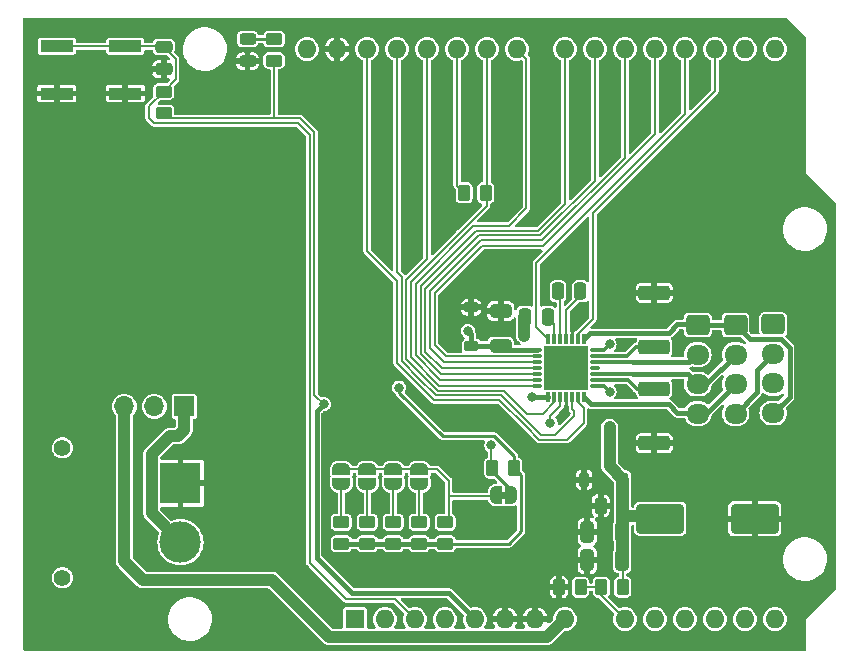
<source format=gbr>
%TF.GenerationSoftware,KiCad,Pcbnew,(7.0.0-0)*%
%TF.CreationDate,2023-03-13T16:32:43+01:00*%
%TF.ProjectId,tmc2209_devboard,746d6332-3230-4395-9f64-6576626f6172,rev?*%
%TF.SameCoordinates,Original*%
%TF.FileFunction,Copper,L1,Top*%
%TF.FilePolarity,Positive*%
%FSLAX46Y46*%
G04 Gerber Fmt 4.6, Leading zero omitted, Abs format (unit mm)*
G04 Created by KiCad (PCBNEW (7.0.0-0)) date 2023-03-13 16:32:43*
%MOMM*%
%LPD*%
G01*
G04 APERTURE LIST*
G04 Aperture macros list*
%AMRoundRect*
0 Rectangle with rounded corners*
0 $1 Rounding radius*
0 $2 $3 $4 $5 $6 $7 $8 $9 X,Y pos of 4 corners*
0 Add a 4 corners polygon primitive as box body*
4,1,4,$2,$3,$4,$5,$6,$7,$8,$9,$2,$3,0*
0 Add four circle primitives for the rounded corners*
1,1,$1+$1,$2,$3*
1,1,$1+$1,$4,$5*
1,1,$1+$1,$6,$7*
1,1,$1+$1,$8,$9*
0 Add four rect primitives between the rounded corners*
20,1,$1+$1,$2,$3,$4,$5,0*
20,1,$1+$1,$4,$5,$6,$7,0*
20,1,$1+$1,$6,$7,$8,$9,0*
20,1,$1+$1,$8,$9,$2,$3,0*%
%AMFreePoly0*
4,1,19,0.500000,-0.750000,0.000000,-0.750000,0.000000,-0.744911,-0.071157,-0.744911,-0.207708,-0.704816,-0.327430,-0.627875,-0.420627,-0.520320,-0.479746,-0.390866,-0.500000,-0.250000,-0.500000,0.250000,-0.479746,0.390866,-0.420627,0.520320,-0.327430,0.627875,-0.207708,0.704816,-0.071157,0.744911,0.000000,0.744911,0.000000,0.750000,0.500000,0.750000,0.500000,-0.750000,0.500000,-0.750000,
$1*%
%AMFreePoly1*
4,1,19,0.000000,0.744911,0.071157,0.744911,0.207708,0.704816,0.327430,0.627875,0.420627,0.520320,0.479746,0.390866,0.500000,0.250000,0.500000,-0.250000,0.479746,-0.390866,0.420627,-0.520320,0.327430,-0.627875,0.207708,-0.704816,0.071157,-0.744911,0.000000,-0.744911,0.000000,-0.750000,-0.500000,-0.750000,-0.500000,0.750000,0.000000,0.750000,0.000000,0.744911,0.000000,0.744911,
$1*%
G04 Aperture macros list end*
%TA.AperFunction,SMDPad,CuDef*%
%ADD10RoundRect,0.250000X0.450000X-0.262500X0.450000X0.262500X-0.450000X0.262500X-0.450000X-0.262500X0*%
%TD*%
%TA.AperFunction,SMDPad,CuDef*%
%ADD11RoundRect,0.250000X-0.250000X-0.475000X0.250000X-0.475000X0.250000X0.475000X-0.250000X0.475000X0*%
%TD*%
%TA.AperFunction,SMDPad,CuDef*%
%ADD12RoundRect,0.250000X0.262500X0.450000X-0.262500X0.450000X-0.262500X-0.450000X0.262500X-0.450000X0*%
%TD*%
%TA.AperFunction,SMDPad,CuDef*%
%ADD13FreePoly0,270.000000*%
%TD*%
%TA.AperFunction,SMDPad,CuDef*%
%ADD14FreePoly1,270.000000*%
%TD*%
%TA.AperFunction,SMDPad,CuDef*%
%ADD15R,2.800000X1.000000*%
%TD*%
%TA.AperFunction,SMDPad,CuDef*%
%ADD16RoundRect,0.250000X-1.750000X-1.000000X1.750000X-1.000000X1.750000X1.000000X-1.750000X1.000000X0*%
%TD*%
%TA.AperFunction,ComponentPad*%
%ADD17R,1.700000X1.700000*%
%TD*%
%TA.AperFunction,ComponentPad*%
%ADD18O,1.700000X1.700000*%
%TD*%
%TA.AperFunction,SMDPad,CuDef*%
%ADD19RoundRect,0.225000X0.225000X0.375000X-0.225000X0.375000X-0.225000X-0.375000X0.225000X-0.375000X0*%
%TD*%
%TA.AperFunction,SMDPad,CuDef*%
%ADD20RoundRect,0.250000X0.475000X-0.250000X0.475000X0.250000X-0.475000X0.250000X-0.475000X-0.250000X0*%
%TD*%
%TA.AperFunction,SMDPad,CuDef*%
%ADD21RoundRect,0.250000X0.650000X-0.325000X0.650000X0.325000X-0.650000X0.325000X-0.650000X-0.325000X0*%
%TD*%
%TA.AperFunction,SMDPad,CuDef*%
%ADD22FreePoly0,180.000000*%
%TD*%
%TA.AperFunction,SMDPad,CuDef*%
%ADD23FreePoly1,180.000000*%
%TD*%
%TA.AperFunction,SMDPad,CuDef*%
%ADD24RoundRect,0.250000X-0.262500X-0.450000X0.262500X-0.450000X0.262500X0.450000X-0.262500X0.450000X0*%
%TD*%
%TA.AperFunction,SMDPad,CuDef*%
%ADD25RoundRect,0.250000X0.325000X0.650000X-0.325000X0.650000X-0.325000X-0.650000X0.325000X-0.650000X0*%
%TD*%
%TA.AperFunction,ComponentPad*%
%ADD26RoundRect,0.250000X-0.725000X0.600000X-0.725000X-0.600000X0.725000X-0.600000X0.725000X0.600000X0*%
%TD*%
%TA.AperFunction,ComponentPad*%
%ADD27O,1.950000X1.700000*%
%TD*%
%TA.AperFunction,SMDPad,CuDef*%
%ADD28RoundRect,0.250000X-1.075000X0.362500X-1.075000X-0.362500X1.075000X-0.362500X1.075000X0.362500X0*%
%TD*%
%TA.AperFunction,SMDPad,CuDef*%
%ADD29RoundRect,0.008100X-0.126900X0.396900X-0.126900X-0.396900X0.126900X-0.396900X0.126900X0.396900X0*%
%TD*%
%TA.AperFunction,SMDPad,CuDef*%
%ADD30RoundRect,0.027000X-0.378000X0.108000X-0.378000X-0.108000X0.378000X-0.108000X0.378000X0.108000X0*%
%TD*%
%TA.AperFunction,SMDPad,CuDef*%
%ADD31R,3.700000X3.700000*%
%TD*%
%TA.AperFunction,SMDPad,CuDef*%
%ADD32RoundRect,0.250000X0.250000X0.475000X-0.250000X0.475000X-0.250000X-0.475000X0.250000X-0.475000X0*%
%TD*%
%TA.AperFunction,ComponentPad*%
%ADD33C,1.400000*%
%TD*%
%TA.AperFunction,ComponentPad*%
%ADD34R,3.500000X3.500000*%
%TD*%
%TA.AperFunction,ComponentPad*%
%ADD35C,3.500000*%
%TD*%
%TA.AperFunction,SMDPad,CuDef*%
%ADD36RoundRect,0.243750X0.456250X-0.243750X0.456250X0.243750X-0.456250X0.243750X-0.456250X-0.243750X0*%
%TD*%
%TA.AperFunction,SMDPad,CuDef*%
%ADD37RoundRect,0.225000X0.375000X-0.225000X0.375000X0.225000X-0.375000X0.225000X-0.375000X-0.225000X0*%
%TD*%
%TA.AperFunction,SMDPad,CuDef*%
%ADD38RoundRect,0.250000X1.075000X-0.362500X1.075000X0.362500X-1.075000X0.362500X-1.075000X-0.362500X0*%
%TD*%
%TA.AperFunction,ComponentPad*%
%ADD39R,1.600000X1.600000*%
%TD*%
%TA.AperFunction,ComponentPad*%
%ADD40O,1.600000X1.600000*%
%TD*%
%TA.AperFunction,ViaPad*%
%ADD41C,0.800000*%
%TD*%
%TA.AperFunction,Conductor*%
%ADD42C,0.200000*%
%TD*%
%TA.AperFunction,Conductor*%
%ADD43C,0.400000*%
%TD*%
%TA.AperFunction,Conductor*%
%ADD44C,1.000000*%
%TD*%
%TA.AperFunction,Conductor*%
%ADD45C,0.300000*%
%TD*%
%TA.AperFunction,Conductor*%
%ADD46C,0.250000*%
%TD*%
G04 APERTURE END LIST*
%TO.C,JP5*%
G36*
X83300000Y-62800000D02*
G01*
X82800000Y-62800000D01*
X82800000Y-62200000D01*
X83300000Y-62200000D01*
X83300000Y-62800000D01*
G37*
%TD*%
D10*
%TO.P,R4,1*%
%TO.N,+5V*%
X63600000Y-25712500D03*
%TO.P,R4,2*%
%TO.N,Net-(D2-A)*%
X63600000Y-23887500D03*
%TD*%
D11*
%TO.P,C1,1*%
%TO.N,GND*%
X91250000Y-63400000D03*
%TO.P,C1,2*%
%TO.N,Vdrive*%
X93150000Y-63400000D03*
%TD*%
D10*
%TO.P,R5,1*%
%TO.N,Net-(D3-K)*%
X69300000Y-66625000D03*
%TO.P,R5,2*%
%TO.N,Net-(JP1-B)*%
X69300000Y-64800000D03*
%TD*%
D12*
%TO.P,R1,1*%
%TO.N,Vdrive*%
X93125000Y-70300000D03*
%TO.P,R1,2*%
%TO.N,voltage_detect*%
X91300000Y-70300000D03*
%TD*%
D13*
%TO.P,JP2,1,A*%
%TO.N,Net-(JP1-A)*%
X71500000Y-60300000D03*
D14*
%TO.P,JP2,2,B*%
%TO.N,Net-(JP2-B)*%
X71500000Y-61600000D03*
%TD*%
D15*
%TO.P,SW1,1,1*%
%TO.N,rst*%
X45199999Y-24499999D03*
X50999999Y-24499999D03*
%TO.P,SW1,2,2*%
%TO.N,GND*%
X45199999Y-28499999D03*
X50999999Y-28499999D03*
%TD*%
D16*
%TO.P,C4,1*%
%TO.N,Vdrive*%
X96300000Y-64500000D03*
%TO.P,C4,2*%
%TO.N,GND*%
X104300000Y-64500000D03*
%TD*%
D13*
%TO.P,JP1,1,A*%
%TO.N,Net-(JP1-A)*%
X69300000Y-60300000D03*
D14*
%TO.P,JP1,2,B*%
%TO.N,Net-(JP1-B)*%
X69300000Y-61600000D03*
%TD*%
D17*
%TO.P,J2,1,Pin_1*%
%TO.N,+28V*%
X55999999Y-54999999D03*
D18*
%TO.P,J2,2,Pin_2*%
%TO.N,Vdrive*%
X53459999Y-54999999D03*
%TO.P,J2,3,Pin_3*%
%TO.N,Net-(A1-VIN)*%
X50919999Y-54999999D03*
%TD*%
D10*
%TO.P,R9,1*%
%TO.N,Net-(D3-K)*%
X78100000Y-66625000D03*
%TO.P,R9,2*%
%TO.N,Net-(JP1-A)*%
X78100000Y-64800000D03*
%TD*%
D19*
%TO.P,D1,1,K*%
%TO.N,Vdrive*%
X93150000Y-61200000D03*
%TO.P,D1,2,A*%
%TO.N,GND*%
X89850000Y-61200000D03*
%TD*%
D12*
%TO.P,R13,1*%
%TO.N,Net-(D3-K)*%
X83912500Y-60200000D03*
%TO.P,R13,2*%
%TO.N,Net-(JP5-A)*%
X82087500Y-60200000D03*
%TD*%
D10*
%TO.P,R3,1*%
%TO.N,+5V*%
X54250000Y-30162500D03*
%TO.P,R3,2*%
%TO.N,rst*%
X54250000Y-28337500D03*
%TD*%
D20*
%TO.P,C5,1*%
%TO.N,GND*%
X54250000Y-26450000D03*
%TO.P,C5,2*%
%TO.N,rst*%
X54250000Y-24550000D03*
%TD*%
D21*
%TO.P,C8,1*%
%TO.N,Net-(D3-K)*%
X82782500Y-49875000D03*
%TO.P,C8,2*%
%TO.N,GND*%
X82782500Y-46925000D03*
%TD*%
D22*
%TO.P,JP5,1,A*%
%TO.N,Net-(JP5-A)*%
X83700000Y-62500000D03*
D23*
%TO.P,JP5,2,B*%
%TO.N,Net-(JP1-A)*%
X82400000Y-62500000D03*
%TD*%
D13*
%TO.P,JP3,1,A*%
%TO.N,Net-(JP1-A)*%
X73700000Y-60300000D03*
D14*
%TO.P,JP3,2,B*%
%TO.N,Net-(JP3-B)*%
X73700000Y-61600000D03*
%TD*%
D24*
%TO.P,R10,1*%
%TO.N,MOT_UART_TX*%
X79687500Y-36900000D03*
%TO.P,R10,2*%
%TO.N,MOT_UART_RX*%
X81512500Y-36900000D03*
%TD*%
D25*
%TO.P,C3,1*%
%TO.N,Vdrive*%
X93075000Y-68000000D03*
%TO.P,C3,2*%
%TO.N,GND*%
X90125000Y-68000000D03*
%TD*%
D26*
%TO.P,J5,1,Pin_1*%
%TO.N,OB2*%
X99467500Y-48100000D03*
D27*
%TO.P,J5,2,Pin_2*%
%TO.N,OB1*%
X99467499Y-50599999D03*
%TO.P,J5,3,Pin_3*%
%TO.N,OA1*%
X99467499Y-53099999D03*
%TO.P,J5,4,Pin_4*%
%TO.N,OA2*%
X99467499Y-55599999D03*
%TD*%
D28*
%TO.P,R12,1*%
%TO.N,GND*%
X95800000Y-45375000D03*
%TO.P,R12,2*%
%TO.N,Net-(U1-BRB)*%
X95800000Y-50000000D03*
%TD*%
D10*
%TO.P,R7,1*%
%TO.N,Net-(D3-K)*%
X73700000Y-66625000D03*
%TO.P,R7,2*%
%TO.N,Net-(JP3-B)*%
X73700000Y-64800000D03*
%TD*%
%TO.P,R6,1*%
%TO.N,Net-(D3-K)*%
X71500000Y-66625000D03*
%TO.P,R6,2*%
%TO.N,Net-(JP2-B)*%
X71500000Y-64800000D03*
%TD*%
D11*
%TO.P,C6,1*%
%TO.N,Net-(U1-CPI)*%
X87632500Y-45250000D03*
%TO.P,C6,2*%
%TO.N,Net-(U1-CPO)*%
X89532500Y-45250000D03*
%TD*%
D29*
%TO.P,U1,1,OB2*%
%TO.N,OB2*%
X89832500Y-49300000D03*
%TO.P,U1,2,~{EN}*%
%TO.N,MOT_ENABLE*%
X89332500Y-49300000D03*
%TO.P,U1,3,GND*%
%TO.N,GND*%
X88832500Y-49300000D03*
%TO.P,U1,4,CPO*%
%TO.N,Net-(U1-CPO)*%
X88332500Y-49300000D03*
%TO.P,U1,5,CPI*%
%TO.N,Net-(U1-CPI)*%
X87832500Y-49300000D03*
%TO.P,U1,6,VCP*%
%TO.N,Net-(U1-VCP)*%
X87332500Y-49300000D03*
%TO.P,U1,7,SPREAD*%
%TO.N,MOT_SPREAD*%
X86832500Y-49300000D03*
D30*
%TO.P,U1,8,5VOUT*%
%TO.N,Net-(D3-K)*%
X85882500Y-50250000D03*
%TO.P,U1,9,MS1_AD0*%
%TO.N,MOT_MS1*%
X85882500Y-50750000D03*
%TO.P,U1,10,MS2_AD1*%
%TO.N,MOT_MS2*%
X85882500Y-51250000D03*
%TO.P,U1,11,DIAG*%
%TO.N,MOT_DIAG*%
X85882500Y-51750000D03*
%TO.P,U1,12,INDEX*%
%TO.N,MOT_INDEX*%
X85882500Y-52250000D03*
%TO.P,U1,13,CLK*%
%TO.N,MOT_CLK*%
X85882500Y-52750000D03*
%TO.P,U1,14,~{PD~{_UART}*%
%TO.N,MOT_UART_RX*%
X85882500Y-53250000D03*
D29*
%TO.P,U1,15,VCC_IO*%
%TO.N,+5V*%
X86832500Y-54200000D03*
%TO.P,U1,16,STEP*%
%TO.N,MOT_STEP*%
X87332500Y-54200000D03*
%TO.P,U1,17,VREF*%
%TO.N,Net-(JP5-A)*%
X87832500Y-54200000D03*
%TO.P,U1,18,GND*%
%TO.N,GND*%
X88332500Y-54200000D03*
%TO.P,U1,19,DIR*%
%TO.N,MOT_DIR*%
X88832500Y-54200000D03*
%TO.P,U1,20,STDBY*%
%TO.N,MOT_STANDBY*%
X89332500Y-54200000D03*
%TO.P,U1,21,OA2*%
%TO.N,OA2*%
X89832500Y-54200000D03*
D30*
%TO.P,U1,22,VS*%
%TO.N,Vdrive*%
X90782500Y-53250000D03*
%TO.P,U1,23,BRA*%
%TO.N,Net-(U1-BRA)*%
X90782500Y-52750000D03*
%TO.P,U1,24,OA1*%
%TO.N,OA1*%
X90782500Y-52250000D03*
%TO.P,U1,25,NC*%
%TO.N,unconnected-(U1-NC-Pad25)*%
X90782500Y-51750000D03*
%TO.P,U1,26,OB1*%
%TO.N,OB1*%
X90782500Y-51250000D03*
%TO.P,U1,27,BRB*%
%TO.N,Net-(U1-BRB)*%
X90782500Y-50750000D03*
%TO.P,U1,28,VS*%
%TO.N,Vdrive*%
X90782500Y-50250000D03*
D31*
%TO.P,U1,29,EXP*%
%TO.N,unconnected-(U1-EXP-Pad29)*%
X88332499Y-51749999D03*
%TD*%
D25*
%TO.P,C2,1*%
%TO.N,Vdrive*%
X93075000Y-65600000D03*
%TO.P,C2,2*%
%TO.N,GND*%
X90125000Y-65600000D03*
%TD*%
D32*
%TO.P,C7,1*%
%TO.N,Net-(U1-VCP)*%
X86750000Y-47400000D03*
%TO.P,C7,2*%
%TO.N,Vdrive*%
X84850000Y-47400000D03*
%TD*%
D33*
%TO.P,J1,*%
%TO.N,*%
X45675000Y-69500000D03*
X45675000Y-58500000D03*
D34*
%TO.P,J1,1,Pin_1*%
%TO.N,GND*%
X55674999Y-61499999D03*
D35*
%TO.P,J1,2,Pin_2*%
%TO.N,+28V*%
X55675000Y-66500000D03*
%TD*%
D36*
%TO.P,D2,1,K*%
%TO.N,GND*%
X61350000Y-25762500D03*
%TO.P,D2,2,A*%
%TO.N,Net-(D2-A)*%
X61350000Y-23887500D03*
%TD*%
D10*
%TO.P,R8,1*%
%TO.N,Net-(D3-K)*%
X75900000Y-66625000D03*
%TO.P,R8,2*%
%TO.N,Net-(JP4-B)*%
X75900000Y-64800000D03*
%TD*%
D13*
%TO.P,JP4,1,A*%
%TO.N,Net-(JP1-A)*%
X75900000Y-60300000D03*
D14*
%TO.P,JP4,2,B*%
%TO.N,Net-(JP4-B)*%
X75900000Y-61600000D03*
%TD*%
D26*
%TO.P,J4,1,Pin_1*%
%TO.N,OA1*%
X105867500Y-48050000D03*
D27*
%TO.P,J4,2,Pin_2*%
%TO.N,OB1*%
X105867499Y-50549999D03*
%TO.P,J4,3,Pin_3*%
%TO.N,OA2*%
X105867499Y-53049999D03*
%TO.P,J4,4,Pin_4*%
%TO.N,OB2*%
X105867499Y-55549999D03*
%TD*%
D37*
%TO.P,D3,1,K*%
%TO.N,Net-(D3-K)*%
X80282500Y-49900000D03*
%TO.P,D3,2,A*%
%TO.N,GND*%
X80282500Y-46600000D03*
%TD*%
D12*
%TO.P,R2,1*%
%TO.N,voltage_detect*%
X89550000Y-70300000D03*
%TO.P,R2,2*%
%TO.N,GND*%
X87725000Y-70300000D03*
%TD*%
D38*
%TO.P,R11,1*%
%TO.N,GND*%
X95782500Y-58112500D03*
%TO.P,R11,2*%
%TO.N,Net-(U1-BRA)*%
X95782500Y-53487500D03*
%TD*%
D26*
%TO.P,J6,1,Pin_1*%
%TO.N,OB2*%
X102667500Y-48100000D03*
D27*
%TO.P,J6,2,Pin_2*%
%TO.N,OA1*%
X102667499Y-50599999D03*
%TO.P,J6,3,Pin_3*%
%TO.N,OA2*%
X102667499Y-53099999D03*
%TO.P,J6,4,Pin_4*%
%TO.N,OB1*%
X102667499Y-55599999D03*
%TD*%
D39*
%TO.P,A1,1,NC*%
%TO.N,unconnected-(A1-NC-Pad1)*%
X70449999Y-72999999D03*
D40*
%TO.P,A1,2,IOREF*%
%TO.N,unconnected-(A1-IOREF-Pad2)*%
X72989999Y-72999999D03*
%TO.P,A1,3,~{RESET}*%
%TO.N,rst*%
X75529999Y-72999999D03*
%TO.P,A1,4,3V3*%
%TO.N,+3V3*%
X78069999Y-72999999D03*
%TO.P,A1,5,+5V*%
%TO.N,+5V*%
X80609999Y-72999999D03*
%TO.P,A1,6,GND*%
%TO.N,GND*%
X83149999Y-72999999D03*
%TO.P,A1,7,GND*%
X85689999Y-72999999D03*
%TO.P,A1,8,VIN*%
%TO.N,Net-(A1-VIN)*%
X88229999Y-72999999D03*
%TO.P,A1,9,A0*%
%TO.N,voltage_detect*%
X93309999Y-72999999D03*
%TO.P,A1,10,A1*%
%TO.N,unconnected-(A1-A1-Pad10)*%
X95849999Y-72999999D03*
%TO.P,A1,11,A2*%
%TO.N,unconnected-(A1-A2-Pad11)*%
X98389999Y-72999999D03*
%TO.P,A1,12,A3*%
%TO.N,unconnected-(A1-A3-Pad12)*%
X100929999Y-72999999D03*
%TO.P,A1,13,SDA/A4*%
%TO.N,unconnected-(A1-SDA{slash}A4-Pad13)*%
X103469999Y-72999999D03*
%TO.P,A1,14,SCL/A5*%
%TO.N,unconnected-(A1-SCL{slash}A5-Pad14)*%
X106009999Y-72999999D03*
%TO.P,A1,15,D0/RX*%
%TO.N,unconnected-(A1-D0{slash}RX-Pad15)*%
X106009999Y-24739999D03*
%TO.P,A1,16,D1/TX*%
%TO.N,unconnected-(A1-D1{slash}TX-Pad16)*%
X103469999Y-24739999D03*
%TO.P,A1,17,D2*%
%TO.N,MOT_ENABLE*%
X100929999Y-24739999D03*
%TO.P,A1,18,D3*%
%TO.N,MOT_SPREAD*%
X98389999Y-24739999D03*
%TO.P,A1,19,D4*%
%TO.N,MOT_MS1*%
X95849999Y-24739999D03*
%TO.P,A1,20,D5*%
%TO.N,MOT_MS2*%
X93309999Y-24739999D03*
%TO.P,A1,21,D6*%
%TO.N,MOT_DIAG*%
X90769999Y-24739999D03*
%TO.P,A1,22,D7*%
%TO.N,MOT_INDEX*%
X88229999Y-24739999D03*
%TO.P,A1,23,D8*%
%TO.N,MOT_CLK*%
X84169999Y-24739999D03*
%TO.P,A1,24,D9*%
%TO.N,MOT_UART_RX*%
X81629999Y-24739999D03*
%TO.P,A1,25,D10*%
%TO.N,MOT_UART_TX*%
X79089999Y-24739999D03*
%TO.P,A1,26,D11*%
%TO.N,MOT_STEP*%
X76549999Y-24739999D03*
%TO.P,A1,27,D12*%
%TO.N,MOT_DIR*%
X74009999Y-24739999D03*
%TO.P,A1,28,D13*%
%TO.N,MOT_STANDBY*%
X71469999Y-24739999D03*
%TO.P,A1,29,GND*%
%TO.N,GND*%
X68929999Y-24739999D03*
%TO.P,A1,30,AREF*%
%TO.N,unconnected-(A1-AREF-Pad30)*%
X66389999Y-24739999D03*
%TD*%
D41*
%TO.N,+5V*%
X85400000Y-54200000D03*
X67800000Y-54800000D03*
%TO.N,GND*%
X109750000Y-53000000D03*
X68700000Y-58800000D03*
X60000000Y-74000000D03*
X97000000Y-26600000D03*
X82800000Y-42600000D03*
X109750000Y-49000000D03*
X92000000Y-33400000D03*
X80200000Y-33000000D03*
X68600000Y-39800000D03*
X64800000Y-33000000D03*
X60800000Y-33200000D03*
X86725000Y-43200000D03*
X68600000Y-32000000D03*
X86800000Y-65700000D03*
X72600000Y-63500000D03*
X107400000Y-64400000D03*
X52800000Y-32600000D03*
X47800000Y-55600000D03*
X90000000Y-58400000D03*
X97800000Y-49600000D03*
X44600000Y-54800000D03*
X68200000Y-63600000D03*
X75200000Y-27000000D03*
X70200000Y-37200000D03*
X45200000Y-30200000D03*
X55200000Y-49300000D03*
X45500000Y-48000000D03*
X88700000Y-68000000D03*
X85400000Y-63700000D03*
X78200000Y-47200000D03*
X72800000Y-46000000D03*
X62000000Y-68200000D03*
X84100000Y-57900000D03*
X81800000Y-56300000D03*
X93200000Y-49600000D03*
X59000000Y-35200000D03*
X93600000Y-45200000D03*
X90600000Y-56000000D03*
X77100000Y-63600000D03*
X91500000Y-61600000D03*
X70500000Y-63500000D03*
X72250000Y-57250000D03*
X61200000Y-56500000D03*
X78000000Y-27000000D03*
X70800000Y-69200000D03*
X46800000Y-51100000D03*
X89200000Y-59900000D03*
X91600000Y-47800000D03*
X88700000Y-65500000D03*
X65600000Y-28600000D03*
X75400000Y-39400000D03*
X80100000Y-59900000D03*
X52200000Y-74000000D03*
X89800000Y-40200000D03*
X96600000Y-59600000D03*
X93600000Y-56400000D03*
X49200000Y-60000000D03*
X83800000Y-27000000D03*
X53000000Y-26600000D03*
X72600000Y-26800000D03*
X78700000Y-56600000D03*
X78200000Y-59100000D03*
X102200000Y-37800000D03*
X96000000Y-35800000D03*
X89200000Y-47400000D03*
X95800000Y-56200000D03*
X93200000Y-40600000D03*
X74800000Y-63600000D03*
X94600000Y-31400000D03*
X91600000Y-45200000D03*
X51000000Y-30200000D03*
X68800000Y-27000000D03*
X89800000Y-43600000D03*
X69000000Y-52250000D03*
X82800000Y-45800000D03*
X70400000Y-29200000D03*
X105400000Y-31400000D03*
X55400000Y-35000000D03*
X82800000Y-38600000D03*
X101000000Y-30200000D03*
X97200000Y-29800000D03*
X104300000Y-62300000D03*
X93500000Y-58800000D03*
X93400000Y-53800000D03*
X59000000Y-61000000D03*
X89600000Y-26800000D03*
X65600000Y-48200000D03*
X99600000Y-28000000D03*
X62800000Y-36800000D03*
X65400000Y-60200000D03*
X110250000Y-59750000D03*
X72400000Y-39600000D03*
X104400000Y-67000000D03*
X56200000Y-27600000D03*
X82600000Y-32200000D03*
X109750000Y-56750000D03*
X66200000Y-68800000D03*
X46200000Y-73800000D03*
X78600000Y-49400000D03*
X46600000Y-36900000D03*
X64000000Y-72600000D03*
X87700000Y-60500000D03*
X65500000Y-54800000D03*
X78200000Y-39000000D03*
X106800000Y-27000000D03*
X94400000Y-26600000D03*
X95800000Y-47200000D03*
X89900000Y-63300000D03*
X101400000Y-64500000D03*
X86600000Y-27000000D03*
X107200000Y-35200000D03*
X68200000Y-45200000D03*
X86500000Y-70300000D03*
X92200000Y-26800000D03*
X102600000Y-27400000D03*
X70800000Y-43200000D03*
X80200000Y-64100000D03*
X99600000Y-44300000D03*
X54800000Y-31800000D03*
X65200000Y-64300000D03*
X59000000Y-62600000D03*
X89400000Y-35200000D03*
X77400000Y-69700000D03*
X93600000Y-47800000D03*
X86900000Y-59000000D03*
X76900000Y-71800000D03*
X90800000Y-74600000D03*
X86200000Y-37800000D03*
X62700000Y-62100000D03*
X80200000Y-45400000D03*
X89600000Y-46800000D03*
X88300000Y-64100000D03*
X86000000Y-60600000D03*
X49600000Y-68000000D03*
X68600000Y-71600000D03*
X62400000Y-49700000D03*
X48800000Y-34600000D03*
X96600000Y-44000000D03*
X95000000Y-44000000D03*
X110200000Y-44000000D03*
X97800000Y-54000000D03*
X44800000Y-33600000D03*
X55600000Y-23000000D03*
X108500000Y-44000000D03*
X95000000Y-59600000D03*
X110250000Y-65250000D03*
X48000000Y-23200000D03*
X88200000Y-55600000D03*
%TO.N,Vdrive*%
X92000000Y-56750000D03*
X92000000Y-49750000D03*
X84800000Y-49000000D03*
X92000000Y-53750000D03*
%TO.N,Net-(JP5-A)*%
X82000000Y-58300000D03*
X87000000Y-56400000D03*
X87000000Y-56400000D03*
%TO.N,Net-(D3-K)*%
X80000000Y-48600000D03*
X74200000Y-53400000D03*
%TO.N,unconnected-(U1-EXP-Pad29)*%
X89600000Y-53000000D03*
X88400000Y-50600000D03*
X88400000Y-51800000D03*
X89600000Y-51800000D03*
X88400000Y-53000000D03*
X87200000Y-51800000D03*
X87200000Y-50600000D03*
X89600000Y-50600000D03*
X87200000Y-53000000D03*
%TD*%
D42*
%TO.N,rst*%
X54250000Y-28337500D02*
X53000000Y-29587500D01*
X53400000Y-31000000D02*
X65600000Y-31000000D01*
X66600000Y-32000000D02*
X66600000Y-68210050D01*
X69689950Y-71300000D02*
X73830000Y-71300000D01*
X55275000Y-27312500D02*
X54250000Y-28337500D01*
X66600000Y-68210050D02*
X69689950Y-71300000D01*
X73830000Y-71300000D02*
X75530000Y-73000000D01*
X55275000Y-25575000D02*
X55275000Y-27312500D01*
X51000000Y-24500000D02*
X54200000Y-24500000D01*
X54200000Y-24500000D02*
X54250000Y-24550000D01*
X53000000Y-29587500D02*
X53000000Y-30600000D01*
X45200000Y-24500000D02*
X51000000Y-24500000D01*
X65600000Y-31000000D02*
X66600000Y-32000000D01*
X54250000Y-24550000D02*
X55275000Y-25575000D01*
X53000000Y-30600000D02*
X53400000Y-31000000D01*
D43*
%TO.N,+5V*%
X85400000Y-54200000D02*
X86797500Y-54200000D01*
D42*
X63600000Y-30600000D02*
X64100000Y-30600000D01*
D43*
X67200000Y-59600000D02*
X67200000Y-58900000D01*
D42*
X63600000Y-30600000D02*
X54687500Y-30600000D01*
X65800000Y-30600000D02*
X67000000Y-31800000D01*
X67000000Y-54000000D02*
X67800000Y-54800000D01*
X63600000Y-29800000D02*
X63600000Y-25712500D01*
D43*
X78410000Y-70800000D02*
X70200000Y-70800000D01*
D42*
X64100000Y-30600000D02*
X65800000Y-30600000D01*
X63600000Y-30100000D02*
X63600000Y-29800000D01*
X63600000Y-29800000D02*
X63600000Y-30600000D01*
D43*
X67200000Y-55400000D02*
X67800000Y-54800000D01*
X67200000Y-59600000D02*
X67200000Y-55400000D01*
D42*
X54687500Y-30600000D02*
X54250000Y-30162500D01*
D43*
X80610000Y-73000000D02*
X78410000Y-70800000D01*
X67400000Y-55200000D02*
X67800000Y-54800000D01*
D42*
X67000000Y-31800000D02*
X67000000Y-54000000D01*
D43*
X67200000Y-67800000D02*
X67200000Y-59600000D01*
X70200000Y-70800000D02*
X67200000Y-67800000D01*
D44*
%TO.N,Net-(A1-VIN)*%
X63450000Y-69700000D02*
X52500000Y-69700000D01*
X86730000Y-74500000D02*
X68250000Y-74500000D01*
X88230000Y-73000000D02*
X86730000Y-74500000D01*
X52500000Y-69700000D02*
X50920000Y-68120000D01*
X50920000Y-68120000D02*
X50920000Y-55000000D01*
X68250000Y-74500000D02*
X63450000Y-69700000D01*
D42*
%TO.N,MOT_INDEX*%
X77734314Y-52250000D02*
X85882500Y-52250000D01*
X76000000Y-50515686D02*
X77734314Y-52250000D01*
X88230000Y-24740000D02*
X88230000Y-37872942D01*
X88230000Y-37872942D02*
X85985785Y-40117157D01*
X80682843Y-40117157D02*
X76000000Y-44800000D01*
X76000000Y-44800000D02*
X76000000Y-50515686D01*
X85985785Y-40117157D02*
X80682843Y-40117157D01*
%TO.N,MOT_DIR*%
X75910786Y-52689214D02*
X77271572Y-54050000D01*
X88832500Y-55242550D02*
X88832500Y-54200000D01*
X75910786Y-52689214D02*
X74400000Y-51178428D01*
X89000000Y-55800000D02*
X89000000Y-55410050D01*
X82850000Y-54050000D02*
X86200000Y-57400000D01*
X74010000Y-43610000D02*
X74010000Y-24740000D01*
X87400000Y-57400000D02*
X89000000Y-55800000D01*
X77271572Y-54050000D02*
X82850000Y-54050000D01*
X89000000Y-55410050D02*
X88832500Y-55242550D01*
X74400000Y-51178428D02*
X74400000Y-44000000D01*
X86200000Y-57400000D02*
X87400000Y-57400000D01*
X75910785Y-52689214D02*
X75910786Y-52689214D01*
X74400000Y-44000000D02*
X74010000Y-43610000D01*
%TO.N,MOT_STEP*%
X87332500Y-54659519D02*
X87332500Y-54200000D01*
X77437257Y-53650000D02*
X83050000Y-53650000D01*
X74800000Y-51012743D02*
X77437257Y-53650000D01*
X76550000Y-42518628D02*
X74800000Y-44268628D01*
X74800000Y-44268628D02*
X74800000Y-51012743D01*
X85000000Y-55600000D02*
X86392019Y-55600000D01*
X83050000Y-53650000D02*
X85000000Y-55600000D01*
X76550000Y-24740000D02*
X76550000Y-42518628D01*
X86392019Y-55600000D02*
X87332500Y-54659519D01*
%TO.N,MOT_STANDBY*%
X89332500Y-54659519D02*
X89332500Y-54200000D01*
X84917157Y-56682843D02*
X86034315Y-57800000D01*
X86034315Y-57800000D02*
X88400000Y-57800000D01*
X76127943Y-53472057D02*
X77105887Y-54450000D01*
X82400000Y-54450000D02*
X82684314Y-54450000D01*
X88400000Y-57800000D02*
X89800000Y-56400000D01*
X74000000Y-44400000D02*
X74000000Y-51344114D01*
X89367500Y-54235000D02*
X89367500Y-54442107D01*
X89800000Y-55127019D02*
X89332500Y-54659519D01*
X74000000Y-51344114D02*
X76127943Y-53472057D01*
X89800000Y-56400000D02*
X89800000Y-55127019D01*
X89332500Y-54200000D02*
X89367500Y-54235000D01*
X71470000Y-41870000D02*
X74000000Y-44400000D01*
X82684314Y-54450000D02*
X84917157Y-56682843D01*
X77105887Y-54450000D02*
X82400000Y-54450000D01*
X71470000Y-24740000D02*
X71470000Y-41870000D01*
%TO.N,MOT_CLK*%
X77668628Y-52750000D02*
X75600000Y-50681371D01*
X84969999Y-38230001D02*
X84969999Y-25539999D01*
X84969999Y-25539999D02*
X84170000Y-24740000D01*
X75600000Y-44600000D02*
X80482843Y-39717157D01*
X80482843Y-39717157D02*
X83482843Y-39717157D01*
X75600000Y-50681371D02*
X75600000Y-44600000D01*
X83482843Y-39717157D02*
X84969999Y-38230001D01*
X85882500Y-52750000D02*
X77668628Y-52750000D01*
%TO.N,MOT_SPREAD*%
X85800000Y-42834314D02*
X98390000Y-30244314D01*
X85800000Y-48267500D02*
X85800000Y-42834314D01*
X86832500Y-49300000D02*
X85800000Y-48267500D01*
X98390000Y-30244314D02*
X98390000Y-24740000D01*
%TO.N,MOT_MS1*%
X95850000Y-31950000D02*
X95850000Y-24740000D01*
X85882500Y-50750000D02*
X78150000Y-50750000D01*
X86400000Y-41400000D02*
X95850000Y-31950000D01*
X77200000Y-49800000D02*
X77200000Y-45400000D01*
X77200000Y-45400000D02*
X81200000Y-41400000D01*
X78150000Y-50750000D02*
X77200000Y-49800000D01*
X81200000Y-41400000D02*
X86400000Y-41400000D01*
%TO.N,MOT_MS2*%
X93310000Y-33924314D02*
X86317157Y-40917157D01*
X78000000Y-51250000D02*
X78400000Y-51250000D01*
X81117157Y-40917157D02*
X76800000Y-45234314D01*
X76800000Y-45234314D02*
X76800000Y-50050000D01*
X86317157Y-40917157D02*
X81117157Y-40917157D01*
X85882500Y-51250000D02*
X78400000Y-51250000D01*
X93310000Y-24740000D02*
X93310000Y-33924314D01*
X76800000Y-50050000D02*
X78000000Y-51250000D01*
%TO.N,MOT_DIAG*%
X86151471Y-40517157D02*
X80951471Y-40517157D01*
X85882500Y-51750000D02*
X77800000Y-51750000D01*
X90770000Y-24740000D02*
X90770000Y-35898628D01*
X76400000Y-45068629D02*
X76400000Y-50350000D01*
X76400000Y-50350000D02*
X77800000Y-51750000D01*
X80951471Y-40517157D02*
X76400000Y-45068629D01*
X90770000Y-35898628D02*
X86151471Y-40517157D01*
%TO.N,MOT_ENABLE*%
X89332500Y-49300000D02*
X89332500Y-48840481D01*
X90600000Y-47572981D02*
X90600000Y-38600000D01*
X89332500Y-48840481D02*
X90600000Y-47572981D01*
X100930000Y-28270000D02*
X100930000Y-24740000D01*
X90600000Y-38600000D02*
X100930000Y-28270000D01*
D44*
%TO.N,Vdrive*%
X84800000Y-47450000D02*
X84850000Y-47400000D01*
X93150000Y-64300000D02*
X96100000Y-64300000D01*
X92000000Y-56750000D02*
X92000000Y-60050000D01*
X96100000Y-64300000D02*
X96300000Y-64500000D01*
D45*
X91500000Y-53250000D02*
X92000000Y-53750000D01*
D44*
X93075000Y-61125000D02*
X92000000Y-60050000D01*
D45*
X91500000Y-50250000D02*
X92000000Y-49750000D01*
D42*
X93125000Y-70300000D02*
X93125000Y-68050000D01*
D44*
X93150000Y-64300000D02*
X93150000Y-67925000D01*
D45*
X90782500Y-53250000D02*
X91500000Y-53250000D01*
D42*
X93125000Y-68050000D02*
X93075000Y-68000000D01*
D44*
X93075000Y-68000000D02*
X93075000Y-61125000D01*
X92000000Y-60050000D02*
X93150000Y-61200000D01*
X93150000Y-61200000D02*
X93150000Y-64300000D01*
D45*
X90782500Y-50250000D02*
X91500000Y-50250000D01*
D44*
X93150000Y-67925000D02*
X93075000Y-68000000D01*
X84800000Y-49000000D02*
X84800000Y-47450000D01*
%TO.N,+28V*%
X53225000Y-64050000D02*
X53225000Y-59050000D01*
X55675000Y-66500000D02*
X53225000Y-64050000D01*
X53225000Y-59050000D02*
X54775000Y-57500000D01*
X55500000Y-57500000D02*
X56000000Y-57000000D01*
X54775000Y-57500000D02*
X55500000Y-57500000D01*
X56000000Y-57000000D02*
X56000000Y-55000000D01*
D42*
%TO.N,Net-(U1-CPO)*%
X88332500Y-46867500D02*
X88332500Y-49300000D01*
X89532500Y-45667500D02*
X88332500Y-46867500D01*
X89532500Y-45250000D02*
X89532500Y-45667500D01*
%TO.N,Net-(JP1-A)*%
X77400000Y-60300000D02*
X75900000Y-60300000D01*
X78400000Y-62600000D02*
X82300000Y-62600000D01*
X78400000Y-64800000D02*
X78400000Y-62600000D01*
X69300000Y-60300000D02*
X75900000Y-60300000D01*
X82300000Y-62600000D02*
X82400000Y-62500000D01*
X78400000Y-61300000D02*
X77400000Y-60300000D01*
X78400000Y-62600000D02*
X78400000Y-61300000D01*
%TO.N,Net-(JP1-B)*%
X69300000Y-64800000D02*
X69300000Y-61600000D01*
%TO.N,Net-(JP2-B)*%
X71500000Y-64800000D02*
X71500000Y-61600000D01*
%TO.N,Net-(JP3-B)*%
X73700000Y-64800000D02*
X73700000Y-61600000D01*
%TO.N,Net-(JP4-B)*%
X75900000Y-64800000D02*
X75900000Y-61600000D01*
D46*
%TO.N,Net-(JP5-A)*%
X82087500Y-60477880D02*
X82087500Y-60200000D01*
D42*
X83700000Y-61910050D02*
X83700000Y-62500000D01*
D46*
X83700000Y-62500000D02*
X83700000Y-62090380D01*
D42*
X87832500Y-54977550D02*
X87000000Y-55810050D01*
X82000000Y-58300000D02*
X82000000Y-60112500D01*
X87000000Y-55810050D02*
X87000000Y-56400000D01*
X87832500Y-54200000D02*
X87832500Y-54977550D01*
X82000000Y-60112500D02*
X82087500Y-60200000D01*
D46*
X83700000Y-62090380D02*
X82087500Y-60477880D01*
D42*
%TO.N,MOT_UART_TX*%
X79090000Y-24740000D02*
X79090000Y-26802500D01*
X79090000Y-36302500D02*
X79687500Y-36900000D01*
X79090000Y-24740000D02*
X79090000Y-36302500D01*
%TO.N,MOT_UART_RX*%
X81600000Y-38000000D02*
X81600000Y-36987500D01*
X81630000Y-36782500D02*
X81512500Y-36900000D01*
X75200000Y-50847057D02*
X77602943Y-53250000D01*
X79317157Y-40317157D02*
X79317157Y-40282843D01*
X79317157Y-40282843D02*
X81600000Y-38000000D01*
X81630000Y-24740000D02*
X81630000Y-28970000D01*
X81600000Y-36987500D02*
X81512500Y-36900000D01*
X81630000Y-28970000D02*
X81600000Y-29000000D01*
X75200000Y-44434314D02*
X75200000Y-50847057D01*
X79317157Y-40317157D02*
X75200000Y-44434314D01*
X77602943Y-53250000D02*
X85882500Y-53250000D01*
X81630000Y-24740000D02*
X81630000Y-36782500D01*
%TO.N,Net-(U1-CPI)*%
X87832500Y-45450000D02*
X87632500Y-45250000D01*
X87832500Y-49300000D02*
X87832500Y-45450000D01*
%TO.N,Net-(U1-VCP)*%
X87332500Y-49300000D02*
X87332500Y-47982500D01*
X87332500Y-47982500D02*
X86750000Y-47400000D01*
%TO.N,voltage_detect*%
X91300000Y-70990000D02*
X93310000Y-73000000D01*
X91300000Y-70300000D02*
X91300000Y-70990000D01*
X89550000Y-70300000D02*
X91300000Y-70300000D01*
D46*
%TO.N,Net-(D3-K)*%
X83475000Y-66625000D02*
X78100000Y-66625000D01*
D43*
X80307500Y-49875000D02*
X80282500Y-49900000D01*
D46*
X82244392Y-57519087D02*
X83912500Y-59187195D01*
D43*
X82782500Y-49875000D02*
X80307500Y-49875000D01*
X82782500Y-49875000D02*
X83122500Y-50215000D01*
D46*
X83912500Y-60200000D02*
X84525000Y-60812500D01*
D43*
X80282500Y-49900000D02*
X80282500Y-48882500D01*
X80282500Y-48882500D02*
X80000000Y-48600000D01*
D46*
X83912500Y-59187195D02*
X83912500Y-60200000D01*
D43*
X83122500Y-50215000D02*
X85847500Y-50215000D01*
D46*
X84525000Y-65575000D02*
X83475000Y-66625000D01*
X77880913Y-57519087D02*
X82244392Y-57519087D01*
D43*
X69300000Y-66625000D02*
X78100000Y-66625000D01*
D46*
X84525000Y-60812500D02*
X84525000Y-65575000D01*
X77880913Y-57519087D02*
X74200000Y-53838173D01*
X74200000Y-53838173D02*
X74200000Y-53400000D01*
%TO.N,Net-(D2-A)*%
X61350000Y-23887500D02*
X63600000Y-23887500D01*
D45*
%TO.N,Net-(U1-BRA)*%
X90782500Y-52750000D02*
X93550000Y-52750000D01*
X93550000Y-52750000D02*
X94287500Y-53487500D01*
X94287500Y-53487500D02*
X95782500Y-53487500D01*
%TO.N,Net-(U1-BRB)*%
X93450000Y-50750000D02*
X94200000Y-50000000D01*
X90782500Y-50750000D02*
X93450000Y-50750000D01*
X94200000Y-50000000D02*
X95800000Y-50000000D01*
D43*
%TO.N,OA1*%
X99467500Y-53050000D02*
X98667500Y-52250000D01*
X99467500Y-53100000D02*
X100167500Y-53100000D01*
D45*
X90782500Y-52250000D02*
X94000000Y-52250000D01*
D43*
X98667500Y-52250000D02*
X94000000Y-52250000D01*
D45*
X94000000Y-52250000D02*
X94250000Y-52250000D01*
D43*
X100167500Y-53100000D02*
X102667500Y-50600000D01*
%TO.N,OB1*%
X98767500Y-51250000D02*
X94000000Y-51250000D01*
X102667500Y-55600000D02*
X104492500Y-53775000D01*
D45*
X94350000Y-51250000D02*
X94400000Y-51200000D01*
D43*
X99467500Y-50550000D02*
X98767500Y-51250000D01*
X104492500Y-51925000D02*
X105867500Y-50550000D01*
D45*
X94000000Y-51250000D02*
X94350000Y-51250000D01*
D43*
X104492500Y-53775000D02*
X104492500Y-51925000D01*
D45*
X90782500Y-51250000D02*
X94000000Y-51250000D01*
D43*
%TO.N,OA2*%
X90432500Y-54800000D02*
X89867500Y-54235000D01*
X89867500Y-54235000D02*
X89867500Y-54200000D01*
X100167500Y-55600000D02*
X102667500Y-53100000D01*
X99467500Y-55550000D02*
X97750000Y-55550000D01*
X99467500Y-55600000D02*
X100167500Y-55600000D01*
X97750000Y-55550000D02*
X97000000Y-54800000D01*
X97000000Y-54800000D02*
X90432500Y-54800000D01*
%TO.N,OB2*%
X107242500Y-50032233D02*
X106510267Y-49300000D01*
X97000000Y-48800000D02*
X90332500Y-48800000D01*
X99467500Y-48050000D02*
X97750000Y-48050000D01*
X89867500Y-49265000D02*
X89867500Y-49300000D01*
X97750000Y-48050000D02*
X97000000Y-48800000D01*
X90332500Y-48800000D02*
X89867500Y-49265000D01*
X106510267Y-49300000D02*
X103867500Y-49300000D01*
X107242500Y-54175000D02*
X107242500Y-50032233D01*
X103867500Y-49300000D02*
X102667500Y-48100000D01*
X99467500Y-48100000D02*
X102667500Y-48100000D01*
X105867500Y-55550000D02*
X107242500Y-54175000D01*
%TD*%
%TA.AperFunction,Conductor*%
%TO.N,GND*%
G36*
X78240198Y-71209939D02*
G01*
X78280426Y-71236819D01*
X79623439Y-72579832D01*
X79656042Y-72637383D01*
X79654419Y-72703507D01*
X79625745Y-72798034D01*
X79625743Y-72798040D01*
X79623976Y-72803868D01*
X79623379Y-72809924D01*
X79623378Y-72809932D01*
X79605349Y-72992998D01*
X79604659Y-73000000D01*
X79605256Y-73006062D01*
X79623378Y-73190067D01*
X79623379Y-73190073D01*
X79623976Y-73196132D01*
X79625743Y-73201957D01*
X79625744Y-73201962D01*
X79679418Y-73378899D01*
X79681186Y-73384727D01*
X79684055Y-73390095D01*
X79684057Y-73390099D01*
X79771215Y-73553161D01*
X79771219Y-73553167D01*
X79774090Y-73558538D01*
X79803777Y-73594712D01*
X79805520Y-73596835D01*
X79832734Y-73660320D01*
X79821762Y-73728516D01*
X79776007Y-73780262D01*
X79709667Y-73799500D01*
X78970333Y-73799500D01*
X78903993Y-73780262D01*
X78858238Y-73728516D01*
X78847266Y-73660320D01*
X78874480Y-73596835D01*
X78905910Y-73558538D01*
X78998814Y-73384727D01*
X79056024Y-73196132D01*
X79073934Y-73014286D01*
X79074744Y-73006062D01*
X79075341Y-73000000D01*
X79074207Y-72988491D01*
X79056621Y-72809932D01*
X79056024Y-72803868D01*
X78998814Y-72615273D01*
X78951308Y-72526395D01*
X78908784Y-72446838D01*
X78908781Y-72446834D01*
X78905910Y-72441462D01*
X78780883Y-72289117D01*
X78628538Y-72164090D01*
X78623167Y-72161219D01*
X78623161Y-72161215D01*
X78460099Y-72074057D01*
X78460095Y-72074055D01*
X78454727Y-72071186D01*
X78448899Y-72069418D01*
X78271962Y-72015744D01*
X78271957Y-72015743D01*
X78266132Y-72013976D01*
X78260073Y-72013379D01*
X78260067Y-72013378D01*
X78076062Y-71995256D01*
X78070000Y-71994659D01*
X78063938Y-71995256D01*
X77879932Y-72013378D01*
X77879924Y-72013379D01*
X77873868Y-72013976D01*
X77868044Y-72015742D01*
X77868037Y-72015744D01*
X77691100Y-72069418D01*
X77691096Y-72069419D01*
X77685273Y-72071186D01*
X77679907Y-72074053D01*
X77679900Y-72074057D01*
X77516838Y-72161215D01*
X77516827Y-72161222D01*
X77511462Y-72164090D01*
X77506754Y-72167953D01*
X77506749Y-72167957D01*
X77363823Y-72285254D01*
X77363818Y-72285258D01*
X77359117Y-72289117D01*
X77355258Y-72293818D01*
X77355254Y-72293823D01*
X77237957Y-72436749D01*
X77237953Y-72436754D01*
X77234090Y-72441462D01*
X77231222Y-72446827D01*
X77231215Y-72446838D01*
X77144057Y-72609900D01*
X77144053Y-72609907D01*
X77141186Y-72615273D01*
X77139419Y-72621096D01*
X77139418Y-72621100D01*
X77085744Y-72798037D01*
X77085742Y-72798044D01*
X77083976Y-72803868D01*
X77083379Y-72809924D01*
X77083378Y-72809932D01*
X77065349Y-72992998D01*
X77064659Y-73000000D01*
X77065256Y-73006062D01*
X77083378Y-73190067D01*
X77083379Y-73190073D01*
X77083976Y-73196132D01*
X77085743Y-73201957D01*
X77085744Y-73201962D01*
X77139418Y-73378899D01*
X77141186Y-73384727D01*
X77144055Y-73390095D01*
X77144057Y-73390099D01*
X77231215Y-73553161D01*
X77231219Y-73553167D01*
X77234090Y-73558538D01*
X77263777Y-73594712D01*
X77265520Y-73596835D01*
X77292734Y-73660320D01*
X77281762Y-73728516D01*
X77236007Y-73780262D01*
X77169667Y-73799500D01*
X76430333Y-73799500D01*
X76363993Y-73780262D01*
X76318238Y-73728516D01*
X76307266Y-73660320D01*
X76334480Y-73596835D01*
X76365910Y-73558538D01*
X76458814Y-73384727D01*
X76516024Y-73196132D01*
X76533934Y-73014286D01*
X76534744Y-73006062D01*
X76535341Y-73000000D01*
X76534207Y-72988491D01*
X76516621Y-72809932D01*
X76516024Y-72803868D01*
X76458814Y-72615273D01*
X76411308Y-72526395D01*
X76368784Y-72446838D01*
X76368781Y-72446834D01*
X76365910Y-72441462D01*
X76240883Y-72289117D01*
X76088538Y-72164090D01*
X76083167Y-72161219D01*
X76083161Y-72161215D01*
X75920099Y-72074057D01*
X75920095Y-72074055D01*
X75914727Y-72071186D01*
X75908899Y-72069418D01*
X75731962Y-72015744D01*
X75731957Y-72015743D01*
X75726132Y-72013976D01*
X75720073Y-72013379D01*
X75720067Y-72013378D01*
X75536062Y-71995256D01*
X75530000Y-71994659D01*
X75523938Y-71995256D01*
X75339932Y-72013378D01*
X75339924Y-72013379D01*
X75333868Y-72013976D01*
X75328044Y-72015742D01*
X75328037Y-72015744D01*
X75151101Y-72069418D01*
X75145273Y-72071186D01*
X75139903Y-72074056D01*
X75138047Y-72074825D01*
X75090595Y-72084263D01*
X75043143Y-72074824D01*
X75002915Y-72047944D01*
X74367152Y-71412181D01*
X74336902Y-71362818D01*
X74332360Y-71305102D01*
X74354515Y-71251615D01*
X74398538Y-71214015D01*
X74454833Y-71200500D01*
X78192745Y-71200500D01*
X78240198Y-71209939D01*
G37*
%TD.AperFunction*%
%TA.AperFunction,Conductor*%
G36*
X88405500Y-54081613D02*
G01*
X88450887Y-54127000D01*
X88467500Y-54189000D01*
X88467500Y-54838674D01*
X88471288Y-54852813D01*
X88485280Y-54866805D01*
X88487709Y-54868070D01*
X88491546Y-54873071D01*
X88493181Y-54874706D01*
X88492965Y-54874921D01*
X88520383Y-54910654D01*
X88532000Y-54963057D01*
X88532000Y-55190694D01*
X88531751Y-55194274D01*
X88529727Y-55200315D01*
X88530257Y-55211789D01*
X88530257Y-55211793D01*
X88531868Y-55246630D01*
X88532000Y-55252356D01*
X88532000Y-55270394D01*
X88533052Y-55276021D01*
X88533135Y-55276918D01*
X88533531Y-55282622D01*
X88534312Y-55299500D01*
X88534915Y-55312542D01*
X88539554Y-55323049D01*
X88541292Y-55330438D01*
X88542582Y-55334602D01*
X88545327Y-55341687D01*
X88547439Y-55352983D01*
X88561501Y-55375696D01*
X88569503Y-55390877D01*
X88575652Y-55404804D01*
X88575653Y-55404806D01*
X88580294Y-55415315D01*
X88588417Y-55423438D01*
X88592709Y-55429703D01*
X88595415Y-55433119D01*
X88600531Y-55438731D01*
X88606581Y-55448502D01*
X88615749Y-55455425D01*
X88627896Y-55464598D01*
X88640851Y-55475872D01*
X88663181Y-55498202D01*
X88690061Y-55538430D01*
X88699500Y-55585883D01*
X88699500Y-55624167D01*
X88690061Y-55671620D01*
X88663181Y-55711848D01*
X87807984Y-56567044D01*
X87755521Y-56598257D01*
X87694522Y-56600653D01*
X87639771Y-56573653D01*
X87604539Y-56523800D01*
X87597364Y-56463179D01*
X87605682Y-56400000D01*
X87585044Y-56243238D01*
X87524536Y-56097159D01*
X87428282Y-55971718D01*
X87428282Y-55971717D01*
X87428982Y-55971180D01*
X87400629Y-55922072D01*
X87400629Y-55857885D01*
X87432723Y-55802297D01*
X87705445Y-55529575D01*
X88008323Y-55226696D01*
X88011022Y-55224348D01*
X88016728Y-55221508D01*
X88047987Y-55187217D01*
X88051902Y-55183117D01*
X88064674Y-55170347D01*
X88067922Y-55165604D01*
X88068465Y-55164951D01*
X88072233Y-55160622D01*
X88084674Y-55146975D01*
X88084673Y-55146975D01*
X88092416Y-55138483D01*
X88096567Y-55127764D01*
X88100570Y-55121301D01*
X88102588Y-55117473D01*
X88105662Y-55110510D01*
X88112157Y-55101030D01*
X88118274Y-55075021D01*
X88123343Y-55058647D01*
X88133000Y-55033723D01*
X88133000Y-55022230D01*
X88134395Y-55014768D01*
X88134896Y-55010454D01*
X88135247Y-55002858D01*
X88137879Y-54991669D01*
X88136291Y-54980284D01*
X88136203Y-54979651D01*
X88136416Y-54977583D01*
X88136822Y-54968809D01*
X88137319Y-54968831D01*
X88142287Y-54920670D01*
X88172393Y-54875280D01*
X88171819Y-54874706D01*
X88174658Y-54871866D01*
X88175062Y-54871258D01*
X88175516Y-54871008D01*
X88193711Y-54852813D01*
X88197500Y-54838674D01*
X88197500Y-54189000D01*
X88214113Y-54127000D01*
X88259500Y-54081613D01*
X88321500Y-54065000D01*
X88343500Y-54065000D01*
X88405500Y-54081613D01*
G37*
%TD.AperFunction*%
%TA.AperFunction,Conductor*%
G36*
X101636729Y-52355321D02*
G01*
X101672628Y-52403716D01*
X101681477Y-52463318D01*
X101663720Y-52512965D01*
X101664815Y-52513550D01*
X101570140Y-52690671D01*
X101570136Y-52690679D01*
X101567268Y-52696046D01*
X101565499Y-52701875D01*
X101565499Y-52701877D01*
X101508968Y-52888235D01*
X101508966Y-52888242D01*
X101507200Y-52894066D01*
X101506603Y-52900122D01*
X101506602Y-52900130D01*
X101489799Y-53070734D01*
X101486917Y-53100000D01*
X101487514Y-53106061D01*
X101506602Y-53299869D01*
X101506603Y-53299875D01*
X101507200Y-53305934D01*
X101508967Y-53311759D01*
X101508968Y-53311764D01*
X101565500Y-53498127D01*
X101567268Y-53503954D01*
X101570139Y-53509325D01*
X101572470Y-53514952D01*
X101571414Y-53515389D01*
X101583535Y-53557834D01*
X101575852Y-53609622D01*
X101547481Y-53653624D01*
X100423106Y-54777999D01*
X100371421Y-54808979D01*
X100311234Y-54811935D01*
X100256761Y-54786172D01*
X100183657Y-54726178D01*
X100178950Y-54722315D01*
X100160698Y-54712559D01*
X100001828Y-54627640D01*
X100001823Y-54627638D01*
X99996454Y-54624768D01*
X99920992Y-54601877D01*
X99804264Y-54566468D01*
X99804259Y-54566467D01*
X99798434Y-54564700D01*
X99792375Y-54564103D01*
X99792369Y-54564102D01*
X99647141Y-54549798D01*
X99647126Y-54549797D01*
X99644108Y-54549500D01*
X99290892Y-54549500D01*
X99287874Y-54549797D01*
X99287858Y-54549798D01*
X99142630Y-54564102D01*
X99142622Y-54564103D01*
X99136566Y-54564700D01*
X99130742Y-54566466D01*
X99130735Y-54566468D01*
X98944377Y-54622999D01*
X98944375Y-54622999D01*
X98938546Y-54624768D01*
X98933179Y-54627636D01*
X98933171Y-54627640D01*
X98761420Y-54719444D01*
X98761415Y-54719447D01*
X98756050Y-54722315D01*
X98751346Y-54726174D01*
X98751342Y-54726178D01*
X98600796Y-54849727D01*
X98600790Y-54849732D01*
X98596090Y-54853590D01*
X98592232Y-54858290D01*
X98592227Y-54858296D01*
X98468682Y-55008837D01*
X98468678Y-55008842D01*
X98464815Y-55013550D01*
X98461941Y-55018925D01*
X98461940Y-55018928D01*
X98454032Y-55033723D01*
X98431951Y-55075035D01*
X98427184Y-55083953D01*
X98381575Y-55131858D01*
X98317826Y-55149500D01*
X97967254Y-55149500D01*
X97919801Y-55140061D01*
X97879573Y-55113181D01*
X97578327Y-54811935D01*
X97260909Y-54494516D01*
X97260905Y-54494513D01*
X97238342Y-54471950D01*
X97229649Y-54467520D01*
X97229647Y-54467519D01*
X97218598Y-54461889D01*
X97202015Y-54451726D01*
X97191987Y-54444440D01*
X97191980Y-54444436D01*
X97184090Y-54438704D01*
X97163019Y-54431857D01*
X97145030Y-54424405D01*
X97142087Y-54422905D01*
X97095416Y-54381500D01*
X97074815Y-54322609D01*
X97085499Y-54261141D01*
X97124761Y-54212659D01*
X97179650Y-54172150D01*
X97260293Y-54062882D01*
X97305146Y-53934699D01*
X97308000Y-53904266D01*
X97308000Y-53070734D01*
X97305146Y-53040301D01*
X97260293Y-52912118D01*
X97213069Y-52848131D01*
X97189279Y-52784922D01*
X97202145Y-52718619D01*
X97247853Y-52668894D01*
X97312840Y-52650500D01*
X98213890Y-52650500D01*
X98269642Y-52663740D01*
X98313488Y-52700633D01*
X98336064Y-52753301D01*
X98332551Y-52810493D01*
X98330254Y-52818066D01*
X98308968Y-52888235D01*
X98308966Y-52888242D01*
X98307200Y-52894066D01*
X98306603Y-52900122D01*
X98306602Y-52900130D01*
X98289799Y-53070734D01*
X98286917Y-53100000D01*
X98287514Y-53106061D01*
X98306602Y-53299869D01*
X98306603Y-53299875D01*
X98307200Y-53305934D01*
X98308967Y-53311759D01*
X98308968Y-53311764D01*
X98335734Y-53400000D01*
X98367268Y-53503954D01*
X98370138Y-53509323D01*
X98370140Y-53509328D01*
X98457140Y-53672092D01*
X98464815Y-53686450D01*
X98468678Y-53691157D01*
X98585273Y-53833230D01*
X98596090Y-53846410D01*
X98756050Y-53977685D01*
X98938546Y-54075232D01*
X99136566Y-54135300D01*
X99290892Y-54150500D01*
X99641058Y-54150500D01*
X99644108Y-54150500D01*
X99798434Y-54135300D01*
X99996454Y-54075232D01*
X100178950Y-53977685D01*
X100338910Y-53846410D01*
X100470185Y-53686450D01*
X100567732Y-53503954D01*
X100627800Y-53305934D01*
X100634358Y-53239337D01*
X100645666Y-53198476D01*
X100670077Y-53163814D01*
X101470393Y-52363498D01*
X101522073Y-52332521D01*
X101582257Y-52329562D01*
X101636729Y-52355321D01*
G37*
%TD.AperFunction*%
%TA.AperFunction,Conductor*%
G36*
X93400909Y-53109939D02*
G01*
X93441137Y-53136819D01*
X94004862Y-53700544D01*
X94019323Y-53718351D01*
X94020444Y-53719569D01*
X94026063Y-53728169D01*
X94049643Y-53746522D01*
X94053610Y-53749744D01*
X94056564Y-53752246D01*
X94060194Y-53755876D01*
X94075874Y-53767071D01*
X94079965Y-53770123D01*
X94110262Y-53793704D01*
X94110265Y-53793705D01*
X94118374Y-53800017D01*
X94125392Y-53802426D01*
X94131434Y-53806740D01*
X94154561Y-53813625D01*
X94170938Y-53818501D01*
X94214039Y-53841342D01*
X94244995Y-53879041D01*
X94257251Y-53919881D01*
X94257540Y-53919818D01*
X94258362Y-53923585D01*
X94259016Y-53925762D01*
X94259149Y-53927188D01*
X94259150Y-53927192D01*
X94259854Y-53934699D01*
X94262342Y-53941811D01*
X94262344Y-53941817D01*
X94301638Y-54054113D01*
X94301639Y-54054116D01*
X94304707Y-54062882D01*
X94310222Y-54070355D01*
X94310224Y-54070358D01*
X94358594Y-54135897D01*
X94385350Y-54172150D01*
X94392827Y-54177668D01*
X94399398Y-54184239D01*
X94398156Y-54185480D01*
X94429079Y-54223373D01*
X94440287Y-54283839D01*
X94421066Y-54342254D01*
X94376143Y-54384251D01*
X94316568Y-54399500D01*
X92504926Y-54399500D01*
X92448631Y-54385985D01*
X92404608Y-54348385D01*
X92382453Y-54294898D01*
X92386995Y-54237182D01*
X92417245Y-54187819D01*
X92421834Y-54183229D01*
X92428282Y-54178282D01*
X92524536Y-54052841D01*
X92585044Y-53906762D01*
X92605682Y-53750000D01*
X92585044Y-53593238D01*
X92524536Y-53447159D01*
X92428282Y-53321718D01*
X92421835Y-53316771D01*
X92417245Y-53312181D01*
X92386995Y-53262818D01*
X92382453Y-53205102D01*
X92404608Y-53151615D01*
X92448631Y-53114015D01*
X92504926Y-53100500D01*
X93353456Y-53100500D01*
X93400909Y-53109939D01*
G37*
%TD.AperFunction*%
%TA.AperFunction,Conductor*%
G36*
X98230000Y-48467113D02*
G01*
X98275387Y-48512500D01*
X98292000Y-48574500D01*
X98292000Y-48754266D01*
X98292269Y-48757141D01*
X98292270Y-48757149D01*
X98294149Y-48777187D01*
X98294149Y-48777191D01*
X98294854Y-48784699D01*
X98297342Y-48791811D01*
X98297344Y-48791817D01*
X98336638Y-48904113D01*
X98336639Y-48904116D01*
X98339707Y-48912882D01*
X98345222Y-48920355D01*
X98345224Y-48920358D01*
X98383626Y-48972391D01*
X98420350Y-49022150D01*
X98529618Y-49102793D01*
X98657801Y-49147646D01*
X98688234Y-49150500D01*
X100243873Y-49150500D01*
X100246766Y-49150500D01*
X100277199Y-49147646D01*
X100405382Y-49102793D01*
X100514650Y-49022150D01*
X100595293Y-48912882D01*
X100640146Y-48784699D01*
X100643000Y-48754266D01*
X100643000Y-48624500D01*
X100659613Y-48562500D01*
X100705000Y-48517113D01*
X100767000Y-48500500D01*
X101368000Y-48500500D01*
X101430000Y-48517113D01*
X101475387Y-48562500D01*
X101492000Y-48624500D01*
X101492000Y-48754266D01*
X101492269Y-48757141D01*
X101492270Y-48757149D01*
X101494149Y-48777187D01*
X101494149Y-48777191D01*
X101494854Y-48784699D01*
X101497342Y-48791811D01*
X101497344Y-48791817D01*
X101536638Y-48904113D01*
X101536639Y-48904116D01*
X101539707Y-48912882D01*
X101545222Y-48920355D01*
X101545224Y-48920358D01*
X101583626Y-48972391D01*
X101620350Y-49022150D01*
X101729618Y-49102793D01*
X101857801Y-49147646D01*
X101888234Y-49150500D01*
X103100246Y-49150500D01*
X103147699Y-49159939D01*
X103187927Y-49186819D01*
X103528999Y-49527891D01*
X103559978Y-49579576D01*
X103562936Y-49639761D01*
X103537173Y-49694235D01*
X103488774Y-49730132D01*
X103429168Y-49738975D01*
X103379536Y-49721218D01*
X103378950Y-49722315D01*
X103201828Y-49627640D01*
X103201823Y-49627638D01*
X103196454Y-49624768D01*
X103116927Y-49600644D01*
X103004264Y-49566468D01*
X103004259Y-49566467D01*
X102998434Y-49564700D01*
X102992375Y-49564103D01*
X102992369Y-49564102D01*
X102847141Y-49549798D01*
X102847126Y-49549797D01*
X102844108Y-49549500D01*
X102490892Y-49549500D01*
X102487874Y-49549797D01*
X102487858Y-49549798D01*
X102342630Y-49564102D01*
X102342622Y-49564103D01*
X102336566Y-49564700D01*
X102330742Y-49566466D01*
X102330735Y-49566468D01*
X102144377Y-49622999D01*
X102144375Y-49622999D01*
X102138546Y-49624768D01*
X102133179Y-49627636D01*
X102133171Y-49627640D01*
X101961420Y-49719444D01*
X101961415Y-49719447D01*
X101956050Y-49722315D01*
X101951346Y-49726174D01*
X101951342Y-49726178D01*
X101800796Y-49849727D01*
X101800790Y-49849732D01*
X101796090Y-49853590D01*
X101792232Y-49858290D01*
X101792227Y-49858296D01*
X101668678Y-50008842D01*
X101668674Y-50008846D01*
X101664815Y-50013550D01*
X101661947Y-50018915D01*
X101661944Y-50018920D01*
X101570140Y-50190671D01*
X101570136Y-50190679D01*
X101567268Y-50196046D01*
X101565499Y-50201875D01*
X101565499Y-50201877D01*
X101508968Y-50388235D01*
X101508966Y-50388242D01*
X101507200Y-50394066D01*
X101506603Y-50400122D01*
X101506602Y-50400130D01*
X101491245Y-50556061D01*
X101486917Y-50600000D01*
X101487514Y-50606060D01*
X101487514Y-50606061D01*
X101506602Y-50799869D01*
X101506603Y-50799875D01*
X101507200Y-50805934D01*
X101508967Y-50811759D01*
X101508968Y-50811764D01*
X101565500Y-50998127D01*
X101567268Y-51003954D01*
X101570139Y-51009325D01*
X101572470Y-51014952D01*
X101571414Y-51015389D01*
X101583535Y-51057834D01*
X101575852Y-51109622D01*
X101547481Y-51153624D01*
X100423106Y-52277999D01*
X100371421Y-52308979D01*
X100311234Y-52311935D01*
X100256761Y-52286172D01*
X100183657Y-52226178D01*
X100178950Y-52222315D01*
X100173579Y-52219444D01*
X100001828Y-52127640D01*
X100001823Y-52127638D01*
X99996454Y-52124768D01*
X99959856Y-52113666D01*
X99804264Y-52066468D01*
X99804259Y-52066467D01*
X99798434Y-52064700D01*
X99792375Y-52064103D01*
X99792369Y-52064102D01*
X99647141Y-52049798D01*
X99647126Y-52049797D01*
X99644108Y-52049500D01*
X99290892Y-52049500D01*
X99287874Y-52049797D01*
X99287858Y-52049798D01*
X99142623Y-52064103D01*
X99142618Y-52064103D01*
X99136566Y-52064700D01*
X99130746Y-52066465D01*
X99128697Y-52066873D01*
X99068513Y-52063915D01*
X99016829Y-52032936D01*
X98928416Y-51944523D01*
X98928415Y-51944522D01*
X98928409Y-51944516D01*
X98928405Y-51944513D01*
X98905842Y-51921950D01*
X98897149Y-51917520D01*
X98897147Y-51917519D01*
X98886098Y-51911889D01*
X98869515Y-51901726D01*
X98859487Y-51894440D01*
X98859480Y-51894436D01*
X98851590Y-51888704D01*
X98842308Y-51885688D01*
X98837658Y-51884177D01*
X98785584Y-51851131D01*
X98755871Y-51797085D01*
X98755870Y-51735410D01*
X98785581Y-51681364D01*
X98837654Y-51648316D01*
X98852001Y-51643654D01*
X98870923Y-51639111D01*
X98892804Y-51635646D01*
X98912545Y-51625586D01*
X98930514Y-51618143D01*
X98951590Y-51611296D01*
X98951895Y-51611074D01*
X98989830Y-51600172D01*
X99036772Y-51605028D01*
X99130729Y-51633530D01*
X99130734Y-51633531D01*
X99136566Y-51635300D01*
X99290892Y-51650500D01*
X99641058Y-51650500D01*
X99644108Y-51650500D01*
X99798434Y-51635300D01*
X99996454Y-51575232D01*
X100178950Y-51477685D01*
X100338910Y-51346410D01*
X100470185Y-51186450D01*
X100567732Y-51003954D01*
X100627800Y-50805934D01*
X100648083Y-50600000D01*
X100627800Y-50394066D01*
X100567732Y-50196046D01*
X100470185Y-50013550D01*
X100338910Y-49853590D01*
X100178950Y-49722315D01*
X100170724Y-49717918D01*
X100001828Y-49627640D01*
X100001823Y-49627638D01*
X99996454Y-49624768D01*
X99916927Y-49600644D01*
X99804264Y-49566468D01*
X99804259Y-49566467D01*
X99798434Y-49564700D01*
X99792375Y-49564103D01*
X99792369Y-49564102D01*
X99647141Y-49549798D01*
X99647126Y-49549797D01*
X99644108Y-49549500D01*
X99290892Y-49549500D01*
X99287874Y-49549797D01*
X99287858Y-49549798D01*
X99142630Y-49564102D01*
X99142622Y-49564103D01*
X99136566Y-49564700D01*
X99130742Y-49566466D01*
X99130735Y-49566468D01*
X98944377Y-49622999D01*
X98944375Y-49622999D01*
X98938546Y-49624768D01*
X98933179Y-49627636D01*
X98933171Y-49627640D01*
X98761420Y-49719444D01*
X98761415Y-49719447D01*
X98756050Y-49722315D01*
X98751346Y-49726174D01*
X98751342Y-49726178D01*
X98600796Y-49849727D01*
X98600790Y-49849732D01*
X98596090Y-49853590D01*
X98592232Y-49858290D01*
X98592227Y-49858296D01*
X98468678Y-50008842D01*
X98468674Y-50008846D01*
X98464815Y-50013550D01*
X98461947Y-50018915D01*
X98461944Y-50018920D01*
X98370140Y-50190671D01*
X98370136Y-50190679D01*
X98367268Y-50196046D01*
X98365499Y-50201875D01*
X98365499Y-50201877D01*
X98308968Y-50388235D01*
X98308966Y-50388242D01*
X98307200Y-50394066D01*
X98306603Y-50400122D01*
X98306602Y-50400130D01*
X98291245Y-50556061D01*
X98286917Y-50600000D01*
X98295254Y-50684650D01*
X98298081Y-50713345D01*
X98285890Y-50780344D01*
X98240159Y-50830801D01*
X98174678Y-50849500D01*
X97321115Y-50849500D01*
X97256128Y-50831106D01*
X97210421Y-50781381D01*
X97197554Y-50715078D01*
X97221345Y-50651867D01*
X97255151Y-50606061D01*
X97277793Y-50575382D01*
X97322646Y-50447199D01*
X97325500Y-50416766D01*
X97325500Y-49583234D01*
X97322646Y-49552801D01*
X97318822Y-49541874D01*
X97290518Y-49460985D01*
X97277793Y-49424618D01*
X97270605Y-49414879D01*
X97197150Y-49315350D01*
X97198779Y-49314147D01*
X97176108Y-49277150D01*
X97171570Y-49219426D01*
X97193735Y-49165936D01*
X97223453Y-49140564D01*
X97221749Y-49138218D01*
X97229642Y-49132482D01*
X97238342Y-49128050D01*
X97260905Y-49105486D01*
X97260909Y-49105484D01*
X97879573Y-48486818D01*
X97919801Y-48459939D01*
X97967254Y-48450500D01*
X98168000Y-48450500D01*
X98230000Y-48467113D01*
G37*
%TD.AperFunction*%
%TA.AperFunction,Conductor*%
G36*
X86265775Y-41714015D02*
G01*
X86309798Y-41751615D01*
X86331953Y-41805102D01*
X86327411Y-41862818D01*
X86297161Y-41912181D01*
X85624187Y-42585154D01*
X85621471Y-42587517D01*
X85615772Y-42590356D01*
X85608039Y-42598837D01*
X85608034Y-42598842D01*
X85584521Y-42624634D01*
X85580575Y-42628766D01*
X85571877Y-42637465D01*
X85571873Y-42637469D01*
X85567826Y-42641517D01*
X85564592Y-42646235D01*
X85564006Y-42646942D01*
X85560259Y-42651248D01*
X85547822Y-42664892D01*
X85540084Y-42673381D01*
X85535935Y-42684087D01*
X85531956Y-42690515D01*
X85529895Y-42694426D01*
X85526834Y-42701357D01*
X85520344Y-42710833D01*
X85517714Y-42722010D01*
X85517711Y-42722019D01*
X85514228Y-42736830D01*
X85509150Y-42753229D01*
X85503651Y-42767423D01*
X85503650Y-42767428D01*
X85499500Y-42778141D01*
X85499500Y-42789631D01*
X85498103Y-42797105D01*
X85497603Y-42801408D01*
X85497251Y-42809011D01*
X85494621Y-42820195D01*
X85496208Y-42831572D01*
X85496208Y-42831576D01*
X85498311Y-42846647D01*
X85499500Y-42863779D01*
X85499500Y-46416615D01*
X85483462Y-46477608D01*
X85439497Y-46522824D01*
X85378977Y-46540566D01*
X85318720Y-46526516D01*
X85312882Y-46522207D01*
X85304116Y-46519139D01*
X85304111Y-46519137D01*
X85191817Y-46479844D01*
X85191811Y-46479842D01*
X85184699Y-46477354D01*
X85177191Y-46476649D01*
X85177187Y-46476649D01*
X85157149Y-46474770D01*
X85157141Y-46474769D01*
X85154266Y-46474500D01*
X84545734Y-46474500D01*
X84542859Y-46474769D01*
X84542850Y-46474770D01*
X84522812Y-46476649D01*
X84522807Y-46476650D01*
X84515301Y-46477354D01*
X84508189Y-46479842D01*
X84508182Y-46479844D01*
X84395886Y-46519138D01*
X84395880Y-46519140D01*
X84387118Y-46522207D01*
X84379646Y-46527720D01*
X84379641Y-46527724D01*
X84285327Y-46597331D01*
X84285324Y-46597333D01*
X84277850Y-46602850D01*
X84272333Y-46610324D01*
X84272331Y-46610327D01*
X84202724Y-46704641D01*
X84202720Y-46704646D01*
X84197207Y-46712118D01*
X84194140Y-46720880D01*
X84194138Y-46720886D01*
X84173542Y-46779749D01*
X84133813Y-46835742D01*
X84070384Y-46862015D01*
X84002698Y-46850515D01*
X83951506Y-46804767D01*
X83932500Y-46738795D01*
X83932500Y-46555482D01*
X83932146Y-46548885D01*
X83926926Y-46500332D01*
X83923388Y-46485358D01*
X83878952Y-46366222D01*
X83870537Y-46350810D01*
X83795001Y-46249907D01*
X83782592Y-46237498D01*
X83681689Y-46161962D01*
X83666277Y-46153547D01*
X83547141Y-46109111D01*
X83532167Y-46105573D01*
X83483614Y-46100353D01*
X83477018Y-46100000D01*
X83048826Y-46100000D01*
X83035950Y-46103450D01*
X83032500Y-46116326D01*
X83032500Y-47733674D01*
X83035950Y-47746549D01*
X83048826Y-47750000D01*
X83477018Y-47750000D01*
X83483614Y-47749646D01*
X83532167Y-47744426D01*
X83547141Y-47740888D01*
X83666277Y-47696452D01*
X83681689Y-47688037D01*
X83782592Y-47612501D01*
X83795001Y-47600092D01*
X83875853Y-47492089D01*
X83878420Y-47494011D01*
X83911463Y-47459519D01*
X83973726Y-47441717D01*
X84036473Y-47457730D01*
X84082590Y-47503192D01*
X84099500Y-47565704D01*
X84099500Y-49042372D01*
X84099950Y-49046080D01*
X84099951Y-49046092D01*
X84113955Y-49161423D01*
X84113956Y-49161427D01*
X84114860Y-49168872D01*
X84117518Y-49175882D01*
X84117520Y-49175888D01*
X84172520Y-49320912D01*
X84175182Y-49327930D01*
X84179444Y-49334105D01*
X84179445Y-49334106D01*
X84267023Y-49460985D01*
X84271817Y-49467929D01*
X84399148Y-49580734D01*
X84405794Y-49584222D01*
X84411919Y-49588450D01*
X84452636Y-49635544D01*
X84465334Y-49696491D01*
X84446813Y-49755927D01*
X84401741Y-49798872D01*
X84341479Y-49814500D01*
X84007000Y-49814500D01*
X83945000Y-49797887D01*
X83899613Y-49752500D01*
X83883000Y-49690500D01*
X83883000Y-49498627D01*
X83883000Y-49495734D01*
X83880146Y-49465301D01*
X83835293Y-49337118D01*
X83824011Y-49321832D01*
X83765570Y-49242646D01*
X83754650Y-49227850D01*
X83715049Y-49198623D01*
X83652858Y-49152724D01*
X83652855Y-49152722D01*
X83645382Y-49147207D01*
X83636616Y-49144139D01*
X83636613Y-49144138D01*
X83524317Y-49104844D01*
X83524311Y-49104842D01*
X83517199Y-49102354D01*
X83509691Y-49101649D01*
X83509687Y-49101649D01*
X83489649Y-49099770D01*
X83489641Y-49099769D01*
X83486766Y-49099500D01*
X82078234Y-49099500D01*
X82075359Y-49099769D01*
X82075350Y-49099770D01*
X82055312Y-49101649D01*
X82055307Y-49101650D01*
X82047801Y-49102354D01*
X82040689Y-49104842D01*
X82040682Y-49104844D01*
X81928386Y-49144138D01*
X81928380Y-49144140D01*
X81919618Y-49147207D01*
X81912146Y-49152720D01*
X81912141Y-49152724D01*
X81817827Y-49222331D01*
X81817824Y-49222333D01*
X81810350Y-49227850D01*
X81804833Y-49235324D01*
X81804831Y-49235327D01*
X81735224Y-49329641D01*
X81735220Y-49329646D01*
X81729707Y-49337118D01*
X81726640Y-49345880D01*
X81726639Y-49345884D01*
X81710694Y-49391455D01*
X81684550Y-49434841D01*
X81643239Y-49464154D01*
X81593652Y-49474500D01*
X81105625Y-49474500D01*
X81049330Y-49460985D01*
X81008031Y-49425711D01*
X81006028Y-49421780D01*
X80910720Y-49326472D01*
X80901613Y-49321832D01*
X80799322Y-49269712D01*
X80790626Y-49265281D01*
X80780984Y-49263753D01*
X80771708Y-49260740D01*
X80772429Y-49258517D01*
X80734114Y-49242646D01*
X80696515Y-49198623D01*
X80683000Y-49142329D01*
X80683000Y-48850993D01*
X80682999Y-48850969D01*
X80682999Y-48828827D01*
X80682999Y-48819067D01*
X80676152Y-48797995D01*
X80671611Y-48779078D01*
X80668146Y-48757196D01*
X80658083Y-48737446D01*
X80650642Y-48719483D01*
X80643796Y-48698410D01*
X80630775Y-48680489D01*
X80620605Y-48663893D01*
X80618135Y-48659045D01*
X80605072Y-48604632D01*
X80605682Y-48600000D01*
X80585044Y-48443238D01*
X80524536Y-48297159D01*
X80428282Y-48171718D01*
X80302841Y-48075464D01*
X80295333Y-48072354D01*
X80164271Y-48018066D01*
X80164268Y-48018065D01*
X80156762Y-48014956D01*
X80148708Y-48013895D01*
X80148702Y-48013894D01*
X80008059Y-47995379D01*
X80000000Y-47994318D01*
X79991941Y-47995379D01*
X79851297Y-48013894D01*
X79851289Y-48013896D01*
X79843238Y-48014956D01*
X79835733Y-48018064D01*
X79835728Y-48018066D01*
X79704666Y-48072354D01*
X79704662Y-48072355D01*
X79697159Y-48075464D01*
X79690714Y-48080408D01*
X79690711Y-48080411D01*
X79578164Y-48166771D01*
X79578160Y-48166774D01*
X79571718Y-48171718D01*
X79566774Y-48178160D01*
X79566771Y-48178164D01*
X79480411Y-48290711D01*
X79480408Y-48290714D01*
X79475464Y-48297159D01*
X79472355Y-48304662D01*
X79472354Y-48304666D01*
X79418066Y-48435728D01*
X79418064Y-48435733D01*
X79414956Y-48443238D01*
X79413896Y-48451289D01*
X79413894Y-48451297D01*
X79402588Y-48537181D01*
X79394318Y-48600000D01*
X79395379Y-48608059D01*
X79413894Y-48748702D01*
X79413895Y-48748708D01*
X79414956Y-48756762D01*
X79418065Y-48764268D01*
X79418066Y-48764271D01*
X79444806Y-48828827D01*
X79475464Y-48902841D01*
X79571718Y-49028282D01*
X79682283Y-49113121D01*
X79720403Y-49161803D01*
X79730276Y-49222840D01*
X79709448Y-49281057D01*
X79670345Y-49315579D01*
X79670872Y-49316304D01*
X79663263Y-49321832D01*
X79663097Y-49321979D01*
X79662977Y-49322039D01*
X79662969Y-49322044D01*
X79654280Y-49326472D01*
X79647381Y-49333370D01*
X79647378Y-49333373D01*
X79565873Y-49414878D01*
X79565870Y-49414881D01*
X79558972Y-49421780D01*
X79554543Y-49430471D01*
X79554541Y-49430475D01*
X79502212Y-49533177D01*
X79497781Y-49541874D01*
X79496255Y-49551508D01*
X79496253Y-49551515D01*
X79482763Y-49636691D01*
X79482762Y-49636698D01*
X79482000Y-49641512D01*
X79482000Y-50158488D01*
X79482762Y-50163302D01*
X79482763Y-50163308D01*
X79496253Y-50248484D01*
X79496254Y-50248489D01*
X79497781Y-50258126D01*
X79502212Y-50266822D01*
X79503426Y-50269205D01*
X79504340Y-50273373D01*
X79505228Y-50276105D01*
X79504959Y-50276192D01*
X79516845Y-50330368D01*
X79498668Y-50390290D01*
X79453530Y-50433690D01*
X79392941Y-50449500D01*
X78325833Y-50449500D01*
X78278380Y-50440061D01*
X78238152Y-50413181D01*
X77536819Y-49711848D01*
X77509939Y-49671620D01*
X77500500Y-49624167D01*
X77500500Y-46867125D01*
X79432501Y-46867125D01*
X79432854Y-46873726D01*
X79437752Y-46919294D01*
X79441292Y-46934274D01*
X79483216Y-47046676D01*
X79491630Y-47062084D01*
X79562855Y-47157230D01*
X79575269Y-47169644D01*
X79670415Y-47240869D01*
X79685823Y-47249283D01*
X79798228Y-47291208D01*
X79813205Y-47294747D01*
X79858753Y-47299644D01*
X79865387Y-47300000D01*
X80016174Y-47300000D01*
X80029049Y-47296549D01*
X80032500Y-47283674D01*
X80032500Y-47283673D01*
X80532500Y-47283673D01*
X80535950Y-47296548D01*
X80548826Y-47299999D01*
X80699625Y-47299999D01*
X80706226Y-47299645D01*
X80751794Y-47294747D01*
X80752763Y-47294518D01*
X81632500Y-47294518D01*
X81632853Y-47301114D01*
X81638073Y-47349667D01*
X81641611Y-47364641D01*
X81686047Y-47483777D01*
X81694462Y-47499189D01*
X81769998Y-47600092D01*
X81782407Y-47612501D01*
X81883310Y-47688037D01*
X81898722Y-47696452D01*
X82017858Y-47740888D01*
X82032832Y-47744426D01*
X82081385Y-47749646D01*
X82087982Y-47750000D01*
X82516174Y-47750000D01*
X82529049Y-47746549D01*
X82532500Y-47733674D01*
X82532500Y-47191326D01*
X82529049Y-47178450D01*
X82516174Y-47175000D01*
X81648826Y-47175000D01*
X81635950Y-47178450D01*
X81632500Y-47191326D01*
X81632500Y-47294518D01*
X80752763Y-47294518D01*
X80766774Y-47291207D01*
X80879176Y-47249283D01*
X80894584Y-47240869D01*
X80989730Y-47169644D01*
X81002144Y-47157230D01*
X81073369Y-47062084D01*
X81081783Y-47046676D01*
X81123708Y-46934271D01*
X81127247Y-46919294D01*
X81132144Y-46873746D01*
X81132500Y-46867113D01*
X81132500Y-46866326D01*
X81129049Y-46853450D01*
X81116174Y-46850000D01*
X80548826Y-46850000D01*
X80535950Y-46853450D01*
X80532500Y-46866326D01*
X80532500Y-47283673D01*
X80032500Y-47283673D01*
X80032500Y-46866326D01*
X80029049Y-46853450D01*
X80016174Y-46850000D01*
X79448827Y-46850000D01*
X79435951Y-46853450D01*
X79432501Y-46866326D01*
X79432501Y-46867125D01*
X77500500Y-46867125D01*
X77500500Y-46658674D01*
X81632500Y-46658674D01*
X81635950Y-46671549D01*
X81648826Y-46675000D01*
X82516174Y-46675000D01*
X82529049Y-46671549D01*
X82532500Y-46658674D01*
X82532500Y-46116326D01*
X82529049Y-46103450D01*
X82516174Y-46100000D01*
X82087982Y-46100000D01*
X82081385Y-46100353D01*
X82032832Y-46105573D01*
X82017858Y-46109111D01*
X81898722Y-46153547D01*
X81883310Y-46161962D01*
X81782407Y-46237498D01*
X81769998Y-46249907D01*
X81694462Y-46350810D01*
X81686047Y-46366222D01*
X81641611Y-46485358D01*
X81638073Y-46500332D01*
X81632853Y-46548885D01*
X81632500Y-46555482D01*
X81632500Y-46658674D01*
X77500500Y-46658674D01*
X77500500Y-46333674D01*
X79432500Y-46333674D01*
X79435950Y-46346549D01*
X79448826Y-46350000D01*
X80016174Y-46350000D01*
X80029049Y-46346549D01*
X80032500Y-46333674D01*
X80532500Y-46333674D01*
X80535950Y-46346549D01*
X80548826Y-46350000D01*
X81116173Y-46350000D01*
X81129048Y-46346549D01*
X81132499Y-46333674D01*
X81132499Y-46332875D01*
X81132145Y-46326273D01*
X81127247Y-46280705D01*
X81123707Y-46265725D01*
X81081783Y-46153323D01*
X81073369Y-46137915D01*
X81002144Y-46042769D01*
X80989730Y-46030355D01*
X80894584Y-45959130D01*
X80879176Y-45950716D01*
X80766771Y-45908791D01*
X80751794Y-45905252D01*
X80706246Y-45900355D01*
X80699613Y-45900000D01*
X80548826Y-45900000D01*
X80535950Y-45903450D01*
X80532500Y-45916326D01*
X80532500Y-46333674D01*
X80032500Y-46333674D01*
X80032500Y-45916327D01*
X80029049Y-45903451D01*
X80016174Y-45900001D01*
X79865375Y-45900001D01*
X79858773Y-45900354D01*
X79813205Y-45905252D01*
X79798225Y-45908792D01*
X79685823Y-45950716D01*
X79670415Y-45959130D01*
X79575269Y-46030355D01*
X79562855Y-46042769D01*
X79491630Y-46137915D01*
X79483216Y-46153323D01*
X79441291Y-46265728D01*
X79437752Y-46280705D01*
X79432855Y-46326253D01*
X79432500Y-46332887D01*
X79432500Y-46333674D01*
X77500500Y-46333674D01*
X77500500Y-45575833D01*
X77509939Y-45528380D01*
X77536819Y-45488152D01*
X81288152Y-41736819D01*
X81328380Y-41709939D01*
X81375833Y-41700500D01*
X86209480Y-41700500D01*
X86265775Y-41714015D01*
G37*
%TD.AperFunction*%
%TA.AperFunction,Conductor*%
G36*
X94306972Y-49218894D02*
G01*
X94352679Y-49268619D01*
X94365545Y-49334923D01*
X94341755Y-49398131D01*
X94322207Y-49424618D01*
X94319140Y-49433380D01*
X94319138Y-49433386D01*
X94279845Y-49545681D01*
X94277354Y-49552801D01*
X94277091Y-49555595D01*
X94256581Y-49600644D01*
X94217293Y-49635048D01*
X94170893Y-49649141D01*
X94170953Y-49649501D01*
X94168198Y-49649960D01*
X94168191Y-49649961D01*
X94165906Y-49650343D01*
X94165896Y-49650344D01*
X94151983Y-49652665D01*
X94146925Y-49653402D01*
X94108801Y-49658155D01*
X94108794Y-49658157D01*
X94098607Y-49659427D01*
X94091939Y-49662686D01*
X94084619Y-49663908D01*
X94075587Y-49668795D01*
X94075583Y-49668797D01*
X94041813Y-49687072D01*
X94037260Y-49689416D01*
X94002744Y-49706290D01*
X94002740Y-49706292D01*
X93993516Y-49710802D01*
X93988267Y-49716050D01*
X93981742Y-49719582D01*
X93974785Y-49727138D01*
X93974785Y-49727139D01*
X93948780Y-49755387D01*
X93945234Y-49759082D01*
X93341137Y-50363181D01*
X93300909Y-50390061D01*
X93253456Y-50399500D01*
X92504926Y-50399500D01*
X92448631Y-50385985D01*
X92404608Y-50348385D01*
X92382453Y-50294898D01*
X92386995Y-50237182D01*
X92417245Y-50187819D01*
X92421834Y-50183229D01*
X92428282Y-50178282D01*
X92524536Y-50052841D01*
X92585044Y-49906762D01*
X92605682Y-49750000D01*
X92585044Y-49593238D01*
X92524536Y-49447159D01*
X92488339Y-49399986D01*
X92463312Y-49336654D01*
X92475503Y-49269656D01*
X92521235Y-49219199D01*
X92586715Y-49200500D01*
X94241984Y-49200500D01*
X94306972Y-49218894D01*
G37*
%TD.AperFunction*%
%TA.AperFunction,Conductor*%
G36*
X90231381Y-46038280D02*
G01*
X90281106Y-46083987D01*
X90299500Y-46148974D01*
X90299500Y-47397148D01*
X90290061Y-47444601D01*
X90263181Y-47484829D01*
X89156687Y-48591321D01*
X89153971Y-48593684D01*
X89148272Y-48596523D01*
X89140538Y-48605005D01*
X89140529Y-48605013D01*
X89132931Y-48613348D01*
X89080023Y-48647603D01*
X89017110Y-48651423D01*
X88990794Y-48646189D01*
X88982454Y-48645367D01*
X88970950Y-48648450D01*
X88967500Y-48661326D01*
X88967500Y-49311000D01*
X88950887Y-49373000D01*
X88905500Y-49418387D01*
X88843500Y-49435000D01*
X88821500Y-49435000D01*
X88759500Y-49418387D01*
X88714113Y-49373000D01*
X88697500Y-49311000D01*
X88697500Y-48661326D01*
X88693711Y-48647186D01*
X88679719Y-48633194D01*
X88677291Y-48631930D01*
X88673453Y-48626928D01*
X88671819Y-48625294D01*
X88672034Y-48625078D01*
X88644617Y-48589346D01*
X88633000Y-48536943D01*
X88633000Y-47043333D01*
X88642439Y-46995880D01*
X88669319Y-46955652D01*
X89413152Y-46211819D01*
X89453380Y-46184939D01*
X89500833Y-46175500D01*
X89833873Y-46175500D01*
X89836766Y-46175500D01*
X89867199Y-46172646D01*
X89995382Y-46127793D01*
X90101866Y-46049204D01*
X90165078Y-46025413D01*
X90231381Y-46038280D01*
G37*
%TD.AperFunction*%
%TA.AperFunction,Conductor*%
G36*
X90248385Y-38958829D02*
G01*
X90285985Y-39002852D01*
X90299500Y-39059147D01*
X90299500Y-44351026D01*
X90281106Y-44416013D01*
X90231381Y-44461720D01*
X90165078Y-44474587D01*
X90101867Y-44450796D01*
X90002858Y-44377724D01*
X90002855Y-44377722D01*
X89995382Y-44372207D01*
X89986616Y-44369139D01*
X89986613Y-44369138D01*
X89874317Y-44329844D01*
X89874311Y-44329842D01*
X89867199Y-44327354D01*
X89859691Y-44326649D01*
X89859687Y-44326649D01*
X89839649Y-44324770D01*
X89839641Y-44324769D01*
X89836766Y-44324500D01*
X89228234Y-44324500D01*
X89225359Y-44324769D01*
X89225350Y-44324770D01*
X89205312Y-44326649D01*
X89205307Y-44326650D01*
X89197801Y-44327354D01*
X89190689Y-44329842D01*
X89190682Y-44329844D01*
X89078386Y-44369138D01*
X89078380Y-44369140D01*
X89069618Y-44372207D01*
X89062146Y-44377720D01*
X89062141Y-44377724D01*
X88967827Y-44447331D01*
X88967824Y-44447333D01*
X88960350Y-44452850D01*
X88954833Y-44460324D01*
X88954831Y-44460327D01*
X88885224Y-44554641D01*
X88885220Y-44554646D01*
X88879707Y-44562118D01*
X88876640Y-44570880D01*
X88876638Y-44570886D01*
X88837344Y-44683182D01*
X88837342Y-44683189D01*
X88834854Y-44690301D01*
X88834150Y-44697807D01*
X88834149Y-44697812D01*
X88832270Y-44717850D01*
X88832000Y-44720734D01*
X88832000Y-45779266D01*
X88832269Y-45782141D01*
X88832270Y-45782149D01*
X88834149Y-45802185D01*
X88834149Y-45802187D01*
X88834854Y-45809699D01*
X88837344Y-45816817D01*
X88837346Y-45816823D01*
X88842942Y-45832816D01*
X88846790Y-45901361D01*
X88813580Y-45961447D01*
X88344681Y-46430347D01*
X88295318Y-46460597D01*
X88237602Y-46465139D01*
X88184115Y-46442984D01*
X88146515Y-46398961D01*
X88133000Y-46342666D01*
X88133000Y-46162628D01*
X88146306Y-46106746D01*
X88183365Y-46062858D01*
X88204650Y-46047150D01*
X88285293Y-45937882D01*
X88330146Y-45809699D01*
X88333000Y-45779266D01*
X88333000Y-44720734D01*
X88330146Y-44690301D01*
X88285293Y-44562118D01*
X88252786Y-44518073D01*
X88230704Y-44488152D01*
X88204650Y-44452850D01*
X88197172Y-44447331D01*
X88102858Y-44377724D01*
X88102855Y-44377722D01*
X88095382Y-44372207D01*
X88086616Y-44369139D01*
X88086613Y-44369138D01*
X87974317Y-44329844D01*
X87974311Y-44329842D01*
X87967199Y-44327354D01*
X87959691Y-44326649D01*
X87959687Y-44326649D01*
X87939649Y-44324770D01*
X87939641Y-44324769D01*
X87936766Y-44324500D01*
X87328234Y-44324500D01*
X87325359Y-44324769D01*
X87325350Y-44324770D01*
X87305312Y-44326649D01*
X87305307Y-44326650D01*
X87297801Y-44327354D01*
X87290689Y-44329842D01*
X87290682Y-44329844D01*
X87178386Y-44369138D01*
X87178380Y-44369140D01*
X87169618Y-44372207D01*
X87162146Y-44377720D01*
X87162141Y-44377724D01*
X87067827Y-44447331D01*
X87067824Y-44447333D01*
X87060350Y-44452850D01*
X87054833Y-44460324D01*
X87054831Y-44460327D01*
X86985224Y-44554641D01*
X86985220Y-44554646D01*
X86979707Y-44562118D01*
X86976640Y-44570880D01*
X86976638Y-44570886D01*
X86937344Y-44683182D01*
X86937342Y-44683189D01*
X86934854Y-44690301D01*
X86934150Y-44697807D01*
X86934149Y-44697812D01*
X86932270Y-44717850D01*
X86932000Y-44720734D01*
X86932000Y-45779266D01*
X86932269Y-45782141D01*
X86932270Y-45782149D01*
X86934149Y-45802187D01*
X86934149Y-45802191D01*
X86934854Y-45809699D01*
X86937342Y-45816811D01*
X86937344Y-45816817D01*
X86976638Y-45929113D01*
X86976639Y-45929116D01*
X86979707Y-45937882D01*
X86985222Y-45945355D01*
X86985224Y-45945358D01*
X87004353Y-45971277D01*
X87060350Y-46047150D01*
X87110263Y-46083987D01*
X87154080Y-46116326D01*
X87169618Y-46127793D01*
X87297801Y-46172646D01*
X87328234Y-46175500D01*
X87408000Y-46175500D01*
X87470000Y-46192113D01*
X87515387Y-46237500D01*
X87532000Y-46299500D01*
X87532000Y-46515297D01*
X87518485Y-46571592D01*
X87480885Y-46615615D01*
X87427398Y-46637770D01*
X87369682Y-46633228D01*
X87323834Y-46605132D01*
X87322150Y-46602850D01*
X87279797Y-46571592D01*
X87220358Y-46527724D01*
X87220355Y-46527722D01*
X87212882Y-46522207D01*
X87204116Y-46519139D01*
X87204113Y-46519138D01*
X87091817Y-46479844D01*
X87091811Y-46479842D01*
X87084699Y-46477354D01*
X87077191Y-46476649D01*
X87077187Y-46476649D01*
X87057149Y-46474770D01*
X87057141Y-46474769D01*
X87054266Y-46474500D01*
X86445734Y-46474500D01*
X86442859Y-46474769D01*
X86442850Y-46474770D01*
X86422812Y-46476649D01*
X86422807Y-46476650D01*
X86415301Y-46477354D01*
X86408189Y-46479842D01*
X86408182Y-46479844D01*
X86295888Y-46519137D01*
X86295880Y-46519140D01*
X86287118Y-46522207D01*
X86281279Y-46526516D01*
X86221023Y-46540566D01*
X86160503Y-46522824D01*
X86116538Y-46477608D01*
X86100500Y-46416615D01*
X86100500Y-43010147D01*
X86109939Y-42962694D01*
X86136819Y-42922466D01*
X90087819Y-38971466D01*
X90137182Y-38941216D01*
X90194898Y-38936674D01*
X90248385Y-38958829D01*
G37*
%TD.AperFunction*%
%TA.AperFunction,Conductor*%
G36*
X106964818Y-22084939D02*
G01*
X107005046Y-22111819D01*
X108638181Y-23744954D01*
X108665061Y-23785182D01*
X108674500Y-23832635D01*
X108674500Y-35221325D01*
X108674273Y-35226519D01*
X108672393Y-35229205D01*
X108673338Y-35240011D01*
X108673338Y-35240014D01*
X108674028Y-35247897D01*
X108674138Y-35250416D01*
X108674357Y-35251658D01*
X108674500Y-35253293D01*
X108674500Y-35261258D01*
X108674500Y-35263312D01*
X108674290Y-35263312D01*
X108674100Y-35265174D01*
X108674478Y-35266583D01*
X108675653Y-35266481D01*
X108677182Y-35283955D01*
X108684067Y-35290840D01*
X108685121Y-35292495D01*
X108688452Y-35301645D01*
X108697848Y-35307070D01*
X108706158Y-35314042D01*
X108705652Y-35314644D01*
X108715185Y-35321958D01*
X111138181Y-37744954D01*
X111165061Y-37785182D01*
X111174500Y-37832635D01*
X111174500Y-70417365D01*
X111165061Y-70464818D01*
X111138181Y-70505046D01*
X108716889Y-72926335D01*
X108713053Y-72929849D01*
X108709828Y-72930419D01*
X108702860Y-72938721D01*
X108702853Y-72938728D01*
X108697759Y-72944800D01*
X108696060Y-72946654D01*
X108695334Y-72947690D01*
X108694289Y-72948936D01*
X108688658Y-72954567D01*
X108688654Y-72954571D01*
X108688014Y-72955211D01*
X108687207Y-72956018D01*
X108687059Y-72955870D01*
X108685600Y-72957059D01*
X108684869Y-72958326D01*
X108685773Y-72959085D01*
X108681471Y-72964211D01*
X108681469Y-72964214D01*
X108674500Y-72972520D01*
X108674500Y-72982252D01*
X108674073Y-72984177D01*
X108669960Y-72992998D01*
X108672767Y-73003473D01*
X108673713Y-73014286D01*
X108672932Y-73014354D01*
X108674500Y-73026268D01*
X108674500Y-75550500D01*
X108657887Y-75612500D01*
X108612500Y-75657887D01*
X108550500Y-75674500D01*
X42449500Y-75674500D01*
X42387500Y-75657887D01*
X42342113Y-75612500D01*
X42325500Y-75550500D01*
X42325500Y-73067765D01*
X54625788Y-73067765D01*
X54626282Y-73072262D01*
X54626283Y-73072267D01*
X54654917Y-73332506D01*
X54654918Y-73332513D01*
X54655414Y-73337018D01*
X54656559Y-73341398D01*
X54656561Y-73341408D01*
X54688830Y-73464838D01*
X54723928Y-73599088D01*
X54725693Y-73603242D01*
X54725696Y-73603250D01*
X54825788Y-73838784D01*
X54829870Y-73848390D01*
X54832226Y-73852251D01*
X54832229Y-73852256D01*
X54968618Y-74075737D01*
X54970982Y-74079610D01*
X55144255Y-74287820D01*
X55147630Y-74290844D01*
X55147631Y-74290845D01*
X55252330Y-74384656D01*
X55345998Y-74468582D01*
X55571910Y-74618044D01*
X55817176Y-74733020D01*
X56076569Y-74811060D01*
X56344561Y-74850500D01*
X56545369Y-74850500D01*
X56547631Y-74850500D01*
X56750156Y-74835677D01*
X57014553Y-74776780D01*
X57267558Y-74680014D01*
X57503777Y-74547441D01*
X57718177Y-74381888D01*
X57906186Y-74186881D01*
X58063799Y-73966579D01*
X58187656Y-73725675D01*
X58275118Y-73469305D01*
X58324319Y-73202933D01*
X58334212Y-72932235D01*
X58304586Y-72662982D01*
X58236072Y-72400912D01*
X58130130Y-72151610D01*
X57989018Y-71920390D01*
X57815745Y-71712180D01*
X57710759Y-71618112D01*
X57617382Y-71534446D01*
X57617378Y-71534442D01*
X57614002Y-71531418D01*
X57388090Y-71381956D01*
X57383996Y-71380036D01*
X57383991Y-71380034D01*
X57146929Y-71268904D01*
X57146925Y-71268902D01*
X57142824Y-71266980D01*
X57138477Y-71265672D01*
X57138474Y-71265671D01*
X56887772Y-71190246D01*
X56887771Y-71190245D01*
X56883431Y-71188940D01*
X56878957Y-71188281D01*
X56878950Y-71188280D01*
X56619913Y-71150158D01*
X56619907Y-71150157D01*
X56615439Y-71149500D01*
X56412369Y-71149500D01*
X56410120Y-71149664D01*
X56410109Y-71149665D01*
X56214363Y-71163992D01*
X56214359Y-71163992D01*
X56209844Y-71164323D01*
X56205426Y-71165307D01*
X56205420Y-71165308D01*
X55949877Y-71222232D01*
X55949861Y-71222236D01*
X55945447Y-71223220D01*
X55941216Y-71224838D01*
X55941210Y-71224840D01*
X55696673Y-71318367D01*
X55696663Y-71318371D01*
X55692442Y-71319986D01*
X55688494Y-71322201D01*
X55688489Y-71322204D01*
X55460176Y-71450340D01*
X55460171Y-71450343D01*
X55456223Y-71452559D01*
X55452639Y-71455325D01*
X55452635Y-71455329D01*
X55245407Y-71615343D01*
X55245394Y-71615354D01*
X55241823Y-71618112D01*
X55238685Y-71621366D01*
X55238678Y-71621373D01*
X55056958Y-71809857D01*
X55056952Y-71809864D01*
X55053814Y-71813119D01*
X55051189Y-71816787D01*
X55051179Y-71816800D01*
X54898834Y-72029740D01*
X54898830Y-72029745D01*
X54896201Y-72033421D01*
X54894132Y-72037444D01*
X54894129Y-72037450D01*
X54774416Y-72270293D01*
X54774411Y-72270304D01*
X54772344Y-72274325D01*
X54770884Y-72278602D01*
X54770879Y-72278616D01*
X54686348Y-72526395D01*
X54686344Y-72526407D01*
X54684882Y-72530695D01*
X54684057Y-72535159D01*
X54684057Y-72535161D01*
X54636504Y-72792606D01*
X54636502Y-72792619D01*
X54635681Y-72797067D01*
X54635515Y-72801593D01*
X54635515Y-72801599D01*
X54626523Y-73047660D01*
X54625788Y-73067765D01*
X42325500Y-73067765D01*
X42325500Y-69500000D01*
X44769540Y-69500000D01*
X44770219Y-69506460D01*
X44788646Y-69681795D01*
X44788647Y-69681803D01*
X44789326Y-69688256D01*
X44791331Y-69694428D01*
X44791333Y-69694435D01*
X44827415Y-69805482D01*
X44847821Y-69868284D01*
X44942467Y-70032216D01*
X44946811Y-70037041D01*
X44946813Y-70037043D01*
X44958480Y-70050000D01*
X45069129Y-70172888D01*
X45222270Y-70284151D01*
X45395197Y-70361144D01*
X45580354Y-70400500D01*
X45763143Y-70400500D01*
X45769646Y-70400500D01*
X45954803Y-70361144D01*
X46127730Y-70284151D01*
X46280871Y-70172888D01*
X46407533Y-70032216D01*
X46502179Y-69868284D01*
X46560674Y-69688256D01*
X46580460Y-69500000D01*
X46565652Y-69359111D01*
X46561353Y-69318204D01*
X46561352Y-69318203D01*
X46560674Y-69311744D01*
X46502179Y-69131716D01*
X46407533Y-68967784D01*
X46334415Y-68886579D01*
X46285220Y-68831942D01*
X46285219Y-68831941D01*
X46280871Y-68827112D01*
X46275613Y-68823292D01*
X46275611Y-68823290D01*
X46132988Y-68719669D01*
X46132987Y-68719668D01*
X46127730Y-68715849D01*
X46108190Y-68707149D01*
X45960745Y-68641501D01*
X45960740Y-68641499D01*
X45954803Y-68638856D01*
X45948444Y-68637504D01*
X45948440Y-68637503D01*
X45776008Y-68600852D01*
X45776005Y-68600851D01*
X45769646Y-68599500D01*
X45580354Y-68599500D01*
X45573995Y-68600851D01*
X45573991Y-68600852D01*
X45401559Y-68637503D01*
X45401552Y-68637505D01*
X45395197Y-68638856D01*
X45389262Y-68641498D01*
X45389254Y-68641501D01*
X45228207Y-68713205D01*
X45228202Y-68713207D01*
X45222270Y-68715849D01*
X45217016Y-68719665D01*
X45217011Y-68719669D01*
X45074388Y-68823290D01*
X45074381Y-68823295D01*
X45069129Y-68827112D01*
X45064784Y-68831937D01*
X45064779Y-68831942D01*
X44946813Y-68962956D01*
X44946808Y-68962962D01*
X44942467Y-68967784D01*
X44939222Y-68973404D01*
X44939218Y-68973410D01*
X44851069Y-69126089D01*
X44851066Y-69126094D01*
X44847821Y-69131716D01*
X44845815Y-69137888D01*
X44845813Y-69137894D01*
X44791333Y-69305564D01*
X44791331Y-69305573D01*
X44789326Y-69311744D01*
X44788648Y-69318194D01*
X44788646Y-69318204D01*
X44774509Y-69452724D01*
X44769540Y-69500000D01*
X42325500Y-69500000D01*
X42325500Y-58500000D01*
X44769540Y-58500000D01*
X44770219Y-58506460D01*
X44788646Y-58681795D01*
X44788647Y-58681803D01*
X44789326Y-58688256D01*
X44791331Y-58694428D01*
X44791333Y-58694435D01*
X44837819Y-58837501D01*
X44847821Y-58868284D01*
X44851068Y-58873908D01*
X44851069Y-58873910D01*
X44932458Y-59014881D01*
X44942467Y-59032216D01*
X44946811Y-59037041D01*
X44946813Y-59037043D01*
X44980919Y-59074921D01*
X45069129Y-59172888D01*
X45222270Y-59284151D01*
X45395197Y-59361144D01*
X45580354Y-59400500D01*
X45763143Y-59400500D01*
X45769646Y-59400500D01*
X45954803Y-59361144D01*
X46127730Y-59284151D01*
X46280871Y-59172888D01*
X46407533Y-59032216D01*
X46502179Y-58868284D01*
X46560674Y-58688256D01*
X46580460Y-58500000D01*
X46560674Y-58311744D01*
X46502179Y-58131716D01*
X46407533Y-57967784D01*
X46397312Y-57956433D01*
X46285220Y-57831942D01*
X46285219Y-57831941D01*
X46280871Y-57827112D01*
X46275613Y-57823292D01*
X46275611Y-57823290D01*
X46132988Y-57719669D01*
X46132987Y-57719668D01*
X46127730Y-57715849D01*
X46089629Y-57698885D01*
X45960745Y-57641501D01*
X45960740Y-57641499D01*
X45954803Y-57638856D01*
X45948444Y-57637504D01*
X45948440Y-57637503D01*
X45776008Y-57600852D01*
X45776005Y-57600851D01*
X45769646Y-57599500D01*
X45580354Y-57599500D01*
X45573995Y-57600851D01*
X45573991Y-57600852D01*
X45401559Y-57637503D01*
X45401552Y-57637505D01*
X45395197Y-57638856D01*
X45389262Y-57641498D01*
X45389254Y-57641501D01*
X45228207Y-57713205D01*
X45228202Y-57713207D01*
X45222270Y-57715849D01*
X45217016Y-57719665D01*
X45217011Y-57719669D01*
X45074388Y-57823290D01*
X45074381Y-57823295D01*
X45069129Y-57827112D01*
X45064784Y-57831937D01*
X45064779Y-57831942D01*
X44946813Y-57962956D01*
X44946808Y-57962962D01*
X44942467Y-57967784D01*
X44939222Y-57973404D01*
X44939218Y-57973410D01*
X44851069Y-58126089D01*
X44851066Y-58126094D01*
X44847821Y-58131716D01*
X44845815Y-58137888D01*
X44845813Y-58137894D01*
X44791333Y-58305564D01*
X44791331Y-58305573D01*
X44789326Y-58311744D01*
X44788648Y-58318194D01*
X44788646Y-58318204D01*
X44774084Y-58456762D01*
X44769540Y-58500000D01*
X42325500Y-58500000D01*
X42325500Y-29018528D01*
X43550000Y-29018528D01*
X43551189Y-29030604D01*
X43562122Y-29085566D01*
X43571289Y-29107699D01*
X43612975Y-29170086D01*
X43629913Y-29187024D01*
X43692300Y-29228710D01*
X43714433Y-29237877D01*
X43769395Y-29248810D01*
X43781472Y-29250000D01*
X44933674Y-29250000D01*
X44946549Y-29246549D01*
X44950000Y-29233674D01*
X45450000Y-29233674D01*
X45453450Y-29246549D01*
X45466326Y-29250000D01*
X46618528Y-29250000D01*
X46630604Y-29248810D01*
X46685566Y-29237877D01*
X46707699Y-29228710D01*
X46770086Y-29187024D01*
X46787024Y-29170086D01*
X46828710Y-29107699D01*
X46837877Y-29085566D01*
X46848810Y-29030604D01*
X46850000Y-29018528D01*
X49350000Y-29018528D01*
X49351189Y-29030604D01*
X49362122Y-29085566D01*
X49371289Y-29107699D01*
X49412975Y-29170086D01*
X49429913Y-29187024D01*
X49492300Y-29228710D01*
X49514433Y-29237877D01*
X49569395Y-29248810D01*
X49581472Y-29250000D01*
X50733674Y-29250000D01*
X50746549Y-29246549D01*
X50750000Y-29233674D01*
X51250000Y-29233674D01*
X51253450Y-29246549D01*
X51266326Y-29250000D01*
X52418528Y-29250000D01*
X52430604Y-29248810D01*
X52485566Y-29237877D01*
X52507699Y-29228710D01*
X52570086Y-29187024D01*
X52587024Y-29170086D01*
X52628710Y-29107699D01*
X52637877Y-29085566D01*
X52648810Y-29030604D01*
X52650000Y-29018528D01*
X52650000Y-28766326D01*
X52646549Y-28753450D01*
X52633674Y-28750000D01*
X51266326Y-28750000D01*
X51253450Y-28753450D01*
X51250000Y-28766326D01*
X51250000Y-29233674D01*
X50750000Y-29233674D01*
X50750000Y-28766326D01*
X50746549Y-28753450D01*
X50733674Y-28750000D01*
X49366326Y-28750000D01*
X49353450Y-28753450D01*
X49350000Y-28766326D01*
X49350000Y-29018528D01*
X46850000Y-29018528D01*
X46850000Y-28766326D01*
X46846549Y-28753450D01*
X46833674Y-28750000D01*
X45466326Y-28750000D01*
X45453450Y-28753450D01*
X45450000Y-28766326D01*
X45450000Y-29233674D01*
X44950000Y-29233674D01*
X44950000Y-28766326D01*
X44946549Y-28753450D01*
X44933674Y-28750000D01*
X43566326Y-28750000D01*
X43553450Y-28753450D01*
X43550000Y-28766326D01*
X43550000Y-29018528D01*
X42325500Y-29018528D01*
X42325500Y-28233674D01*
X43550000Y-28233674D01*
X43553450Y-28246549D01*
X43566326Y-28250000D01*
X44933674Y-28250000D01*
X44946549Y-28246549D01*
X44950000Y-28233674D01*
X45450000Y-28233674D01*
X45453450Y-28246549D01*
X45466326Y-28250000D01*
X46833674Y-28250000D01*
X46846549Y-28246549D01*
X46850000Y-28233674D01*
X49350000Y-28233674D01*
X49353450Y-28246549D01*
X49366326Y-28250000D01*
X50733674Y-28250000D01*
X50746549Y-28246549D01*
X50750000Y-28233674D01*
X51250000Y-28233674D01*
X51253450Y-28246549D01*
X51266326Y-28250000D01*
X52633674Y-28250000D01*
X52646549Y-28246549D01*
X52650000Y-28233674D01*
X52650000Y-27981472D01*
X52648810Y-27969395D01*
X52637877Y-27914433D01*
X52628710Y-27892300D01*
X52587024Y-27829913D01*
X52570086Y-27812975D01*
X52507699Y-27771289D01*
X52485566Y-27762122D01*
X52430604Y-27751189D01*
X52418528Y-27750000D01*
X51266326Y-27750000D01*
X51253450Y-27753450D01*
X51250000Y-27766326D01*
X51250000Y-28233674D01*
X50750000Y-28233674D01*
X50750000Y-27766326D01*
X50746549Y-27753450D01*
X50733674Y-27750000D01*
X49581472Y-27750000D01*
X49569395Y-27751189D01*
X49514433Y-27762122D01*
X49492300Y-27771289D01*
X49429913Y-27812975D01*
X49412975Y-27829913D01*
X49371289Y-27892300D01*
X49362122Y-27914433D01*
X49351189Y-27969395D01*
X49350000Y-27981472D01*
X49350000Y-28233674D01*
X46850000Y-28233674D01*
X46850000Y-27981472D01*
X46848810Y-27969395D01*
X46837877Y-27914433D01*
X46828710Y-27892300D01*
X46787024Y-27829913D01*
X46770086Y-27812975D01*
X46707699Y-27771289D01*
X46685566Y-27762122D01*
X46630604Y-27751189D01*
X46618528Y-27750000D01*
X45466326Y-27750000D01*
X45453450Y-27753450D01*
X45450000Y-27766326D01*
X45450000Y-28233674D01*
X44950000Y-28233674D01*
X44950000Y-27766326D01*
X44946549Y-27753450D01*
X44933674Y-27750000D01*
X43781472Y-27750000D01*
X43769395Y-27751189D01*
X43714433Y-27762122D01*
X43692300Y-27771289D01*
X43629913Y-27812975D01*
X43612975Y-27829913D01*
X43571289Y-27892300D01*
X43562122Y-27914433D01*
X43551189Y-27969395D01*
X43550000Y-27981472D01*
X43550000Y-28233674D01*
X42325500Y-28233674D01*
X42325500Y-26744518D01*
X53275000Y-26744518D01*
X53275353Y-26751114D01*
X53280573Y-26799667D01*
X53284111Y-26814641D01*
X53328547Y-26933777D01*
X53336962Y-26949189D01*
X53412498Y-27050092D01*
X53424907Y-27062501D01*
X53525810Y-27138037D01*
X53541222Y-27146452D01*
X53660358Y-27190888D01*
X53675332Y-27194426D01*
X53723885Y-27199646D01*
X53730482Y-27200000D01*
X53983674Y-27200000D01*
X53996549Y-27196549D01*
X54000000Y-27183674D01*
X54000000Y-26716326D01*
X53996549Y-26703450D01*
X53983674Y-26700000D01*
X53291326Y-26700000D01*
X53278450Y-26703450D01*
X53275000Y-26716326D01*
X53275000Y-26744518D01*
X42325500Y-26744518D01*
X42325500Y-26183674D01*
X53275000Y-26183674D01*
X53278450Y-26196549D01*
X53291326Y-26200000D01*
X53983674Y-26200000D01*
X53996549Y-26196549D01*
X54000000Y-26183674D01*
X54000000Y-25716326D01*
X53996549Y-25703450D01*
X53983674Y-25700000D01*
X53730482Y-25700000D01*
X53723885Y-25700353D01*
X53675332Y-25705573D01*
X53660358Y-25709111D01*
X53541222Y-25753547D01*
X53525810Y-25761962D01*
X53424907Y-25837498D01*
X53412498Y-25849907D01*
X53336962Y-25950810D01*
X53328547Y-25966222D01*
X53284111Y-26085358D01*
X53280573Y-26100332D01*
X53275353Y-26148885D01*
X53275000Y-26155482D01*
X53275000Y-26183674D01*
X42325500Y-26183674D01*
X42325500Y-25019748D01*
X43599500Y-25019748D01*
X43600688Y-25025723D01*
X43600689Y-25025728D01*
X43601637Y-25030493D01*
X43611133Y-25078231D01*
X43617916Y-25088383D01*
X43617917Y-25088384D01*
X43645790Y-25130099D01*
X43655448Y-25144552D01*
X43721769Y-25188867D01*
X43780252Y-25200500D01*
X46613652Y-25200500D01*
X46619748Y-25200500D01*
X46678231Y-25188867D01*
X46744552Y-25144552D01*
X46788867Y-25078231D01*
X46800500Y-25019748D01*
X46800500Y-24924500D01*
X46817113Y-24862500D01*
X46862500Y-24817113D01*
X46924500Y-24800500D01*
X49275500Y-24800500D01*
X49337500Y-24817113D01*
X49382887Y-24862500D01*
X49399500Y-24924500D01*
X49399500Y-25019748D01*
X49400688Y-25025723D01*
X49400689Y-25025728D01*
X49401637Y-25030493D01*
X49411133Y-25078231D01*
X49417916Y-25088383D01*
X49417917Y-25088384D01*
X49445790Y-25130099D01*
X49455448Y-25144552D01*
X49521769Y-25188867D01*
X49580252Y-25200500D01*
X52413652Y-25200500D01*
X52419748Y-25200500D01*
X52478231Y-25188867D01*
X52544552Y-25144552D01*
X52588867Y-25078231D01*
X52600500Y-25019748D01*
X52600500Y-24924500D01*
X52617113Y-24862500D01*
X52662500Y-24817113D01*
X52724500Y-24800500D01*
X53210060Y-24800500D01*
X53264205Y-24812946D01*
X53307481Y-24847785D01*
X53325255Y-24885433D01*
X53327354Y-24884699D01*
X53369138Y-25004113D01*
X53369139Y-25004116D01*
X53372207Y-25012882D01*
X53377722Y-25020355D01*
X53377724Y-25020358D01*
X53416211Y-25072506D01*
X53452850Y-25122150D01*
X53562118Y-25202793D01*
X53690301Y-25247646D01*
X53720734Y-25250500D01*
X54474167Y-25250500D01*
X54521620Y-25259939D01*
X54561848Y-25286819D01*
X54763348Y-25488319D01*
X54793598Y-25537682D01*
X54798140Y-25595398D01*
X54775985Y-25648885D01*
X54731962Y-25686485D01*
X54675667Y-25700000D01*
X54516326Y-25700000D01*
X54503450Y-25703450D01*
X54500000Y-25716326D01*
X54500000Y-27183674D01*
X54503450Y-27196549D01*
X54516326Y-27200000D01*
X54663167Y-27200000D01*
X54719462Y-27213515D01*
X54763485Y-27251115D01*
X54785640Y-27304602D01*
X54781098Y-27362318D01*
X54750848Y-27411681D01*
X54574348Y-27588181D01*
X54534120Y-27615061D01*
X54486667Y-27624500D01*
X53745734Y-27624500D01*
X53742859Y-27624769D01*
X53742850Y-27624770D01*
X53722812Y-27626649D01*
X53722807Y-27626650D01*
X53715301Y-27627354D01*
X53708189Y-27629842D01*
X53708182Y-27629844D01*
X53595886Y-27669138D01*
X53595880Y-27669140D01*
X53587118Y-27672207D01*
X53579646Y-27677720D01*
X53579641Y-27677724D01*
X53485327Y-27747331D01*
X53485324Y-27747333D01*
X53477850Y-27752850D01*
X53472333Y-27760324D01*
X53472331Y-27760327D01*
X53402724Y-27854641D01*
X53402720Y-27854646D01*
X53397207Y-27862118D01*
X53394140Y-27870880D01*
X53394138Y-27870886D01*
X53354844Y-27983182D01*
X53354842Y-27983189D01*
X53352354Y-27990301D01*
X53351650Y-27997807D01*
X53351649Y-27997812D01*
X53349770Y-28017850D01*
X53349500Y-28020734D01*
X53349500Y-28654266D01*
X53349769Y-28657141D01*
X53349770Y-28657149D01*
X53351649Y-28677187D01*
X53351649Y-28677191D01*
X53352354Y-28684699D01*
X53354844Y-28691815D01*
X53354846Y-28691824D01*
X53359145Y-28704110D01*
X53362994Y-28772656D01*
X53329784Y-28832743D01*
X52824187Y-29338340D01*
X52821471Y-29340703D01*
X52815772Y-29343542D01*
X52808039Y-29352023D01*
X52808034Y-29352028D01*
X52784521Y-29377820D01*
X52780575Y-29381952D01*
X52771877Y-29390651D01*
X52771873Y-29390655D01*
X52767826Y-29394703D01*
X52764592Y-29399421D01*
X52764006Y-29400128D01*
X52760259Y-29404434D01*
X52747822Y-29418078D01*
X52740084Y-29426567D01*
X52735935Y-29437273D01*
X52731956Y-29443701D01*
X52729895Y-29447612D01*
X52726834Y-29454543D01*
X52720344Y-29464019D01*
X52717714Y-29475196D01*
X52717711Y-29475205D01*
X52714228Y-29490016D01*
X52709150Y-29506415D01*
X52703651Y-29520609D01*
X52703650Y-29520614D01*
X52699500Y-29531327D01*
X52699500Y-29542817D01*
X52698103Y-29550291D01*
X52697603Y-29554594D01*
X52697251Y-29562197D01*
X52694621Y-29573381D01*
X52696208Y-29584758D01*
X52696208Y-29584762D01*
X52698311Y-29599833D01*
X52699500Y-29616965D01*
X52699500Y-30548144D01*
X52699251Y-30551724D01*
X52697227Y-30557765D01*
X52697757Y-30569239D01*
X52697757Y-30569243D01*
X52699368Y-30604080D01*
X52699500Y-30609806D01*
X52699500Y-30627844D01*
X52700552Y-30633471D01*
X52700635Y-30634368D01*
X52701031Y-30640072D01*
X52701884Y-30658516D01*
X52702415Y-30669992D01*
X52707054Y-30680499D01*
X52708792Y-30687888D01*
X52710082Y-30692052D01*
X52712827Y-30699137D01*
X52714939Y-30710433D01*
X52729001Y-30733146D01*
X52737003Y-30748327D01*
X52743152Y-30762254D01*
X52743153Y-30762256D01*
X52747794Y-30772765D01*
X52755917Y-30780888D01*
X52760209Y-30787153D01*
X52762915Y-30790569D01*
X52768031Y-30796181D01*
X52774081Y-30805952D01*
X52783249Y-30812875D01*
X52795396Y-30822048D01*
X52808351Y-30833322D01*
X53150841Y-31175812D01*
X53153202Y-31178525D01*
X53156042Y-31184228D01*
X53164530Y-31191966D01*
X53164531Y-31191967D01*
X53190317Y-31215474D01*
X53194459Y-31219430D01*
X53207203Y-31232174D01*
X53211930Y-31235412D01*
X53212621Y-31235986D01*
X53216928Y-31239733D01*
X53239067Y-31259916D01*
X53249782Y-31264067D01*
X53256246Y-31268069D01*
X53260074Y-31270087D01*
X53267039Y-31273162D01*
X53276519Y-31279656D01*
X53287706Y-31282287D01*
X53302506Y-31285768D01*
X53318912Y-31290848D01*
X53333108Y-31296348D01*
X53333111Y-31296348D01*
X53343827Y-31300500D01*
X53355320Y-31300500D01*
X53362794Y-31301897D01*
X53367094Y-31302396D01*
X53374692Y-31302747D01*
X53385881Y-31305379D01*
X53412332Y-31301689D01*
X53429465Y-31300500D01*
X65424167Y-31300500D01*
X65471620Y-31309939D01*
X65511848Y-31336819D01*
X66263181Y-32088153D01*
X66290061Y-32128381D01*
X66299500Y-32175834D01*
X66299500Y-68158194D01*
X66299251Y-68161774D01*
X66297227Y-68167815D01*
X66297757Y-68179289D01*
X66297757Y-68179293D01*
X66299368Y-68214130D01*
X66299500Y-68219856D01*
X66299500Y-68237894D01*
X66300552Y-68243521D01*
X66300635Y-68244418D01*
X66301031Y-68250122D01*
X66301884Y-68268566D01*
X66302415Y-68280042D01*
X66307054Y-68290549D01*
X66308792Y-68297938D01*
X66310082Y-68302102D01*
X66312827Y-68309187D01*
X66314939Y-68320483D01*
X66329001Y-68343196D01*
X66337003Y-68358377D01*
X66343152Y-68372304D01*
X66343153Y-68372306D01*
X66347794Y-68382815D01*
X66355917Y-68390938D01*
X66360209Y-68397203D01*
X66362915Y-68400619D01*
X66368031Y-68406231D01*
X66374081Y-68416002D01*
X66383249Y-68422925D01*
X66395396Y-68432098D01*
X66408351Y-68443372D01*
X69440791Y-71475812D01*
X69443152Y-71478525D01*
X69445992Y-71484228D01*
X69454480Y-71491966D01*
X69454481Y-71491967D01*
X69480267Y-71515474D01*
X69484409Y-71519430D01*
X69497153Y-71532174D01*
X69501880Y-71535412D01*
X69502571Y-71535986D01*
X69506878Y-71539733D01*
X69529017Y-71559916D01*
X69539732Y-71564067D01*
X69546196Y-71568069D01*
X69550024Y-71570087D01*
X69556989Y-71573162D01*
X69566469Y-71579656D01*
X69577656Y-71582287D01*
X69592456Y-71585768D01*
X69608862Y-71590848D01*
X69623058Y-71596348D01*
X69623061Y-71596348D01*
X69633777Y-71600500D01*
X69645270Y-71600500D01*
X69652744Y-71601897D01*
X69657044Y-71602396D01*
X69664642Y-71602747D01*
X69675831Y-71605379D01*
X69702282Y-71601689D01*
X69719415Y-71600500D01*
X73654167Y-71600500D01*
X73701620Y-71609939D01*
X73741848Y-71636819D01*
X74577944Y-72472915D01*
X74604824Y-72513143D01*
X74614263Y-72560595D01*
X74604825Y-72608047D01*
X74604056Y-72609903D01*
X74601186Y-72615273D01*
X74599418Y-72621100D01*
X74599418Y-72621101D01*
X74545744Y-72798037D01*
X74545742Y-72798044D01*
X74543976Y-72803868D01*
X74543379Y-72809924D01*
X74543378Y-72809932D01*
X74525349Y-72992998D01*
X74524659Y-73000000D01*
X74525256Y-73006062D01*
X74543378Y-73190067D01*
X74543379Y-73190073D01*
X74543976Y-73196132D01*
X74545743Y-73201957D01*
X74545744Y-73201962D01*
X74599418Y-73378899D01*
X74601186Y-73384727D01*
X74604055Y-73390095D01*
X74604057Y-73390099D01*
X74691215Y-73553161D01*
X74691219Y-73553167D01*
X74694090Y-73558538D01*
X74723777Y-73594712D01*
X74725520Y-73596835D01*
X74752734Y-73660320D01*
X74741762Y-73728516D01*
X74696007Y-73780262D01*
X74629667Y-73799500D01*
X73890333Y-73799500D01*
X73823993Y-73780262D01*
X73778238Y-73728516D01*
X73767266Y-73660320D01*
X73794480Y-73596835D01*
X73825910Y-73558538D01*
X73918814Y-73384727D01*
X73976024Y-73196132D01*
X73993934Y-73014286D01*
X73994744Y-73006062D01*
X73995341Y-73000000D01*
X73994207Y-72988491D01*
X73976621Y-72809932D01*
X73976024Y-72803868D01*
X73918814Y-72615273D01*
X73871308Y-72526395D01*
X73828784Y-72446838D01*
X73828781Y-72446834D01*
X73825910Y-72441462D01*
X73700883Y-72289117D01*
X73548538Y-72164090D01*
X73543167Y-72161219D01*
X73543161Y-72161215D01*
X73380099Y-72074057D01*
X73380095Y-72074055D01*
X73374727Y-72071186D01*
X73368899Y-72069418D01*
X73191962Y-72015744D01*
X73191957Y-72015743D01*
X73186132Y-72013976D01*
X73180073Y-72013379D01*
X73180067Y-72013378D01*
X72996062Y-71995256D01*
X72990000Y-71994659D01*
X72983938Y-71995256D01*
X72799932Y-72013378D01*
X72799924Y-72013379D01*
X72793868Y-72013976D01*
X72788044Y-72015742D01*
X72788037Y-72015744D01*
X72611100Y-72069418D01*
X72611096Y-72069419D01*
X72605273Y-72071186D01*
X72599907Y-72074053D01*
X72599900Y-72074057D01*
X72436838Y-72161215D01*
X72436827Y-72161222D01*
X72431462Y-72164090D01*
X72426754Y-72167953D01*
X72426749Y-72167957D01*
X72283823Y-72285254D01*
X72283818Y-72285258D01*
X72279117Y-72289117D01*
X72275258Y-72293818D01*
X72275254Y-72293823D01*
X72157957Y-72436749D01*
X72157953Y-72436754D01*
X72154090Y-72441462D01*
X72151222Y-72446827D01*
X72151215Y-72446838D01*
X72064057Y-72609900D01*
X72064053Y-72609907D01*
X72061186Y-72615273D01*
X72059419Y-72621096D01*
X72059418Y-72621100D01*
X72005744Y-72798037D01*
X72005742Y-72798044D01*
X72003976Y-72803868D01*
X72003379Y-72809924D01*
X72003378Y-72809932D01*
X71985349Y-72992998D01*
X71984659Y-73000000D01*
X71985256Y-73006062D01*
X72003378Y-73190067D01*
X72003379Y-73190073D01*
X72003976Y-73196132D01*
X72005743Y-73201957D01*
X72005744Y-73201962D01*
X72059418Y-73378899D01*
X72061186Y-73384727D01*
X72064055Y-73390095D01*
X72064057Y-73390099D01*
X72151215Y-73553161D01*
X72151219Y-73553167D01*
X72154090Y-73558538D01*
X72183777Y-73594712D01*
X72185520Y-73596835D01*
X72212734Y-73660320D01*
X72201762Y-73728516D01*
X72156007Y-73780262D01*
X72089667Y-73799500D01*
X71574500Y-73799500D01*
X71512500Y-73782887D01*
X71467113Y-73737500D01*
X71450500Y-73675500D01*
X71450500Y-72186348D01*
X71450500Y-72180252D01*
X71438867Y-72121769D01*
X71394552Y-72055448D01*
X71346685Y-72023464D01*
X71338384Y-72017917D01*
X71338383Y-72017916D01*
X71328231Y-72011133D01*
X71316253Y-72008750D01*
X71316252Y-72008750D01*
X71275728Y-72000689D01*
X71275723Y-72000688D01*
X71269748Y-71999500D01*
X69630252Y-71999500D01*
X69624277Y-72000688D01*
X69624271Y-72000689D01*
X69583747Y-72008750D01*
X69583745Y-72008750D01*
X69571769Y-72011133D01*
X69561618Y-72017915D01*
X69561615Y-72017917D01*
X69515601Y-72048663D01*
X69515598Y-72048665D01*
X69505448Y-72055448D01*
X69498665Y-72065598D01*
X69498663Y-72065601D01*
X69467917Y-72111615D01*
X69467915Y-72111618D01*
X69461133Y-72121769D01*
X69458750Y-72133745D01*
X69458750Y-72133747D01*
X69450689Y-72174271D01*
X69450688Y-72174277D01*
X69449500Y-72180252D01*
X69449500Y-72186348D01*
X69449500Y-73675500D01*
X69432887Y-73737500D01*
X69387500Y-73782887D01*
X69325500Y-73799500D01*
X68591519Y-73799500D01*
X68544066Y-73790061D01*
X68503838Y-73763181D01*
X63962939Y-69222282D01*
X63957822Y-69216847D01*
X63917929Y-69171817D01*
X63868410Y-69137636D01*
X63862404Y-69133216D01*
X63860489Y-69131716D01*
X63841850Y-69117113D01*
X63820961Y-69100747D01*
X63820958Y-69100745D01*
X63815057Y-69096122D01*
X63808219Y-69093044D01*
X63808210Y-69093039D01*
X63805810Y-69091959D01*
X63786268Y-69080937D01*
X63784107Y-69079445D01*
X63784102Y-69079442D01*
X63777930Y-69075182D01*
X63721702Y-69053857D01*
X63714784Y-69050991D01*
X63666772Y-69029383D01*
X63666769Y-69029382D01*
X63659932Y-69026305D01*
X63652560Y-69024954D01*
X63652551Y-69024951D01*
X63649952Y-69024475D01*
X63628340Y-69018450D01*
X63625891Y-69017521D01*
X63625885Y-69017519D01*
X63618872Y-69014860D01*
X63611430Y-69013956D01*
X63611425Y-69013955D01*
X63559171Y-69007610D01*
X63551771Y-69006483D01*
X63499987Y-68996994D01*
X63499982Y-68996993D01*
X63492606Y-68995642D01*
X63485126Y-68996094D01*
X63485118Y-68996094D01*
X63432567Y-68999274D01*
X63425079Y-68999500D01*
X52841519Y-68999500D01*
X52794066Y-68990061D01*
X52753838Y-68963181D01*
X51656819Y-67866162D01*
X51629939Y-67825934D01*
X51620500Y-67778481D01*
X51620500Y-64092606D01*
X52520642Y-64092606D01*
X52521993Y-64099982D01*
X52521994Y-64099987D01*
X52531483Y-64151771D01*
X52532610Y-64159171D01*
X52538955Y-64211425D01*
X52538956Y-64211430D01*
X52539860Y-64218872D01*
X52542519Y-64225885D01*
X52542521Y-64225891D01*
X52543450Y-64228340D01*
X52549475Y-64249952D01*
X52549951Y-64252551D01*
X52549954Y-64252560D01*
X52551305Y-64259932D01*
X52554382Y-64266769D01*
X52554383Y-64266772D01*
X52575991Y-64314784D01*
X52578857Y-64321702D01*
X52600182Y-64377930D01*
X52604442Y-64384102D01*
X52604445Y-64384107D01*
X52605937Y-64386268D01*
X52616959Y-64405810D01*
X52618039Y-64408210D01*
X52618044Y-64408219D01*
X52621122Y-64415057D01*
X52648774Y-64450353D01*
X52658216Y-64462404D01*
X52662636Y-64468410D01*
X52696817Y-64517929D01*
X52741847Y-64557822D01*
X52747282Y-64562939D01*
X53833300Y-65648957D01*
X53866785Y-65710280D01*
X53861801Y-65779971D01*
X53800278Y-65944922D01*
X53800278Y-65944923D01*
X53798729Y-65949077D01*
X53797787Y-65953404D01*
X53797786Y-65953410D01*
X53740364Y-66217372D01*
X53740362Y-66217382D01*
X53739422Y-66221706D01*
X53739106Y-66226117D01*
X53739105Y-66226128D01*
X53723172Y-66448914D01*
X53719518Y-66500000D01*
X53719834Y-66504418D01*
X53739105Y-66773871D01*
X53739106Y-66773880D01*
X53739422Y-66778294D01*
X53740362Y-66782619D01*
X53740364Y-66782627D01*
X53797069Y-67043291D01*
X53798729Y-67050923D01*
X53800278Y-67055076D01*
X53894683Y-67308188D01*
X53894685Y-67308194D01*
X53896231Y-67312337D01*
X53898353Y-67316223D01*
X53971780Y-67450695D01*
X54029944Y-67557213D01*
X54197145Y-67780568D01*
X54394432Y-67977855D01*
X54617787Y-68145056D01*
X54862663Y-68278769D01*
X55124077Y-68376271D01*
X55396706Y-68435578D01*
X55675000Y-68455482D01*
X55953294Y-68435578D01*
X56225923Y-68376271D01*
X56487337Y-68278769D01*
X56732213Y-68145056D01*
X56955568Y-67977855D01*
X57152855Y-67780568D01*
X57320056Y-67557213D01*
X57453769Y-67312337D01*
X57551271Y-67050923D01*
X57610578Y-66778294D01*
X57630482Y-66500000D01*
X57610578Y-66221706D01*
X57551271Y-65949077D01*
X57453769Y-65687663D01*
X57320056Y-65442787D01*
X57152855Y-65219432D01*
X56955568Y-65022145D01*
X56732213Y-64854944D01*
X56487337Y-64721231D01*
X56483194Y-64719685D01*
X56483188Y-64719683D01*
X56230076Y-64625278D01*
X56225923Y-64623729D01*
X56221591Y-64622786D01*
X56221589Y-64622786D01*
X55957627Y-64565364D01*
X55957619Y-64565362D01*
X55953294Y-64564422D01*
X55948880Y-64564106D01*
X55948871Y-64564105D01*
X55679418Y-64544834D01*
X55675000Y-64544518D01*
X55670582Y-64544834D01*
X55401128Y-64564105D01*
X55401117Y-64564106D01*
X55396706Y-64564422D01*
X55392382Y-64565362D01*
X55392372Y-64565364D01*
X55128410Y-64622786D01*
X55128404Y-64622787D01*
X55124077Y-64623729D01*
X55119931Y-64625275D01*
X55119922Y-64625278D01*
X54954971Y-64686801D01*
X54885280Y-64691785D01*
X54823957Y-64658300D01*
X53961819Y-63796162D01*
X53934939Y-63755934D01*
X53925500Y-63708481D01*
X53925500Y-63624000D01*
X53942113Y-63562000D01*
X53987500Y-63516613D01*
X54049500Y-63500000D01*
X55408674Y-63500000D01*
X55421549Y-63496549D01*
X55425000Y-63483674D01*
X55925000Y-63483674D01*
X55928450Y-63496549D01*
X55941326Y-63500000D01*
X57443528Y-63500000D01*
X57455604Y-63498810D01*
X57510566Y-63487877D01*
X57532699Y-63478710D01*
X57595086Y-63437024D01*
X57612024Y-63420086D01*
X57653710Y-63357699D01*
X57662877Y-63335566D01*
X57673810Y-63280604D01*
X57675000Y-63268528D01*
X57675000Y-61766326D01*
X57671549Y-61753450D01*
X57658674Y-61750000D01*
X55941326Y-61750000D01*
X55928450Y-61753450D01*
X55925000Y-61766326D01*
X55925000Y-63483674D01*
X55425000Y-63483674D01*
X55425000Y-61233674D01*
X55925000Y-61233674D01*
X55928450Y-61246549D01*
X55941326Y-61250000D01*
X57658674Y-61250000D01*
X57671549Y-61246549D01*
X57675000Y-61233674D01*
X57675000Y-59731472D01*
X57673810Y-59719395D01*
X57662877Y-59664433D01*
X57653710Y-59642300D01*
X57612024Y-59579913D01*
X57595086Y-59562975D01*
X57532699Y-59521289D01*
X57510566Y-59512122D01*
X57455604Y-59501189D01*
X57443528Y-59500000D01*
X55941326Y-59500000D01*
X55928450Y-59503450D01*
X55925000Y-59516326D01*
X55925000Y-61233674D01*
X55425000Y-61233674D01*
X55425000Y-59516326D01*
X55421549Y-59503450D01*
X55408674Y-59500000D01*
X54065019Y-59500000D01*
X54008724Y-59486485D01*
X53964701Y-59448885D01*
X53942546Y-59395398D01*
X53947088Y-59337682D01*
X53977338Y-59288319D01*
X55028838Y-58236819D01*
X55069066Y-58209939D01*
X55116519Y-58200500D01*
X55475079Y-58200500D01*
X55482566Y-58200725D01*
X55542606Y-58204358D01*
X55601782Y-58193513D01*
X55609181Y-58192387D01*
X55668872Y-58185140D01*
X55678332Y-58181551D01*
X55699959Y-58175522D01*
X55709932Y-58173695D01*
X55764808Y-58148996D01*
X55771673Y-58146152D01*
X55827930Y-58124818D01*
X55836264Y-58119064D01*
X55855821Y-58108034D01*
X55865057Y-58103878D01*
X55912413Y-58066775D01*
X55918420Y-58062355D01*
X55967929Y-58028183D01*
X56007822Y-57983151D01*
X56012924Y-57977731D01*
X56477731Y-57512924D01*
X56483151Y-57507822D01*
X56528183Y-57467929D01*
X56562362Y-57418411D01*
X56566789Y-57412396D01*
X56603878Y-57365056D01*
X56608034Y-57355820D01*
X56619061Y-57336269D01*
X56624818Y-57327930D01*
X56646147Y-57271686D01*
X56649001Y-57264795D01*
X56673695Y-57209931D01*
X56675522Y-57199957D01*
X56681548Y-57178340D01*
X56685140Y-57168872D01*
X56692386Y-57109184D01*
X56693514Y-57101776D01*
X56696685Y-57084473D01*
X56704358Y-57042606D01*
X56700725Y-56982566D01*
X56700500Y-56975079D01*
X56700500Y-56174500D01*
X56717113Y-56112500D01*
X56762500Y-56067113D01*
X56824500Y-56050500D01*
X56863652Y-56050500D01*
X56869748Y-56050500D01*
X56928231Y-56038867D01*
X56994552Y-55994552D01*
X57038867Y-55928231D01*
X57050500Y-55869748D01*
X57050500Y-54130252D01*
X57038867Y-54071769D01*
X56994552Y-54005448D01*
X56976829Y-53993606D01*
X56938384Y-53967917D01*
X56938383Y-53967916D01*
X56928231Y-53961133D01*
X56916253Y-53958750D01*
X56916252Y-53958750D01*
X56875728Y-53950689D01*
X56875723Y-53950688D01*
X56869748Y-53949500D01*
X55130252Y-53949500D01*
X55124277Y-53950688D01*
X55124271Y-53950689D01*
X55083747Y-53958750D01*
X55083745Y-53958750D01*
X55071769Y-53961133D01*
X55061618Y-53967915D01*
X55061615Y-53967917D01*
X55015601Y-53998663D01*
X55015598Y-53998665D01*
X55005448Y-54005448D01*
X54998665Y-54015598D01*
X54998663Y-54015601D01*
X54967917Y-54061615D01*
X54967915Y-54061618D01*
X54961133Y-54071769D01*
X54958750Y-54083745D01*
X54958750Y-54083747D01*
X54950689Y-54124271D01*
X54950688Y-54124277D01*
X54949500Y-54130252D01*
X54949500Y-55869748D01*
X54950688Y-55875723D01*
X54950689Y-55875728D01*
X54953350Y-55889105D01*
X54961133Y-55928231D01*
X54967916Y-55938383D01*
X54967917Y-55938384D01*
X54992538Y-55975232D01*
X55005448Y-55994552D01*
X55071769Y-56038867D01*
X55130252Y-56050500D01*
X55175500Y-56050500D01*
X55237500Y-56067113D01*
X55282887Y-56112500D01*
X55299500Y-56174500D01*
X55299500Y-56658481D01*
X55290061Y-56705934D01*
X55263181Y-56746162D01*
X55246162Y-56763181D01*
X55205934Y-56790061D01*
X55158481Y-56799500D01*
X54799921Y-56799500D01*
X54792433Y-56799274D01*
X54739881Y-56796094D01*
X54739873Y-56796094D01*
X54732394Y-56795642D01*
X54725018Y-56796993D01*
X54725010Y-56796994D01*
X54673226Y-56806483D01*
X54665827Y-56807610D01*
X54613569Y-56813956D01*
X54613565Y-56813956D01*
X54606128Y-56814860D01*
X54599119Y-56817517D01*
X54599114Y-56817519D01*
X54596643Y-56818456D01*
X54575053Y-56824474D01*
X54572449Y-56824951D01*
X54572439Y-56824953D01*
X54565068Y-56826305D01*
X54558235Y-56829379D01*
X54558229Y-56829382D01*
X54510219Y-56850989D01*
X54503305Y-56853853D01*
X54454080Y-56872522D01*
X54454070Y-56872526D01*
X54447070Y-56875182D01*
X54440904Y-56879437D01*
X54440898Y-56879441D01*
X54438727Y-56880940D01*
X54419185Y-56891962D01*
X54416783Y-56893043D01*
X54416780Y-56893044D01*
X54409943Y-56896122D01*
X54404043Y-56900743D01*
X54404035Y-56900749D01*
X54362597Y-56933213D01*
X54356568Y-56937649D01*
X54313248Y-56967551D01*
X54313236Y-56967560D01*
X54307071Y-56971817D01*
X54302102Y-56977425D01*
X54302096Y-56977431D01*
X54267184Y-57016838D01*
X54262051Y-57022290D01*
X52747290Y-58537051D01*
X52741838Y-58542184D01*
X52702431Y-58577096D01*
X52702425Y-58577102D01*
X52696817Y-58582071D01*
X52692560Y-58588236D01*
X52692551Y-58588248D01*
X52662649Y-58631568D01*
X52658213Y-58637597D01*
X52625749Y-58679035D01*
X52625743Y-58679043D01*
X52621122Y-58684943D01*
X52618044Y-58691780D01*
X52618043Y-58691783D01*
X52616962Y-58694185D01*
X52605940Y-58713727D01*
X52604441Y-58715898D01*
X52604437Y-58715904D01*
X52600182Y-58722070D01*
X52597526Y-58729070D01*
X52597522Y-58729080D01*
X52578853Y-58778305D01*
X52575989Y-58785219D01*
X52554382Y-58833229D01*
X52554379Y-58833235D01*
X52551305Y-58840068D01*
X52549953Y-58847439D01*
X52549951Y-58847449D01*
X52549474Y-58850053D01*
X52543456Y-58871643D01*
X52542519Y-58874114D01*
X52542517Y-58874119D01*
X52539860Y-58881128D01*
X52538956Y-58888565D01*
X52538956Y-58888569D01*
X52532610Y-58940827D01*
X52531483Y-58948226D01*
X52521994Y-59000010D01*
X52521993Y-59000018D01*
X52520642Y-59007394D01*
X52521094Y-59014873D01*
X52521094Y-59014881D01*
X52524274Y-59067433D01*
X52524500Y-59074921D01*
X52524500Y-64025079D01*
X52524274Y-64032567D01*
X52521094Y-64085118D01*
X52521094Y-64085126D01*
X52520642Y-64092606D01*
X51620500Y-64092606D01*
X51620500Y-55842735D01*
X51632407Y-55789714D01*
X51658759Y-55755949D01*
X51657393Y-55754583D01*
X51661704Y-55750272D01*
X51666410Y-55746410D01*
X51797685Y-55586450D01*
X51895232Y-55403954D01*
X51955300Y-55205934D01*
X51975583Y-55000000D01*
X52404417Y-55000000D01*
X52405014Y-55006061D01*
X52424102Y-55199869D01*
X52424103Y-55199875D01*
X52424700Y-55205934D01*
X52426467Y-55211759D01*
X52426468Y-55211764D01*
X52464833Y-55338235D01*
X52484768Y-55403954D01*
X52487638Y-55409323D01*
X52487640Y-55409328D01*
X52571327Y-55565893D01*
X52582315Y-55586450D01*
X52713590Y-55746410D01*
X52873550Y-55877685D01*
X53056046Y-55975232D01*
X53254066Y-56035300D01*
X53460000Y-56055583D01*
X53665934Y-56035300D01*
X53863954Y-55975232D01*
X54046450Y-55877685D01*
X54206410Y-55746410D01*
X54337685Y-55586450D01*
X54435232Y-55403954D01*
X54495300Y-55205934D01*
X54515583Y-55000000D01*
X54495300Y-54794066D01*
X54435232Y-54596046D01*
X54337685Y-54413550D01*
X54206410Y-54253590D01*
X54156531Y-54212656D01*
X54051157Y-54126178D01*
X54046450Y-54122315D01*
X54026342Y-54111567D01*
X53869328Y-54027640D01*
X53869323Y-54027638D01*
X53863954Y-54024768D01*
X53797623Y-54004647D01*
X53671764Y-53966468D01*
X53671759Y-53966467D01*
X53665934Y-53964700D01*
X53659875Y-53964103D01*
X53659869Y-53964102D01*
X53466061Y-53945014D01*
X53460000Y-53944417D01*
X53453939Y-53945014D01*
X53260130Y-53964102D01*
X53260122Y-53964103D01*
X53254066Y-53964700D01*
X53248242Y-53966466D01*
X53248235Y-53966468D01*
X53061877Y-54022999D01*
X53061875Y-54022999D01*
X53056046Y-54024768D01*
X53050679Y-54027636D01*
X53050671Y-54027640D01*
X52878920Y-54119444D01*
X52878915Y-54119447D01*
X52873550Y-54122315D01*
X52868846Y-54126174D01*
X52868842Y-54126178D01*
X52718296Y-54249727D01*
X52718290Y-54249732D01*
X52713590Y-54253590D01*
X52709732Y-54258290D01*
X52709727Y-54258296D01*
X52586178Y-54408842D01*
X52586174Y-54408846D01*
X52582315Y-54413550D01*
X52579447Y-54418915D01*
X52579444Y-54418920D01*
X52487640Y-54590671D01*
X52487636Y-54590679D01*
X52484768Y-54596046D01*
X52482999Y-54601875D01*
X52482999Y-54601877D01*
X52426468Y-54788235D01*
X52426466Y-54788242D01*
X52424700Y-54794066D01*
X52424103Y-54800122D01*
X52424102Y-54800130D01*
X52416736Y-54874921D01*
X52404417Y-55000000D01*
X51975583Y-55000000D01*
X51955300Y-54794066D01*
X51895232Y-54596046D01*
X51797685Y-54413550D01*
X51666410Y-54253590D01*
X51616531Y-54212656D01*
X51511157Y-54126178D01*
X51506450Y-54122315D01*
X51486342Y-54111567D01*
X51329328Y-54027640D01*
X51329323Y-54027638D01*
X51323954Y-54024768D01*
X51257623Y-54004647D01*
X51131764Y-53966468D01*
X51131759Y-53966467D01*
X51125934Y-53964700D01*
X51119875Y-53964103D01*
X51119869Y-53964102D01*
X50926061Y-53945014D01*
X50920000Y-53944417D01*
X50913939Y-53945014D01*
X50720130Y-53964102D01*
X50720122Y-53964103D01*
X50714066Y-53964700D01*
X50708242Y-53966466D01*
X50708235Y-53966468D01*
X50521877Y-54022999D01*
X50521875Y-54022999D01*
X50516046Y-54024768D01*
X50510679Y-54027636D01*
X50510671Y-54027640D01*
X50338920Y-54119444D01*
X50338915Y-54119447D01*
X50333550Y-54122315D01*
X50328846Y-54126174D01*
X50328842Y-54126178D01*
X50178296Y-54249727D01*
X50178290Y-54249732D01*
X50173590Y-54253590D01*
X50169732Y-54258290D01*
X50169727Y-54258296D01*
X50046178Y-54408842D01*
X50046174Y-54408846D01*
X50042315Y-54413550D01*
X50039447Y-54418915D01*
X50039444Y-54418920D01*
X49947640Y-54590671D01*
X49947636Y-54590679D01*
X49944768Y-54596046D01*
X49942999Y-54601875D01*
X49942999Y-54601877D01*
X49886468Y-54788235D01*
X49886466Y-54788242D01*
X49884700Y-54794066D01*
X49884103Y-54800122D01*
X49884102Y-54800130D01*
X49876736Y-54874921D01*
X49864417Y-55000000D01*
X49865014Y-55006061D01*
X49884102Y-55199869D01*
X49884103Y-55199875D01*
X49884700Y-55205934D01*
X49886467Y-55211759D01*
X49886468Y-55211764D01*
X49924833Y-55338235D01*
X49944768Y-55403954D01*
X49947638Y-55409323D01*
X49947640Y-55409328D01*
X50031327Y-55565893D01*
X50042315Y-55586450D01*
X50173590Y-55746410D01*
X50178296Y-55750272D01*
X50182607Y-55754583D01*
X50181240Y-55755949D01*
X50207593Y-55789714D01*
X50219500Y-55842735D01*
X50219500Y-68095079D01*
X50219274Y-68102567D01*
X50216094Y-68155118D01*
X50216094Y-68155126D01*
X50215642Y-68162606D01*
X50216993Y-68169982D01*
X50216994Y-68169987D01*
X50226483Y-68221771D01*
X50227610Y-68229171D01*
X50233955Y-68281425D01*
X50233956Y-68281430D01*
X50234860Y-68288872D01*
X50237519Y-68295885D01*
X50237521Y-68295891D01*
X50238450Y-68298340D01*
X50244475Y-68319952D01*
X50244951Y-68322551D01*
X50244954Y-68322560D01*
X50246305Y-68329932D01*
X50249382Y-68336769D01*
X50249383Y-68336772D01*
X50270991Y-68384784D01*
X50273857Y-68391702D01*
X50275943Y-68397203D01*
X50295182Y-68447930D01*
X50299442Y-68454102D01*
X50299445Y-68454107D01*
X50300937Y-68456268D01*
X50311959Y-68475810D01*
X50313039Y-68478210D01*
X50313044Y-68478219D01*
X50316122Y-68485057D01*
X50320745Y-68490958D01*
X50320747Y-68490961D01*
X50353216Y-68532404D01*
X50357636Y-68538410D01*
X50391817Y-68587929D01*
X50436847Y-68627822D01*
X50442282Y-68632939D01*
X51987059Y-70177716D01*
X51992193Y-70183170D01*
X52032071Y-70228183D01*
X52038240Y-70232441D01*
X52038241Y-70232442D01*
X52081569Y-70262349D01*
X52087602Y-70266788D01*
X52109764Y-70284151D01*
X52134943Y-70303877D01*
X52141785Y-70306956D01*
X52144175Y-70308032D01*
X52163724Y-70319058D01*
X52165888Y-70320552D01*
X52165896Y-70320556D01*
X52172070Y-70324818D01*
X52179087Y-70327479D01*
X52228306Y-70346145D01*
X52235228Y-70349012D01*
X52290068Y-70373694D01*
X52300035Y-70375520D01*
X52321653Y-70381547D01*
X52324113Y-70382480D01*
X52324116Y-70382480D01*
X52331128Y-70385140D01*
X52388602Y-70392118D01*
X52390830Y-70392389D01*
X52398235Y-70393516D01*
X52414066Y-70396416D01*
X52457394Y-70404357D01*
X52517421Y-70400726D01*
X52524909Y-70400500D01*
X63108481Y-70400500D01*
X63155934Y-70409939D01*
X63196162Y-70436819D01*
X67737059Y-74977716D01*
X67742193Y-74983170D01*
X67782071Y-75028183D01*
X67831577Y-75062355D01*
X67837597Y-75066785D01*
X67884943Y-75103878D01*
X67891779Y-75106954D01*
X67891785Y-75106958D01*
X67894179Y-75108035D01*
X67913733Y-75119063D01*
X67922070Y-75124818D01*
X67929084Y-75127478D01*
X67929088Y-75127480D01*
X67978297Y-75146142D01*
X67985212Y-75149006D01*
X68040068Y-75173695D01*
X68050042Y-75175522D01*
X68071656Y-75181547D01*
X68081128Y-75185140D01*
X68088572Y-75186043D01*
X68088573Y-75186044D01*
X68101010Y-75187554D01*
X68140833Y-75192389D01*
X68148217Y-75193512D01*
X68207394Y-75204357D01*
X68267422Y-75200726D01*
X68274910Y-75200500D01*
X86705079Y-75200500D01*
X86712566Y-75200725D01*
X86772606Y-75204358D01*
X86831782Y-75193513D01*
X86839181Y-75192387D01*
X86898872Y-75185140D01*
X86908332Y-75181551D01*
X86929959Y-75175522D01*
X86939932Y-75173695D01*
X86994808Y-75148996D01*
X87001673Y-75146152D01*
X87057930Y-75124818D01*
X87066264Y-75119064D01*
X87085821Y-75108034D01*
X87095057Y-75103878D01*
X87142413Y-75066775D01*
X87148420Y-75062355D01*
X87197929Y-75028183D01*
X87237822Y-74983151D01*
X87242924Y-74977731D01*
X88182340Y-74038315D01*
X88217001Y-74013904D01*
X88257861Y-74002596D01*
X88426132Y-73986024D01*
X88614727Y-73928814D01*
X88788538Y-73835910D01*
X88940883Y-73710883D01*
X89065910Y-73558538D01*
X89158814Y-73384727D01*
X89216024Y-73196132D01*
X89233934Y-73014286D01*
X89234744Y-73006062D01*
X89235341Y-73000000D01*
X89234207Y-72988491D01*
X89216621Y-72809932D01*
X89216024Y-72803868D01*
X89158814Y-72615273D01*
X89111308Y-72526395D01*
X89068784Y-72446838D01*
X89068781Y-72446834D01*
X89065910Y-72441462D01*
X88940883Y-72289117D01*
X88788538Y-72164090D01*
X88783167Y-72161219D01*
X88783161Y-72161215D01*
X88620099Y-72074057D01*
X88620095Y-72074055D01*
X88614727Y-72071186D01*
X88608899Y-72069418D01*
X88431962Y-72015744D01*
X88431957Y-72015743D01*
X88426132Y-72013976D01*
X88420073Y-72013379D01*
X88420067Y-72013378D01*
X88236062Y-71995256D01*
X88230000Y-71994659D01*
X88223938Y-71995256D01*
X88039932Y-72013378D01*
X88039924Y-72013379D01*
X88033868Y-72013976D01*
X88028044Y-72015742D01*
X88028037Y-72015744D01*
X87851100Y-72069418D01*
X87851096Y-72069419D01*
X87845273Y-72071186D01*
X87839907Y-72074053D01*
X87839900Y-72074057D01*
X87676838Y-72161215D01*
X87676827Y-72161222D01*
X87671462Y-72164090D01*
X87666754Y-72167953D01*
X87666749Y-72167957D01*
X87523823Y-72285254D01*
X87523818Y-72285258D01*
X87519117Y-72289117D01*
X87515258Y-72293818D01*
X87515254Y-72293823D01*
X87397957Y-72436749D01*
X87397953Y-72436754D01*
X87394090Y-72441462D01*
X87391222Y-72446827D01*
X87391215Y-72446838D01*
X87304057Y-72609900D01*
X87304053Y-72609907D01*
X87301186Y-72615273D01*
X87299419Y-72621096D01*
X87299418Y-72621100D01*
X87245744Y-72798037D01*
X87245742Y-72798044D01*
X87243976Y-72803868D01*
X87243379Y-72809926D01*
X87243378Y-72809933D01*
X87227403Y-72972133D01*
X87216095Y-73012996D01*
X87191681Y-73047660D01*
X86921161Y-73318180D01*
X86870339Y-73348894D01*
X86811063Y-73352456D01*
X86756928Y-73328048D01*
X86720350Y-73281269D01*
X86719686Y-73277622D01*
X86719614Y-73277654D01*
X86708992Y-73252874D01*
X86696887Y-73250000D01*
X84683113Y-73250000D01*
X84672111Y-73252612D01*
X84672804Y-73263897D01*
X84713464Y-73397934D01*
X84718103Y-73409134D01*
X84809857Y-73580795D01*
X84816599Y-73590883D01*
X84821483Y-73596835D01*
X84848697Y-73660321D01*
X84837725Y-73728517D01*
X84791970Y-73780262D01*
X84725630Y-73799500D01*
X84114370Y-73799500D01*
X84048030Y-73780262D01*
X84002275Y-73728517D01*
X83991303Y-73660321D01*
X84018517Y-73596835D01*
X84023400Y-73590883D01*
X84030142Y-73580795D01*
X84121896Y-73409134D01*
X84126535Y-73397934D01*
X84167195Y-73263897D01*
X84167888Y-73252612D01*
X84156887Y-73250000D01*
X82143113Y-73250000D01*
X82132111Y-73252612D01*
X82132804Y-73263897D01*
X82173464Y-73397934D01*
X82178103Y-73409134D01*
X82269857Y-73580795D01*
X82276599Y-73590883D01*
X82281483Y-73596835D01*
X82308697Y-73660321D01*
X82297725Y-73728517D01*
X82251970Y-73780262D01*
X82185630Y-73799500D01*
X81510333Y-73799500D01*
X81443993Y-73780262D01*
X81398238Y-73728516D01*
X81387266Y-73660320D01*
X81414480Y-73596835D01*
X81445910Y-73558538D01*
X81538814Y-73384727D01*
X81596024Y-73196132D01*
X81613934Y-73014286D01*
X81614744Y-73006062D01*
X81615341Y-73000000D01*
X81614207Y-72988491D01*
X81596621Y-72809932D01*
X81596024Y-72803868D01*
X81578891Y-72747387D01*
X82132111Y-72747387D01*
X82143113Y-72750000D01*
X82883674Y-72750000D01*
X82896549Y-72746549D01*
X82900000Y-72733674D01*
X83400000Y-72733674D01*
X83403450Y-72746549D01*
X83416326Y-72750000D01*
X84156887Y-72750000D01*
X84167888Y-72747387D01*
X84672111Y-72747387D01*
X84683113Y-72750000D01*
X85423674Y-72750000D01*
X85436549Y-72746549D01*
X85440000Y-72733674D01*
X85940000Y-72733674D01*
X85943450Y-72746549D01*
X85956326Y-72750000D01*
X86696887Y-72750000D01*
X86707888Y-72747387D01*
X86707195Y-72736102D01*
X86666535Y-72602065D01*
X86661896Y-72590865D01*
X86570142Y-72419204D01*
X86563400Y-72409115D01*
X86439917Y-72258651D01*
X86431348Y-72250082D01*
X86280884Y-72126599D01*
X86270795Y-72119857D01*
X86099134Y-72028103D01*
X86087934Y-72023464D01*
X85953897Y-71982804D01*
X85942612Y-71982111D01*
X85940000Y-71993113D01*
X85940000Y-72733674D01*
X85440000Y-72733674D01*
X85440000Y-71993113D01*
X85437387Y-71982111D01*
X85426102Y-71982804D01*
X85292065Y-72023464D01*
X85280865Y-72028103D01*
X85109204Y-72119857D01*
X85099115Y-72126599D01*
X84948651Y-72250082D01*
X84940082Y-72258651D01*
X84816599Y-72409115D01*
X84809857Y-72419204D01*
X84718103Y-72590865D01*
X84713464Y-72602065D01*
X84672804Y-72736102D01*
X84672111Y-72747387D01*
X84167888Y-72747387D01*
X84167195Y-72736102D01*
X84126535Y-72602065D01*
X84121896Y-72590865D01*
X84030142Y-72419204D01*
X84023400Y-72409115D01*
X83899917Y-72258651D01*
X83891348Y-72250082D01*
X83740884Y-72126599D01*
X83730795Y-72119857D01*
X83559134Y-72028103D01*
X83547934Y-72023464D01*
X83413897Y-71982804D01*
X83402612Y-71982111D01*
X83400000Y-71993113D01*
X83400000Y-72733674D01*
X82900000Y-72733674D01*
X82900000Y-71993113D01*
X82897387Y-71982111D01*
X82886102Y-71982804D01*
X82752065Y-72023464D01*
X82740865Y-72028103D01*
X82569204Y-72119857D01*
X82559115Y-72126599D01*
X82408651Y-72250082D01*
X82400082Y-72258651D01*
X82276599Y-72409115D01*
X82269857Y-72419204D01*
X82178103Y-72590865D01*
X82173464Y-72602065D01*
X82132804Y-72736102D01*
X82132111Y-72747387D01*
X81578891Y-72747387D01*
X81538814Y-72615273D01*
X81491308Y-72526395D01*
X81448784Y-72446838D01*
X81448781Y-72446834D01*
X81445910Y-72441462D01*
X81320883Y-72289117D01*
X81168538Y-72164090D01*
X81163167Y-72161219D01*
X81163161Y-72161215D01*
X81000099Y-72074057D01*
X81000095Y-72074055D01*
X80994727Y-72071186D01*
X80988899Y-72069418D01*
X80811962Y-72015744D01*
X80811957Y-72015743D01*
X80806132Y-72013976D01*
X80800073Y-72013379D01*
X80800067Y-72013378D01*
X80616062Y-71995256D01*
X80610000Y-71994659D01*
X80603938Y-71995256D01*
X80419932Y-72013378D01*
X80419924Y-72013379D01*
X80413868Y-72013976D01*
X80408040Y-72015743D01*
X80408034Y-72015745D01*
X80313507Y-72044419D01*
X80247383Y-72046042D01*
X80189832Y-72013439D01*
X78970911Y-70794518D01*
X86962500Y-70794518D01*
X86962853Y-70801114D01*
X86968073Y-70849667D01*
X86971611Y-70864641D01*
X87016047Y-70983777D01*
X87024462Y-70999189D01*
X87099998Y-71100092D01*
X87112407Y-71112501D01*
X87213310Y-71188037D01*
X87228722Y-71196452D01*
X87347858Y-71240888D01*
X87362832Y-71244426D01*
X87411385Y-71249646D01*
X87417982Y-71250000D01*
X87458674Y-71250000D01*
X87471549Y-71246549D01*
X87475000Y-71233674D01*
X87975000Y-71233674D01*
X87978450Y-71246549D01*
X87991326Y-71250000D01*
X88032018Y-71250000D01*
X88038614Y-71249646D01*
X88087167Y-71244426D01*
X88102141Y-71240888D01*
X88221277Y-71196452D01*
X88236689Y-71188037D01*
X88337592Y-71112501D01*
X88350001Y-71100092D01*
X88425537Y-70999189D01*
X88433952Y-70983777D01*
X88478388Y-70864641D01*
X88481926Y-70849667D01*
X88486807Y-70804266D01*
X88837000Y-70804266D01*
X88837269Y-70807141D01*
X88837270Y-70807149D01*
X88839149Y-70827187D01*
X88839149Y-70827191D01*
X88839854Y-70834699D01*
X88842342Y-70841811D01*
X88842344Y-70841817D01*
X88881638Y-70954113D01*
X88881639Y-70954116D01*
X88884707Y-70962882D01*
X88890222Y-70970355D01*
X88890224Y-70970358D01*
X88911732Y-70999500D01*
X88965350Y-71072150D01*
X89074618Y-71152793D01*
X89202801Y-71197646D01*
X89233234Y-71200500D01*
X89863873Y-71200500D01*
X89866766Y-71200500D01*
X89897199Y-71197646D01*
X90025382Y-71152793D01*
X90134650Y-71072150D01*
X90215293Y-70962882D01*
X90260146Y-70834699D01*
X90263000Y-70804266D01*
X90263000Y-70724500D01*
X90279613Y-70662500D01*
X90325000Y-70617113D01*
X90387000Y-70600500D01*
X90463000Y-70600500D01*
X90525000Y-70617113D01*
X90570387Y-70662500D01*
X90587000Y-70724500D01*
X90587000Y-70804266D01*
X90587269Y-70807141D01*
X90587270Y-70807149D01*
X90589149Y-70827187D01*
X90589149Y-70827191D01*
X90589854Y-70834699D01*
X90592342Y-70841811D01*
X90592344Y-70841817D01*
X90631638Y-70954113D01*
X90631639Y-70954116D01*
X90634707Y-70962882D01*
X90640222Y-70970355D01*
X90640224Y-70970358D01*
X90661732Y-70999500D01*
X90715350Y-71072150D01*
X90824618Y-71152793D01*
X90952801Y-71197646D01*
X90983234Y-71200500D01*
X91034167Y-71200500D01*
X91081620Y-71209939D01*
X91121848Y-71236819D01*
X92357944Y-72472915D01*
X92384824Y-72513143D01*
X92394263Y-72560595D01*
X92384825Y-72608047D01*
X92384056Y-72609903D01*
X92381186Y-72615273D01*
X92379418Y-72621100D01*
X92379418Y-72621101D01*
X92325744Y-72798037D01*
X92325742Y-72798044D01*
X92323976Y-72803868D01*
X92323379Y-72809924D01*
X92323378Y-72809932D01*
X92305349Y-72992998D01*
X92304659Y-73000000D01*
X92305256Y-73006062D01*
X92323378Y-73190067D01*
X92323379Y-73190073D01*
X92323976Y-73196132D01*
X92325743Y-73201957D01*
X92325744Y-73201962D01*
X92379418Y-73378899D01*
X92381186Y-73384727D01*
X92384055Y-73390095D01*
X92384057Y-73390099D01*
X92471215Y-73553161D01*
X92471219Y-73553167D01*
X92474090Y-73558538D01*
X92599117Y-73710883D01*
X92751462Y-73835910D01*
X92756834Y-73838781D01*
X92756838Y-73838784D01*
X92898839Y-73914684D01*
X92925273Y-73928814D01*
X93113868Y-73986024D01*
X93310000Y-74005341D01*
X93506132Y-73986024D01*
X93694727Y-73928814D01*
X93868538Y-73835910D01*
X94020883Y-73710883D01*
X94145910Y-73558538D01*
X94238814Y-73384727D01*
X94296024Y-73196132D01*
X94313934Y-73014286D01*
X94314744Y-73006062D01*
X94315341Y-73000000D01*
X94844659Y-73000000D01*
X94845256Y-73006062D01*
X94863378Y-73190067D01*
X94863379Y-73190073D01*
X94863976Y-73196132D01*
X94865743Y-73201957D01*
X94865744Y-73201962D01*
X94919418Y-73378899D01*
X94921186Y-73384727D01*
X94924055Y-73390095D01*
X94924057Y-73390099D01*
X95011215Y-73553161D01*
X95011219Y-73553167D01*
X95014090Y-73558538D01*
X95139117Y-73710883D01*
X95291462Y-73835910D01*
X95296834Y-73838781D01*
X95296838Y-73838784D01*
X95438839Y-73914684D01*
X95465273Y-73928814D01*
X95653868Y-73986024D01*
X95850000Y-74005341D01*
X96046132Y-73986024D01*
X96234727Y-73928814D01*
X96408538Y-73835910D01*
X96560883Y-73710883D01*
X96685910Y-73558538D01*
X96778814Y-73384727D01*
X96836024Y-73196132D01*
X96853934Y-73014286D01*
X96854744Y-73006062D01*
X96855341Y-73000000D01*
X97384659Y-73000000D01*
X97385256Y-73006062D01*
X97403378Y-73190067D01*
X97403379Y-73190073D01*
X97403976Y-73196132D01*
X97405743Y-73201957D01*
X97405744Y-73201962D01*
X97459418Y-73378899D01*
X97461186Y-73384727D01*
X97464055Y-73390095D01*
X97464057Y-73390099D01*
X97551215Y-73553161D01*
X97551219Y-73553167D01*
X97554090Y-73558538D01*
X97679117Y-73710883D01*
X97831462Y-73835910D01*
X97836834Y-73838781D01*
X97836838Y-73838784D01*
X97978839Y-73914684D01*
X98005273Y-73928814D01*
X98193868Y-73986024D01*
X98390000Y-74005341D01*
X98586132Y-73986024D01*
X98774727Y-73928814D01*
X98948538Y-73835910D01*
X99100883Y-73710883D01*
X99225910Y-73558538D01*
X99318814Y-73384727D01*
X99376024Y-73196132D01*
X99393934Y-73014286D01*
X99394744Y-73006062D01*
X99395341Y-73000000D01*
X99924659Y-73000000D01*
X99925256Y-73006062D01*
X99943378Y-73190067D01*
X99943379Y-73190073D01*
X99943976Y-73196132D01*
X99945743Y-73201957D01*
X99945744Y-73201962D01*
X99999418Y-73378899D01*
X100001186Y-73384727D01*
X100004055Y-73390095D01*
X100004057Y-73390099D01*
X100091215Y-73553161D01*
X100091219Y-73553167D01*
X100094090Y-73558538D01*
X100219117Y-73710883D01*
X100371462Y-73835910D01*
X100376834Y-73838781D01*
X100376838Y-73838784D01*
X100518839Y-73914684D01*
X100545273Y-73928814D01*
X100733868Y-73986024D01*
X100930000Y-74005341D01*
X101126132Y-73986024D01*
X101314727Y-73928814D01*
X101488538Y-73835910D01*
X101640883Y-73710883D01*
X101765910Y-73558538D01*
X101858814Y-73384727D01*
X101916024Y-73196132D01*
X101933934Y-73014286D01*
X101934744Y-73006062D01*
X101935341Y-73000000D01*
X102464659Y-73000000D01*
X102465256Y-73006062D01*
X102483378Y-73190067D01*
X102483379Y-73190073D01*
X102483976Y-73196132D01*
X102485743Y-73201957D01*
X102485744Y-73201962D01*
X102539418Y-73378899D01*
X102541186Y-73384727D01*
X102544055Y-73390095D01*
X102544057Y-73390099D01*
X102631215Y-73553161D01*
X102631219Y-73553167D01*
X102634090Y-73558538D01*
X102759117Y-73710883D01*
X102911462Y-73835910D01*
X102916834Y-73838781D01*
X102916838Y-73838784D01*
X103058839Y-73914684D01*
X103085273Y-73928814D01*
X103273868Y-73986024D01*
X103470000Y-74005341D01*
X103666132Y-73986024D01*
X103854727Y-73928814D01*
X104028538Y-73835910D01*
X104180883Y-73710883D01*
X104305910Y-73558538D01*
X104398814Y-73384727D01*
X104456024Y-73196132D01*
X104473934Y-73014286D01*
X104474744Y-73006062D01*
X104475341Y-73000000D01*
X105004659Y-73000000D01*
X105005256Y-73006062D01*
X105023378Y-73190067D01*
X105023379Y-73190073D01*
X105023976Y-73196132D01*
X105025743Y-73201957D01*
X105025744Y-73201962D01*
X105079418Y-73378899D01*
X105081186Y-73384727D01*
X105084055Y-73390095D01*
X105084057Y-73390099D01*
X105171215Y-73553161D01*
X105171219Y-73553167D01*
X105174090Y-73558538D01*
X105299117Y-73710883D01*
X105451462Y-73835910D01*
X105456834Y-73838781D01*
X105456838Y-73838784D01*
X105598839Y-73914684D01*
X105625273Y-73928814D01*
X105813868Y-73986024D01*
X106010000Y-74005341D01*
X106206132Y-73986024D01*
X106394727Y-73928814D01*
X106568538Y-73835910D01*
X106720883Y-73710883D01*
X106845910Y-73558538D01*
X106938814Y-73384727D01*
X106996024Y-73196132D01*
X107013934Y-73014286D01*
X107014744Y-73006062D01*
X107015341Y-73000000D01*
X107014207Y-72988491D01*
X106996621Y-72809932D01*
X106996024Y-72803868D01*
X106938814Y-72615273D01*
X106891308Y-72526395D01*
X106848784Y-72446838D01*
X106848781Y-72446834D01*
X106845910Y-72441462D01*
X106720883Y-72289117D01*
X106568538Y-72164090D01*
X106563167Y-72161219D01*
X106563161Y-72161215D01*
X106400099Y-72074057D01*
X106400095Y-72074055D01*
X106394727Y-72071186D01*
X106388899Y-72069418D01*
X106211962Y-72015744D01*
X106211957Y-72015743D01*
X106206132Y-72013976D01*
X106200073Y-72013379D01*
X106200067Y-72013378D01*
X106016062Y-71995256D01*
X106010000Y-71994659D01*
X106003938Y-71995256D01*
X105819932Y-72013378D01*
X105819924Y-72013379D01*
X105813868Y-72013976D01*
X105808044Y-72015742D01*
X105808037Y-72015744D01*
X105631100Y-72069418D01*
X105631096Y-72069419D01*
X105625273Y-72071186D01*
X105619907Y-72074053D01*
X105619900Y-72074057D01*
X105456838Y-72161215D01*
X105456827Y-72161222D01*
X105451462Y-72164090D01*
X105446754Y-72167953D01*
X105446749Y-72167957D01*
X105303823Y-72285254D01*
X105303818Y-72285258D01*
X105299117Y-72289117D01*
X105295258Y-72293818D01*
X105295254Y-72293823D01*
X105177957Y-72436749D01*
X105177953Y-72436754D01*
X105174090Y-72441462D01*
X105171222Y-72446827D01*
X105171215Y-72446838D01*
X105084057Y-72609900D01*
X105084053Y-72609907D01*
X105081186Y-72615273D01*
X105079419Y-72621096D01*
X105079418Y-72621100D01*
X105025744Y-72798037D01*
X105025742Y-72798044D01*
X105023976Y-72803868D01*
X105023379Y-72809924D01*
X105023378Y-72809932D01*
X105005349Y-72992998D01*
X105004659Y-73000000D01*
X104475341Y-73000000D01*
X104474207Y-72988491D01*
X104456621Y-72809932D01*
X104456024Y-72803868D01*
X104398814Y-72615273D01*
X104351308Y-72526395D01*
X104308784Y-72446838D01*
X104308781Y-72446834D01*
X104305910Y-72441462D01*
X104180883Y-72289117D01*
X104028538Y-72164090D01*
X104023167Y-72161219D01*
X104023161Y-72161215D01*
X103860099Y-72074057D01*
X103860095Y-72074055D01*
X103854727Y-72071186D01*
X103848899Y-72069418D01*
X103671962Y-72015744D01*
X103671957Y-72015743D01*
X103666132Y-72013976D01*
X103660073Y-72013379D01*
X103660067Y-72013378D01*
X103476062Y-71995256D01*
X103470000Y-71994659D01*
X103463938Y-71995256D01*
X103279932Y-72013378D01*
X103279924Y-72013379D01*
X103273868Y-72013976D01*
X103268044Y-72015742D01*
X103268037Y-72015744D01*
X103091100Y-72069418D01*
X103091096Y-72069419D01*
X103085273Y-72071186D01*
X103079907Y-72074053D01*
X103079900Y-72074057D01*
X102916838Y-72161215D01*
X102916827Y-72161222D01*
X102911462Y-72164090D01*
X102906754Y-72167953D01*
X102906749Y-72167957D01*
X102763823Y-72285254D01*
X102763818Y-72285258D01*
X102759117Y-72289117D01*
X102755258Y-72293818D01*
X102755254Y-72293823D01*
X102637957Y-72436749D01*
X102637953Y-72436754D01*
X102634090Y-72441462D01*
X102631222Y-72446827D01*
X102631215Y-72446838D01*
X102544057Y-72609900D01*
X102544053Y-72609907D01*
X102541186Y-72615273D01*
X102539419Y-72621096D01*
X102539418Y-72621100D01*
X102485744Y-72798037D01*
X102485742Y-72798044D01*
X102483976Y-72803868D01*
X102483379Y-72809924D01*
X102483378Y-72809932D01*
X102465349Y-72992998D01*
X102464659Y-73000000D01*
X101935341Y-73000000D01*
X101934207Y-72988491D01*
X101916621Y-72809932D01*
X101916024Y-72803868D01*
X101858814Y-72615273D01*
X101811308Y-72526395D01*
X101768784Y-72446838D01*
X101768781Y-72446834D01*
X101765910Y-72441462D01*
X101640883Y-72289117D01*
X101488538Y-72164090D01*
X101483167Y-72161219D01*
X101483161Y-72161215D01*
X101320099Y-72074057D01*
X101320095Y-72074055D01*
X101314727Y-72071186D01*
X101308899Y-72069418D01*
X101131962Y-72015744D01*
X101131957Y-72015743D01*
X101126132Y-72013976D01*
X101120073Y-72013379D01*
X101120067Y-72013378D01*
X100936062Y-71995256D01*
X100930000Y-71994659D01*
X100923938Y-71995256D01*
X100739932Y-72013378D01*
X100739924Y-72013379D01*
X100733868Y-72013976D01*
X100728044Y-72015742D01*
X100728037Y-72015744D01*
X100551100Y-72069418D01*
X100551096Y-72069419D01*
X100545273Y-72071186D01*
X100539907Y-72074053D01*
X100539900Y-72074057D01*
X100376838Y-72161215D01*
X100376827Y-72161222D01*
X100371462Y-72164090D01*
X100366754Y-72167953D01*
X100366749Y-72167957D01*
X100223823Y-72285254D01*
X100223818Y-72285258D01*
X100219117Y-72289117D01*
X100215258Y-72293818D01*
X100215254Y-72293823D01*
X100097957Y-72436749D01*
X100097953Y-72436754D01*
X100094090Y-72441462D01*
X100091222Y-72446827D01*
X100091215Y-72446838D01*
X100004057Y-72609900D01*
X100004053Y-72609907D01*
X100001186Y-72615273D01*
X99999419Y-72621096D01*
X99999418Y-72621100D01*
X99945744Y-72798037D01*
X99945742Y-72798044D01*
X99943976Y-72803868D01*
X99943379Y-72809924D01*
X99943378Y-72809932D01*
X99925349Y-72992998D01*
X99924659Y-73000000D01*
X99395341Y-73000000D01*
X99394207Y-72988491D01*
X99376621Y-72809932D01*
X99376024Y-72803868D01*
X99318814Y-72615273D01*
X99271308Y-72526395D01*
X99228784Y-72446838D01*
X99228781Y-72446834D01*
X99225910Y-72441462D01*
X99100883Y-72289117D01*
X98948538Y-72164090D01*
X98943167Y-72161219D01*
X98943161Y-72161215D01*
X98780099Y-72074057D01*
X98780095Y-72074055D01*
X98774727Y-72071186D01*
X98768899Y-72069418D01*
X98591962Y-72015744D01*
X98591957Y-72015743D01*
X98586132Y-72013976D01*
X98580073Y-72013379D01*
X98580067Y-72013378D01*
X98396062Y-71995256D01*
X98390000Y-71994659D01*
X98383938Y-71995256D01*
X98199932Y-72013378D01*
X98199924Y-72013379D01*
X98193868Y-72013976D01*
X98188044Y-72015742D01*
X98188037Y-72015744D01*
X98011100Y-72069418D01*
X98011096Y-72069419D01*
X98005273Y-72071186D01*
X97999907Y-72074053D01*
X97999900Y-72074057D01*
X97836838Y-72161215D01*
X97836827Y-72161222D01*
X97831462Y-72164090D01*
X97826754Y-72167953D01*
X97826749Y-72167957D01*
X97683823Y-72285254D01*
X97683818Y-72285258D01*
X97679117Y-72289117D01*
X97675258Y-72293818D01*
X97675254Y-72293823D01*
X97557957Y-72436749D01*
X97557953Y-72436754D01*
X97554090Y-72441462D01*
X97551222Y-72446827D01*
X97551215Y-72446838D01*
X97464057Y-72609900D01*
X97464053Y-72609907D01*
X97461186Y-72615273D01*
X97459419Y-72621096D01*
X97459418Y-72621100D01*
X97405744Y-72798037D01*
X97405742Y-72798044D01*
X97403976Y-72803868D01*
X97403379Y-72809924D01*
X97403378Y-72809932D01*
X97385349Y-72992998D01*
X97384659Y-73000000D01*
X96855341Y-73000000D01*
X96854207Y-72988491D01*
X96836621Y-72809932D01*
X96836024Y-72803868D01*
X96778814Y-72615273D01*
X96731308Y-72526395D01*
X96688784Y-72446838D01*
X96688781Y-72446834D01*
X96685910Y-72441462D01*
X96560883Y-72289117D01*
X96408538Y-72164090D01*
X96403167Y-72161219D01*
X96403161Y-72161215D01*
X96240099Y-72074057D01*
X96240095Y-72074055D01*
X96234727Y-72071186D01*
X96228899Y-72069418D01*
X96051962Y-72015744D01*
X96051957Y-72015743D01*
X96046132Y-72013976D01*
X96040073Y-72013379D01*
X96040067Y-72013378D01*
X95856062Y-71995256D01*
X95850000Y-71994659D01*
X95843938Y-71995256D01*
X95659932Y-72013378D01*
X95659924Y-72013379D01*
X95653868Y-72013976D01*
X95648044Y-72015742D01*
X95648037Y-72015744D01*
X95471100Y-72069418D01*
X95471096Y-72069419D01*
X95465273Y-72071186D01*
X95459907Y-72074053D01*
X95459900Y-72074057D01*
X95296838Y-72161215D01*
X95296827Y-72161222D01*
X95291462Y-72164090D01*
X95286754Y-72167953D01*
X95286749Y-72167957D01*
X95143823Y-72285254D01*
X95143818Y-72285258D01*
X95139117Y-72289117D01*
X95135258Y-72293818D01*
X95135254Y-72293823D01*
X95017957Y-72436749D01*
X95017953Y-72436754D01*
X95014090Y-72441462D01*
X95011222Y-72446827D01*
X95011215Y-72446838D01*
X94924057Y-72609900D01*
X94924053Y-72609907D01*
X94921186Y-72615273D01*
X94919419Y-72621096D01*
X94919418Y-72621100D01*
X94865744Y-72798037D01*
X94865742Y-72798044D01*
X94863976Y-72803868D01*
X94863379Y-72809924D01*
X94863378Y-72809932D01*
X94845349Y-72992998D01*
X94844659Y-73000000D01*
X94315341Y-73000000D01*
X94314207Y-72988491D01*
X94296621Y-72809932D01*
X94296024Y-72803868D01*
X94238814Y-72615273D01*
X94191308Y-72526395D01*
X94148784Y-72446838D01*
X94148781Y-72446834D01*
X94145910Y-72441462D01*
X94020883Y-72289117D01*
X93868538Y-72164090D01*
X93863167Y-72161219D01*
X93863161Y-72161215D01*
X93700099Y-72074057D01*
X93700095Y-72074055D01*
X93694727Y-72071186D01*
X93688899Y-72069418D01*
X93511962Y-72015744D01*
X93511957Y-72015743D01*
X93506132Y-72013976D01*
X93500073Y-72013379D01*
X93500067Y-72013378D01*
X93316062Y-71995256D01*
X93310000Y-71994659D01*
X93303938Y-71995256D01*
X93119932Y-72013378D01*
X93119924Y-72013379D01*
X93113868Y-72013976D01*
X93108044Y-72015742D01*
X93108037Y-72015744D01*
X92931101Y-72069418D01*
X92925273Y-72071186D01*
X92919903Y-72074056D01*
X92918047Y-72074825D01*
X92870595Y-72084263D01*
X92823143Y-72074824D01*
X92782915Y-72047944D01*
X91927183Y-71192212D01*
X91896838Y-71142555D01*
X91892489Y-71084522D01*
X91915092Y-71030901D01*
X91965293Y-70962882D01*
X92010146Y-70834699D01*
X92013000Y-70804266D01*
X92013000Y-69795734D01*
X92010146Y-69765301D01*
X91965293Y-69637118D01*
X91936271Y-69597795D01*
X91890168Y-69535327D01*
X91884650Y-69527850D01*
X91877172Y-69522331D01*
X91782858Y-69452724D01*
X91782855Y-69452722D01*
X91775382Y-69447207D01*
X91766616Y-69444139D01*
X91766613Y-69444138D01*
X91654317Y-69404844D01*
X91654311Y-69404842D01*
X91647199Y-69402354D01*
X91639691Y-69401649D01*
X91639687Y-69401649D01*
X91619649Y-69399770D01*
X91619641Y-69399769D01*
X91616766Y-69399500D01*
X90983234Y-69399500D01*
X90980359Y-69399769D01*
X90980350Y-69399770D01*
X90960312Y-69401649D01*
X90960307Y-69401650D01*
X90952801Y-69402354D01*
X90945689Y-69404842D01*
X90945682Y-69404844D01*
X90833386Y-69444138D01*
X90833380Y-69444140D01*
X90824618Y-69447207D01*
X90817146Y-69452720D01*
X90817141Y-69452724D01*
X90722827Y-69522331D01*
X90722824Y-69522333D01*
X90715350Y-69527850D01*
X90709833Y-69535324D01*
X90709831Y-69535327D01*
X90640224Y-69629641D01*
X90640220Y-69629646D01*
X90634707Y-69637118D01*
X90631640Y-69645880D01*
X90631638Y-69645886D01*
X90592344Y-69758182D01*
X90592342Y-69758189D01*
X90589854Y-69765301D01*
X90589150Y-69772807D01*
X90589149Y-69772812D01*
X90587270Y-69792850D01*
X90587000Y-69795734D01*
X90587000Y-69798627D01*
X90587000Y-69875500D01*
X90570387Y-69937500D01*
X90525000Y-69982887D01*
X90463000Y-69999500D01*
X90387000Y-69999500D01*
X90325000Y-69982887D01*
X90279613Y-69937500D01*
X90263000Y-69875500D01*
X90263000Y-69798627D01*
X90263000Y-69795734D01*
X90260146Y-69765301D01*
X90215293Y-69637118D01*
X90186271Y-69597795D01*
X90140168Y-69535327D01*
X90134650Y-69527850D01*
X90127172Y-69522331D01*
X90032858Y-69452724D01*
X90032855Y-69452722D01*
X90025382Y-69447207D01*
X90016616Y-69444139D01*
X90016613Y-69444138D01*
X89904317Y-69404844D01*
X89904311Y-69404842D01*
X89897199Y-69402354D01*
X89889691Y-69401649D01*
X89889687Y-69401649D01*
X89869649Y-69399770D01*
X89869641Y-69399769D01*
X89866766Y-69399500D01*
X89233234Y-69399500D01*
X89230359Y-69399769D01*
X89230350Y-69399770D01*
X89210312Y-69401649D01*
X89210307Y-69401650D01*
X89202801Y-69402354D01*
X89195689Y-69404842D01*
X89195682Y-69404844D01*
X89083386Y-69444138D01*
X89083380Y-69444140D01*
X89074618Y-69447207D01*
X89067146Y-69452720D01*
X89067141Y-69452724D01*
X88972827Y-69522331D01*
X88972824Y-69522333D01*
X88965350Y-69527850D01*
X88959833Y-69535324D01*
X88959831Y-69535327D01*
X88890224Y-69629641D01*
X88890220Y-69629646D01*
X88884707Y-69637118D01*
X88881640Y-69645880D01*
X88881638Y-69645886D01*
X88842344Y-69758182D01*
X88842342Y-69758189D01*
X88839854Y-69765301D01*
X88839150Y-69772807D01*
X88839149Y-69772812D01*
X88837270Y-69792850D01*
X88837000Y-69795734D01*
X88837000Y-70804266D01*
X88486807Y-70804266D01*
X88487146Y-70801114D01*
X88487500Y-70794518D01*
X88487500Y-70566326D01*
X88484049Y-70553450D01*
X88471174Y-70550000D01*
X87991326Y-70550000D01*
X87978450Y-70553450D01*
X87975000Y-70566326D01*
X87975000Y-71233674D01*
X87475000Y-71233674D01*
X87475000Y-70566326D01*
X87471549Y-70553450D01*
X87458674Y-70550000D01*
X86978826Y-70550000D01*
X86965950Y-70553450D01*
X86962500Y-70566326D01*
X86962500Y-70794518D01*
X78970911Y-70794518D01*
X78670916Y-70494523D01*
X78670915Y-70494522D01*
X78670909Y-70494516D01*
X78670905Y-70494513D01*
X78648342Y-70471950D01*
X78639649Y-70467520D01*
X78639647Y-70467519D01*
X78628598Y-70461889D01*
X78612015Y-70451726D01*
X78601987Y-70444440D01*
X78601980Y-70444436D01*
X78594090Y-70438704D01*
X78573019Y-70431857D01*
X78555044Y-70424412D01*
X78543999Y-70418784D01*
X78543996Y-70418783D01*
X78535304Y-70414354D01*
X78525667Y-70412827D01*
X78525666Y-70412827D01*
X78513418Y-70410887D01*
X78494506Y-70406346D01*
X78482717Y-70402516D01*
X78482714Y-70402515D01*
X78473433Y-70399500D01*
X78463673Y-70399500D01*
X70417255Y-70399500D01*
X70369802Y-70390061D01*
X70329574Y-70363181D01*
X70000067Y-70033674D01*
X86962500Y-70033674D01*
X86965950Y-70046549D01*
X86978826Y-70050000D01*
X87458674Y-70050000D01*
X87471549Y-70046549D01*
X87475000Y-70033674D01*
X87975000Y-70033674D01*
X87978450Y-70046549D01*
X87991326Y-70050000D01*
X88471174Y-70050000D01*
X88484049Y-70046549D01*
X88487500Y-70033674D01*
X88487500Y-69805482D01*
X88487146Y-69798885D01*
X88481926Y-69750332D01*
X88478388Y-69735358D01*
X88433952Y-69616222D01*
X88425537Y-69600810D01*
X88350001Y-69499907D01*
X88337592Y-69487498D01*
X88236689Y-69411962D01*
X88221277Y-69403547D01*
X88102141Y-69359111D01*
X88087167Y-69355573D01*
X88038614Y-69350353D01*
X88032018Y-69350000D01*
X87991326Y-69350000D01*
X87978450Y-69353450D01*
X87975000Y-69366326D01*
X87975000Y-70033674D01*
X87475000Y-70033674D01*
X87475000Y-69366326D01*
X87471549Y-69353450D01*
X87458674Y-69350000D01*
X87417982Y-69350000D01*
X87411385Y-69350353D01*
X87362832Y-69355573D01*
X87347858Y-69359111D01*
X87228722Y-69403547D01*
X87213310Y-69411962D01*
X87112407Y-69487498D01*
X87099998Y-69499907D01*
X87024462Y-69600810D01*
X87016047Y-69616222D01*
X86971611Y-69735358D01*
X86968073Y-69750332D01*
X86962853Y-69798885D01*
X86962500Y-69805482D01*
X86962500Y-70033674D01*
X70000067Y-70033674D01*
X68660911Y-68694518D01*
X89300000Y-68694518D01*
X89300353Y-68701114D01*
X89305573Y-68749667D01*
X89309111Y-68764641D01*
X89353547Y-68883777D01*
X89361962Y-68899189D01*
X89437498Y-69000092D01*
X89449907Y-69012501D01*
X89550810Y-69088037D01*
X89566222Y-69096452D01*
X89685358Y-69140888D01*
X89700332Y-69144426D01*
X89748885Y-69149646D01*
X89755482Y-69150000D01*
X89858674Y-69150000D01*
X89871549Y-69146549D01*
X89875000Y-69133674D01*
X90375000Y-69133674D01*
X90378450Y-69146549D01*
X90391326Y-69150000D01*
X90494518Y-69150000D01*
X90501114Y-69149646D01*
X90549667Y-69144426D01*
X90564641Y-69140888D01*
X90683777Y-69096452D01*
X90699189Y-69088037D01*
X90800092Y-69012501D01*
X90812501Y-69000092D01*
X90888037Y-68899189D01*
X90896452Y-68883777D01*
X90940888Y-68764641D01*
X90944426Y-68749667D01*
X90949646Y-68701114D01*
X90950000Y-68694518D01*
X90950000Y-68266326D01*
X90946549Y-68253450D01*
X90933674Y-68250000D01*
X90391326Y-68250000D01*
X90378450Y-68253450D01*
X90375000Y-68266326D01*
X90375000Y-69133674D01*
X89875000Y-69133674D01*
X89875000Y-68266326D01*
X89871549Y-68253450D01*
X89858674Y-68250000D01*
X89316326Y-68250000D01*
X89303450Y-68253450D01*
X89300000Y-68266326D01*
X89300000Y-68694518D01*
X68660911Y-68694518D01*
X67700067Y-67733674D01*
X89300000Y-67733674D01*
X89303450Y-67746549D01*
X89316326Y-67750000D01*
X90933674Y-67750000D01*
X90946549Y-67746549D01*
X90950000Y-67733674D01*
X90950000Y-67305482D01*
X90949646Y-67298885D01*
X90944426Y-67250332D01*
X90940888Y-67235358D01*
X90896452Y-67116222D01*
X90888037Y-67100810D01*
X90812501Y-66999907D01*
X90800092Y-66987498D01*
X90699187Y-66911960D01*
X90693459Y-66908833D01*
X90646243Y-66863274D01*
X90628884Y-66800000D01*
X90646243Y-66736726D01*
X90693459Y-66691167D01*
X90699187Y-66688039D01*
X90800092Y-66612501D01*
X90812501Y-66600092D01*
X90888037Y-66499189D01*
X90896452Y-66483777D01*
X90940888Y-66364641D01*
X90944426Y-66349667D01*
X90949646Y-66301114D01*
X90950000Y-66294518D01*
X90950000Y-65866326D01*
X90946549Y-65853450D01*
X90933674Y-65850000D01*
X89316326Y-65850000D01*
X89303450Y-65853450D01*
X89300000Y-65866326D01*
X89300000Y-66294518D01*
X89300353Y-66301114D01*
X89305573Y-66349667D01*
X89309111Y-66364641D01*
X89353547Y-66483777D01*
X89361962Y-66499189D01*
X89437498Y-66600092D01*
X89449907Y-66612501D01*
X89550816Y-66688041D01*
X89556543Y-66691169D01*
X89603757Y-66736727D01*
X89621115Y-66800000D01*
X89603757Y-66863273D01*
X89556543Y-66908831D01*
X89550816Y-66911958D01*
X89449907Y-66987498D01*
X89437498Y-66999907D01*
X89361962Y-67100810D01*
X89353547Y-67116222D01*
X89309111Y-67235358D01*
X89305573Y-67250332D01*
X89300353Y-67298885D01*
X89300000Y-67305482D01*
X89300000Y-67733674D01*
X67700067Y-67733674D01*
X67636819Y-67670426D01*
X67609939Y-67630198D01*
X67600500Y-67582745D01*
X67600500Y-61671889D01*
X68345572Y-61671889D01*
X68346200Y-61676259D01*
X68346201Y-61676268D01*
X68349494Y-61699168D01*
X68353853Y-61729483D01*
X68355101Y-61733735D01*
X68355102Y-61733737D01*
X68393112Y-61863190D01*
X68393115Y-61863198D01*
X68394360Y-61867438D01*
X68396196Y-61871458D01*
X68396197Y-61871461D01*
X68416693Y-61916343D01*
X68416697Y-61916351D01*
X68418531Y-61920366D01*
X68420920Y-61924083D01*
X68420922Y-61924087D01*
X68493866Y-62037591D01*
X68493869Y-62037596D01*
X68496263Y-62041320D01*
X68499165Y-62044669D01*
X68499168Y-62044673D01*
X68503783Y-62049999D01*
X68534368Y-62085295D01*
X68537716Y-62088196D01*
X68639677Y-62176545D01*
X68639681Y-62176548D01*
X68643029Y-62179449D01*
X68691977Y-62210906D01*
X68822762Y-62270634D01*
X68878592Y-62287027D01*
X68882982Y-62287658D01*
X68882986Y-62287659D01*
X68893150Y-62289121D01*
X68947428Y-62310852D01*
X68985716Y-62355039D01*
X68999500Y-62411858D01*
X68999500Y-63963000D01*
X68982887Y-64025000D01*
X68937500Y-64070387D01*
X68875500Y-64087000D01*
X68795734Y-64087000D01*
X68792859Y-64087269D01*
X68792850Y-64087270D01*
X68772812Y-64089149D01*
X68772807Y-64089150D01*
X68765301Y-64089854D01*
X68758189Y-64092342D01*
X68758182Y-64092344D01*
X68645886Y-64131638D01*
X68645880Y-64131640D01*
X68637118Y-64134707D01*
X68629646Y-64140220D01*
X68629641Y-64140224D01*
X68535327Y-64209831D01*
X68535324Y-64209833D01*
X68527850Y-64215350D01*
X68522333Y-64222824D01*
X68522331Y-64222827D01*
X68452724Y-64317141D01*
X68452720Y-64317146D01*
X68447207Y-64324618D01*
X68444140Y-64333380D01*
X68444138Y-64333386D01*
X68404844Y-64445682D01*
X68404842Y-64445689D01*
X68402354Y-64452801D01*
X68401650Y-64460307D01*
X68401649Y-64460312D01*
X68399770Y-64480350D01*
X68399500Y-64483234D01*
X68399500Y-65116766D01*
X68399769Y-65119641D01*
X68399770Y-65119649D01*
X68401649Y-65139687D01*
X68401649Y-65139691D01*
X68402354Y-65147199D01*
X68404842Y-65154311D01*
X68404844Y-65154317D01*
X68444138Y-65266613D01*
X68444139Y-65266616D01*
X68447207Y-65275382D01*
X68452722Y-65282855D01*
X68452724Y-65282858D01*
X68490228Y-65333674D01*
X68527850Y-65384650D01*
X68637118Y-65465293D01*
X68765301Y-65510146D01*
X68795734Y-65513000D01*
X69801373Y-65513000D01*
X69804266Y-65513000D01*
X69834699Y-65510146D01*
X69962882Y-65465293D01*
X70072150Y-65384650D01*
X70152793Y-65275382D01*
X70197646Y-65147199D01*
X70200500Y-65116766D01*
X70200500Y-64483234D01*
X70197646Y-64452801D01*
X70152793Y-64324618D01*
X70072150Y-64215350D01*
X69996030Y-64159171D01*
X69970358Y-64140224D01*
X69970355Y-64140222D01*
X69962882Y-64134707D01*
X69954116Y-64131639D01*
X69954113Y-64131638D01*
X69841817Y-64092344D01*
X69841811Y-64092342D01*
X69834699Y-64089854D01*
X69827191Y-64089149D01*
X69827187Y-64089149D01*
X69807149Y-64087270D01*
X69807141Y-64087269D01*
X69804266Y-64087000D01*
X69801373Y-64087000D01*
X69724500Y-64087000D01*
X69662500Y-64070387D01*
X69617113Y-64025000D01*
X69600500Y-63963000D01*
X69600500Y-62411858D01*
X69614284Y-62355039D01*
X69652572Y-62310852D01*
X69706850Y-62289121D01*
X69717013Y-62287659D01*
X69717014Y-62287658D01*
X69721408Y-62287027D01*
X69777238Y-62270634D01*
X69908023Y-62210906D01*
X69956971Y-62179449D01*
X70065632Y-62085295D01*
X70103737Y-62041320D01*
X70181469Y-61920366D01*
X70205640Y-61867438D01*
X70246147Y-61729483D01*
X70254428Y-61671889D01*
X70254428Y-61100000D01*
X70238867Y-61021769D01*
X70232082Y-61011614D01*
X70227408Y-61000330D01*
X70228986Y-60999676D01*
X70218426Y-60974180D01*
X70218433Y-60925779D01*
X70228986Y-60900323D01*
X70227408Y-60899670D01*
X70232081Y-60888385D01*
X70238867Y-60878231D01*
X70254428Y-60800000D01*
X70254428Y-60724500D01*
X70271041Y-60662500D01*
X70316428Y-60617113D01*
X70378428Y-60600500D01*
X70421572Y-60600500D01*
X70483572Y-60617113D01*
X70528959Y-60662500D01*
X70545572Y-60724500D01*
X70545572Y-60800000D01*
X70546760Y-60805975D01*
X70546761Y-60805980D01*
X70558080Y-60862882D01*
X70561133Y-60878231D01*
X70567917Y-60888384D01*
X70572592Y-60899670D01*
X70571014Y-60900323D01*
X70581568Y-60925788D01*
X70581575Y-60974171D01*
X70571015Y-60999676D01*
X70572592Y-61000330D01*
X70567917Y-61011616D01*
X70561133Y-61021769D01*
X70558750Y-61033744D01*
X70558750Y-61033747D01*
X70546761Y-61094019D01*
X70546760Y-61094025D01*
X70545572Y-61100000D01*
X70545572Y-61671889D01*
X70546200Y-61676259D01*
X70546201Y-61676268D01*
X70549494Y-61699168D01*
X70553853Y-61729483D01*
X70555101Y-61733735D01*
X70555102Y-61733737D01*
X70593112Y-61863190D01*
X70593115Y-61863198D01*
X70594360Y-61867438D01*
X70596196Y-61871458D01*
X70596197Y-61871461D01*
X70616693Y-61916343D01*
X70616697Y-61916351D01*
X70618531Y-61920366D01*
X70620920Y-61924083D01*
X70620922Y-61924087D01*
X70693866Y-62037591D01*
X70693869Y-62037596D01*
X70696263Y-62041320D01*
X70699165Y-62044669D01*
X70699168Y-62044673D01*
X70703783Y-62049999D01*
X70734368Y-62085295D01*
X70737716Y-62088196D01*
X70839677Y-62176545D01*
X70839681Y-62176548D01*
X70843029Y-62179449D01*
X70891977Y-62210906D01*
X71022762Y-62270634D01*
X71078592Y-62287027D01*
X71082982Y-62287658D01*
X71082986Y-62287659D01*
X71093150Y-62289121D01*
X71147428Y-62310852D01*
X71185716Y-62355039D01*
X71199500Y-62411858D01*
X71199500Y-63963000D01*
X71182887Y-64025000D01*
X71137500Y-64070387D01*
X71075500Y-64087000D01*
X70995734Y-64087000D01*
X70992859Y-64087269D01*
X70992850Y-64087270D01*
X70972812Y-64089149D01*
X70972807Y-64089150D01*
X70965301Y-64089854D01*
X70958189Y-64092342D01*
X70958182Y-64092344D01*
X70845886Y-64131638D01*
X70845880Y-64131640D01*
X70837118Y-64134707D01*
X70829646Y-64140220D01*
X70829641Y-64140224D01*
X70735327Y-64209831D01*
X70735324Y-64209833D01*
X70727850Y-64215350D01*
X70722333Y-64222824D01*
X70722331Y-64222827D01*
X70652724Y-64317141D01*
X70652720Y-64317146D01*
X70647207Y-64324618D01*
X70644140Y-64333380D01*
X70644138Y-64333386D01*
X70604844Y-64445682D01*
X70604842Y-64445689D01*
X70602354Y-64452801D01*
X70601650Y-64460307D01*
X70601649Y-64460312D01*
X70599770Y-64480350D01*
X70599500Y-64483234D01*
X70599500Y-65116766D01*
X70599769Y-65119641D01*
X70599770Y-65119649D01*
X70601649Y-65139687D01*
X70601649Y-65139691D01*
X70602354Y-65147199D01*
X70604842Y-65154311D01*
X70604844Y-65154317D01*
X70644138Y-65266613D01*
X70644139Y-65266616D01*
X70647207Y-65275382D01*
X70652722Y-65282855D01*
X70652724Y-65282858D01*
X70690228Y-65333674D01*
X70727850Y-65384650D01*
X70837118Y-65465293D01*
X70965301Y-65510146D01*
X70995734Y-65513000D01*
X72001373Y-65513000D01*
X72004266Y-65513000D01*
X72034699Y-65510146D01*
X72162882Y-65465293D01*
X72272150Y-65384650D01*
X72352793Y-65275382D01*
X72397646Y-65147199D01*
X72400500Y-65116766D01*
X72400500Y-64483234D01*
X72397646Y-64452801D01*
X72352793Y-64324618D01*
X72272150Y-64215350D01*
X72196030Y-64159171D01*
X72170358Y-64140224D01*
X72170355Y-64140222D01*
X72162882Y-64134707D01*
X72154116Y-64131639D01*
X72154113Y-64131638D01*
X72041817Y-64092344D01*
X72041811Y-64092342D01*
X72034699Y-64089854D01*
X72027191Y-64089149D01*
X72027187Y-64089149D01*
X72007149Y-64087270D01*
X72007141Y-64087269D01*
X72004266Y-64087000D01*
X72001373Y-64087000D01*
X71924500Y-64087000D01*
X71862500Y-64070387D01*
X71817113Y-64025000D01*
X71800500Y-63963000D01*
X71800500Y-62411858D01*
X71814284Y-62355039D01*
X71852572Y-62310852D01*
X71906850Y-62289121D01*
X71917013Y-62287659D01*
X71917014Y-62287658D01*
X71921408Y-62287027D01*
X71977238Y-62270634D01*
X72108023Y-62210906D01*
X72156971Y-62179449D01*
X72265632Y-62085295D01*
X72303737Y-62041320D01*
X72381469Y-61920366D01*
X72405640Y-61867438D01*
X72446147Y-61729483D01*
X72454428Y-61671889D01*
X72454428Y-61100000D01*
X72438867Y-61021769D01*
X72432082Y-61011614D01*
X72427408Y-61000330D01*
X72428986Y-60999676D01*
X72418426Y-60974180D01*
X72418433Y-60925779D01*
X72428986Y-60900323D01*
X72427408Y-60899670D01*
X72432081Y-60888385D01*
X72438867Y-60878231D01*
X72454428Y-60800000D01*
X72454428Y-60724500D01*
X72471041Y-60662500D01*
X72516428Y-60617113D01*
X72578428Y-60600500D01*
X72621572Y-60600500D01*
X72683572Y-60617113D01*
X72728959Y-60662500D01*
X72745572Y-60724500D01*
X72745572Y-60800000D01*
X72746760Y-60805975D01*
X72746761Y-60805980D01*
X72758080Y-60862882D01*
X72761133Y-60878231D01*
X72767917Y-60888384D01*
X72772592Y-60899670D01*
X72771014Y-60900323D01*
X72781568Y-60925788D01*
X72781575Y-60974171D01*
X72771015Y-60999676D01*
X72772592Y-61000330D01*
X72767917Y-61011616D01*
X72761133Y-61021769D01*
X72758750Y-61033744D01*
X72758750Y-61033747D01*
X72746761Y-61094019D01*
X72746760Y-61094025D01*
X72745572Y-61100000D01*
X72745572Y-61671889D01*
X72746200Y-61676259D01*
X72746201Y-61676268D01*
X72749494Y-61699168D01*
X72753853Y-61729483D01*
X72755101Y-61733735D01*
X72755102Y-61733737D01*
X72793112Y-61863190D01*
X72793115Y-61863198D01*
X72794360Y-61867438D01*
X72796196Y-61871458D01*
X72796197Y-61871461D01*
X72816693Y-61916343D01*
X72816697Y-61916351D01*
X72818531Y-61920366D01*
X72820920Y-61924083D01*
X72820922Y-61924087D01*
X72893866Y-62037591D01*
X72893869Y-62037596D01*
X72896263Y-62041320D01*
X72899165Y-62044669D01*
X72899168Y-62044673D01*
X72903783Y-62049999D01*
X72934368Y-62085295D01*
X72937716Y-62088196D01*
X73039677Y-62176545D01*
X73039681Y-62176548D01*
X73043029Y-62179449D01*
X73091977Y-62210906D01*
X73222762Y-62270634D01*
X73278592Y-62287027D01*
X73282982Y-62287658D01*
X73282986Y-62287659D01*
X73293150Y-62289121D01*
X73347428Y-62310852D01*
X73385716Y-62355039D01*
X73399500Y-62411858D01*
X73399500Y-63963000D01*
X73382887Y-64025000D01*
X73337500Y-64070387D01*
X73275500Y-64087000D01*
X73195734Y-64087000D01*
X73192859Y-64087269D01*
X73192850Y-64087270D01*
X73172812Y-64089149D01*
X73172807Y-64089150D01*
X73165301Y-64089854D01*
X73158189Y-64092342D01*
X73158182Y-64092344D01*
X73045886Y-64131638D01*
X73045880Y-64131640D01*
X73037118Y-64134707D01*
X73029646Y-64140220D01*
X73029641Y-64140224D01*
X72935327Y-64209831D01*
X72935324Y-64209833D01*
X72927850Y-64215350D01*
X72922333Y-64222824D01*
X72922331Y-64222827D01*
X72852724Y-64317141D01*
X72852720Y-64317146D01*
X72847207Y-64324618D01*
X72844140Y-64333380D01*
X72844138Y-64333386D01*
X72804844Y-64445682D01*
X72804842Y-64445689D01*
X72802354Y-64452801D01*
X72801650Y-64460307D01*
X72801649Y-64460312D01*
X72799770Y-64480350D01*
X72799500Y-64483234D01*
X72799500Y-65116766D01*
X72799769Y-65119641D01*
X72799770Y-65119649D01*
X72801649Y-65139687D01*
X72801649Y-65139691D01*
X72802354Y-65147199D01*
X72804842Y-65154311D01*
X72804844Y-65154317D01*
X72844138Y-65266613D01*
X72844139Y-65266616D01*
X72847207Y-65275382D01*
X72852722Y-65282855D01*
X72852724Y-65282858D01*
X72890228Y-65333674D01*
X72927850Y-65384650D01*
X73037118Y-65465293D01*
X73165301Y-65510146D01*
X73195734Y-65513000D01*
X74201373Y-65513000D01*
X74204266Y-65513000D01*
X74234699Y-65510146D01*
X74362882Y-65465293D01*
X74472150Y-65384650D01*
X74552793Y-65275382D01*
X74597646Y-65147199D01*
X74600500Y-65116766D01*
X74600500Y-64483234D01*
X74597646Y-64452801D01*
X74552793Y-64324618D01*
X74472150Y-64215350D01*
X74396030Y-64159171D01*
X74370358Y-64140224D01*
X74370355Y-64140222D01*
X74362882Y-64134707D01*
X74354116Y-64131639D01*
X74354113Y-64131638D01*
X74241817Y-64092344D01*
X74241811Y-64092342D01*
X74234699Y-64089854D01*
X74227191Y-64089149D01*
X74227187Y-64089149D01*
X74207149Y-64087270D01*
X74207141Y-64087269D01*
X74204266Y-64087000D01*
X74201373Y-64087000D01*
X74124500Y-64087000D01*
X74062500Y-64070387D01*
X74017113Y-64025000D01*
X74000500Y-63963000D01*
X74000500Y-62411858D01*
X74014284Y-62355039D01*
X74052572Y-62310852D01*
X74106850Y-62289121D01*
X74117013Y-62287659D01*
X74117014Y-62287658D01*
X74121408Y-62287027D01*
X74177238Y-62270634D01*
X74308023Y-62210906D01*
X74356971Y-62179449D01*
X74465632Y-62085295D01*
X74503737Y-62041320D01*
X74581469Y-61920366D01*
X74605640Y-61867438D01*
X74646147Y-61729483D01*
X74654428Y-61671889D01*
X74654428Y-61100000D01*
X74638867Y-61021769D01*
X74632082Y-61011614D01*
X74627408Y-61000330D01*
X74628986Y-60999676D01*
X74618426Y-60974180D01*
X74618433Y-60925779D01*
X74628986Y-60900323D01*
X74627408Y-60899670D01*
X74632081Y-60888385D01*
X74638867Y-60878231D01*
X74654428Y-60800000D01*
X74654428Y-60724500D01*
X74671041Y-60662500D01*
X74716428Y-60617113D01*
X74778428Y-60600500D01*
X74821572Y-60600500D01*
X74883572Y-60617113D01*
X74928959Y-60662500D01*
X74945572Y-60724500D01*
X74945572Y-60800000D01*
X74946760Y-60805975D01*
X74946761Y-60805980D01*
X74958080Y-60862882D01*
X74961133Y-60878231D01*
X74967917Y-60888384D01*
X74972592Y-60899670D01*
X74971014Y-60900323D01*
X74981568Y-60925788D01*
X74981575Y-60974171D01*
X74971015Y-60999676D01*
X74972592Y-61000330D01*
X74967917Y-61011616D01*
X74961133Y-61021769D01*
X74958750Y-61033744D01*
X74958750Y-61033747D01*
X74946761Y-61094019D01*
X74946760Y-61094025D01*
X74945572Y-61100000D01*
X74945572Y-61671889D01*
X74946200Y-61676259D01*
X74946201Y-61676268D01*
X74949494Y-61699168D01*
X74953853Y-61729483D01*
X74955101Y-61733735D01*
X74955102Y-61733737D01*
X74993112Y-61863190D01*
X74993115Y-61863198D01*
X74994360Y-61867438D01*
X74996196Y-61871458D01*
X74996197Y-61871461D01*
X75016693Y-61916343D01*
X75016697Y-61916351D01*
X75018531Y-61920366D01*
X75020920Y-61924083D01*
X75020922Y-61924087D01*
X75093866Y-62037591D01*
X75093869Y-62037596D01*
X75096263Y-62041320D01*
X75099165Y-62044669D01*
X75099168Y-62044673D01*
X75103783Y-62049999D01*
X75134368Y-62085295D01*
X75137716Y-62088196D01*
X75239677Y-62176545D01*
X75239681Y-62176548D01*
X75243029Y-62179449D01*
X75291977Y-62210906D01*
X75422762Y-62270634D01*
X75478592Y-62287027D01*
X75482982Y-62287658D01*
X75482986Y-62287659D01*
X75493150Y-62289121D01*
X75547428Y-62310852D01*
X75585716Y-62355039D01*
X75599500Y-62411858D01*
X75599500Y-63963000D01*
X75582887Y-64025000D01*
X75537500Y-64070387D01*
X75475500Y-64087000D01*
X75395734Y-64087000D01*
X75392859Y-64087269D01*
X75392850Y-64087270D01*
X75372812Y-64089149D01*
X75372807Y-64089150D01*
X75365301Y-64089854D01*
X75358189Y-64092342D01*
X75358182Y-64092344D01*
X75245886Y-64131638D01*
X75245880Y-64131640D01*
X75237118Y-64134707D01*
X75229646Y-64140220D01*
X75229641Y-64140224D01*
X75135327Y-64209831D01*
X75135324Y-64209833D01*
X75127850Y-64215350D01*
X75122333Y-64222824D01*
X75122331Y-64222827D01*
X75052724Y-64317141D01*
X75052720Y-64317146D01*
X75047207Y-64324618D01*
X75044140Y-64333380D01*
X75044138Y-64333386D01*
X75004844Y-64445682D01*
X75004842Y-64445689D01*
X75002354Y-64452801D01*
X75001650Y-64460307D01*
X75001649Y-64460312D01*
X74999770Y-64480350D01*
X74999500Y-64483234D01*
X74999500Y-65116766D01*
X74999769Y-65119641D01*
X74999770Y-65119649D01*
X75001649Y-65139687D01*
X75001649Y-65139691D01*
X75002354Y-65147199D01*
X75004842Y-65154311D01*
X75004844Y-65154317D01*
X75044138Y-65266613D01*
X75044139Y-65266616D01*
X75047207Y-65275382D01*
X75052722Y-65282855D01*
X75052724Y-65282858D01*
X75090228Y-65333674D01*
X75127850Y-65384650D01*
X75237118Y-65465293D01*
X75365301Y-65510146D01*
X75395734Y-65513000D01*
X76401373Y-65513000D01*
X76404266Y-65513000D01*
X76434699Y-65510146D01*
X76562882Y-65465293D01*
X76672150Y-65384650D01*
X76752793Y-65275382D01*
X76797646Y-65147199D01*
X76800500Y-65116766D01*
X76800500Y-64483234D01*
X76797646Y-64452801D01*
X76752793Y-64324618D01*
X76672150Y-64215350D01*
X76596030Y-64159171D01*
X76570358Y-64140224D01*
X76570355Y-64140222D01*
X76562882Y-64134707D01*
X76554116Y-64131639D01*
X76554113Y-64131638D01*
X76441817Y-64092344D01*
X76441811Y-64092342D01*
X76434699Y-64089854D01*
X76427191Y-64089149D01*
X76427187Y-64089149D01*
X76407149Y-64087270D01*
X76407141Y-64087269D01*
X76404266Y-64087000D01*
X76401373Y-64087000D01*
X76324500Y-64087000D01*
X76262500Y-64070387D01*
X76217113Y-64025000D01*
X76200500Y-63963000D01*
X76200500Y-62411858D01*
X76214284Y-62355039D01*
X76252572Y-62310852D01*
X76306850Y-62289121D01*
X76317013Y-62287659D01*
X76317014Y-62287658D01*
X76321408Y-62287027D01*
X76377238Y-62270634D01*
X76508023Y-62210906D01*
X76556971Y-62179449D01*
X76665632Y-62085295D01*
X76703737Y-62041320D01*
X76781469Y-61920366D01*
X76805640Y-61867438D01*
X76846147Y-61729483D01*
X76854428Y-61671889D01*
X76854428Y-61100000D01*
X76838867Y-61021769D01*
X76832082Y-61011614D01*
X76827408Y-61000330D01*
X76828986Y-60999676D01*
X76818426Y-60974180D01*
X76818433Y-60925779D01*
X76828986Y-60900323D01*
X76827408Y-60899670D01*
X76832081Y-60888385D01*
X76838867Y-60878231D01*
X76854428Y-60800000D01*
X76854428Y-60724500D01*
X76871041Y-60662500D01*
X76916428Y-60617113D01*
X76978428Y-60600500D01*
X77224167Y-60600500D01*
X77271620Y-60609939D01*
X77311848Y-60636819D01*
X78063181Y-61388153D01*
X78090061Y-61428381D01*
X78099500Y-61475834D01*
X78099500Y-62546840D01*
X78098971Y-62558280D01*
X78098742Y-62560743D01*
X78095599Y-62571793D01*
X78096658Y-62583232D01*
X78096659Y-62583232D01*
X78098971Y-62608183D01*
X78099500Y-62619624D01*
X78099500Y-63963000D01*
X78082887Y-64025000D01*
X78037500Y-64070387D01*
X77975500Y-64087000D01*
X77595734Y-64087000D01*
X77592859Y-64087269D01*
X77592850Y-64087270D01*
X77572812Y-64089149D01*
X77572807Y-64089150D01*
X77565301Y-64089854D01*
X77558189Y-64092342D01*
X77558182Y-64092344D01*
X77445886Y-64131638D01*
X77445880Y-64131640D01*
X77437118Y-64134707D01*
X77429646Y-64140220D01*
X77429641Y-64140224D01*
X77335327Y-64209831D01*
X77335324Y-64209833D01*
X77327850Y-64215350D01*
X77322333Y-64222824D01*
X77322331Y-64222827D01*
X77252724Y-64317141D01*
X77252720Y-64317146D01*
X77247207Y-64324618D01*
X77244140Y-64333380D01*
X77244138Y-64333386D01*
X77204844Y-64445682D01*
X77204842Y-64445689D01*
X77202354Y-64452801D01*
X77201650Y-64460307D01*
X77201649Y-64460312D01*
X77199770Y-64480350D01*
X77199500Y-64483234D01*
X77199500Y-65116766D01*
X77199769Y-65119641D01*
X77199770Y-65119649D01*
X77201649Y-65139687D01*
X77201649Y-65139691D01*
X77202354Y-65147199D01*
X77204842Y-65154311D01*
X77204844Y-65154317D01*
X77244138Y-65266613D01*
X77244139Y-65266616D01*
X77247207Y-65275382D01*
X77252722Y-65282855D01*
X77252724Y-65282858D01*
X77290228Y-65333674D01*
X77327850Y-65384650D01*
X77437118Y-65465293D01*
X77565301Y-65510146D01*
X77595734Y-65513000D01*
X78601373Y-65513000D01*
X78604266Y-65513000D01*
X78634699Y-65510146D01*
X78762882Y-65465293D01*
X78872150Y-65384650D01*
X78952793Y-65275382D01*
X78997646Y-65147199D01*
X79000500Y-65116766D01*
X79000500Y-64483234D01*
X78997646Y-64452801D01*
X78952793Y-64324618D01*
X78872150Y-64215350D01*
X78762882Y-64134707D01*
X78762823Y-64134686D01*
X78718291Y-64092585D01*
X78700500Y-64028587D01*
X78700500Y-63024500D01*
X78717113Y-62962500D01*
X78762500Y-62917113D01*
X78824500Y-62900500D01*
X81614987Y-62900500D01*
X81663801Y-62910512D01*
X81704732Y-62938932D01*
X81728854Y-62977471D01*
X81729366Y-62977238D01*
X81731202Y-62981259D01*
X81731206Y-62981269D01*
X81768058Y-63061962D01*
X81789094Y-63108023D01*
X81820551Y-63156971D01*
X81823450Y-63160316D01*
X81823454Y-63160322D01*
X81845121Y-63185327D01*
X81914705Y-63265632D01*
X81918053Y-63268533D01*
X81949619Y-63295886D01*
X81958680Y-63303737D01*
X82079634Y-63381469D01*
X82083653Y-63383304D01*
X82083656Y-63383306D01*
X82090427Y-63386398D01*
X82132562Y-63405640D01*
X82270517Y-63446147D01*
X82328111Y-63454428D01*
X82893904Y-63454428D01*
X82900000Y-63454428D01*
X82978231Y-63438867D01*
X82988385Y-63432081D01*
X82999670Y-63427408D01*
X83000323Y-63428986D01*
X83025779Y-63418433D01*
X83074180Y-63418426D01*
X83099676Y-63428986D01*
X83100330Y-63427408D01*
X83111614Y-63432082D01*
X83121769Y-63438867D01*
X83200000Y-63454428D01*
X83767463Y-63454428D01*
X83771889Y-63454428D01*
X83829483Y-63446147D01*
X83967438Y-63405640D01*
X84020366Y-63381469D01*
X84020747Y-63382303D01*
X84077719Y-63368306D01*
X84138777Y-63385646D01*
X84183255Y-63430928D01*
X84199500Y-63492286D01*
X84199500Y-65388811D01*
X84190061Y-65436264D01*
X84163181Y-65476492D01*
X83376493Y-66263181D01*
X83336265Y-66290061D01*
X83288812Y-66299500D01*
X79093222Y-66299500D01*
X79043635Y-66289154D01*
X79002324Y-66259841D01*
X78976181Y-66216455D01*
X78955863Y-66158390D01*
X78955861Y-66158386D01*
X78952793Y-66149618D01*
X78922771Y-66108940D01*
X78893785Y-66069665D01*
X78872150Y-66040350D01*
X78864672Y-66034831D01*
X78770358Y-65965224D01*
X78770355Y-65965222D01*
X78762882Y-65959707D01*
X78754116Y-65956639D01*
X78754113Y-65956638D01*
X78641817Y-65917344D01*
X78641811Y-65917342D01*
X78634699Y-65914854D01*
X78627191Y-65914149D01*
X78627187Y-65914149D01*
X78607149Y-65912270D01*
X78607141Y-65912269D01*
X78604266Y-65912000D01*
X77595734Y-65912000D01*
X77592859Y-65912269D01*
X77592850Y-65912270D01*
X77572812Y-65914149D01*
X77572807Y-65914150D01*
X77565301Y-65914854D01*
X77558189Y-65917342D01*
X77558182Y-65917344D01*
X77445886Y-65956638D01*
X77445880Y-65956640D01*
X77437118Y-65959707D01*
X77429646Y-65965220D01*
X77429641Y-65965224D01*
X77335327Y-66034831D01*
X77335324Y-66034833D01*
X77327850Y-66040350D01*
X77322333Y-66047824D01*
X77322331Y-66047827D01*
X77252724Y-66142141D01*
X77252720Y-66142146D01*
X77247207Y-66149618D01*
X77244138Y-66158386D01*
X77244109Y-66158443D01*
X77198476Y-66206709D01*
X77134480Y-66224500D01*
X76865520Y-66224500D01*
X76801524Y-66206709D01*
X76755891Y-66158443D01*
X76755861Y-66158386D01*
X76752793Y-66149618D01*
X76722771Y-66108940D01*
X76693785Y-66069665D01*
X76672150Y-66040350D01*
X76664672Y-66034831D01*
X76570358Y-65965224D01*
X76570355Y-65965222D01*
X76562882Y-65959707D01*
X76554116Y-65956639D01*
X76554113Y-65956638D01*
X76441817Y-65917344D01*
X76441811Y-65917342D01*
X76434699Y-65914854D01*
X76427191Y-65914149D01*
X76427187Y-65914149D01*
X76407149Y-65912270D01*
X76407141Y-65912269D01*
X76404266Y-65912000D01*
X75395734Y-65912000D01*
X75392859Y-65912269D01*
X75392850Y-65912270D01*
X75372812Y-65914149D01*
X75372807Y-65914150D01*
X75365301Y-65914854D01*
X75358189Y-65917342D01*
X75358182Y-65917344D01*
X75245886Y-65956638D01*
X75245880Y-65956640D01*
X75237118Y-65959707D01*
X75229646Y-65965220D01*
X75229641Y-65965224D01*
X75135327Y-66034831D01*
X75135324Y-66034833D01*
X75127850Y-66040350D01*
X75122333Y-66047824D01*
X75122331Y-66047827D01*
X75052724Y-66142141D01*
X75052720Y-66142146D01*
X75047207Y-66149618D01*
X75044138Y-66158386D01*
X75044109Y-66158443D01*
X74998476Y-66206709D01*
X74934480Y-66224500D01*
X74665520Y-66224500D01*
X74601524Y-66206709D01*
X74555891Y-66158443D01*
X74555861Y-66158386D01*
X74552793Y-66149618D01*
X74522771Y-66108940D01*
X74493785Y-66069665D01*
X74472150Y-66040350D01*
X74464672Y-66034831D01*
X74370358Y-65965224D01*
X74370355Y-65965222D01*
X74362882Y-65959707D01*
X74354116Y-65956639D01*
X74354113Y-65956638D01*
X74241817Y-65917344D01*
X74241811Y-65917342D01*
X74234699Y-65914854D01*
X74227191Y-65914149D01*
X74227187Y-65914149D01*
X74207149Y-65912270D01*
X74207141Y-65912269D01*
X74204266Y-65912000D01*
X73195734Y-65912000D01*
X73192859Y-65912269D01*
X73192850Y-65912270D01*
X73172812Y-65914149D01*
X73172807Y-65914150D01*
X73165301Y-65914854D01*
X73158189Y-65917342D01*
X73158182Y-65917344D01*
X73045886Y-65956638D01*
X73045880Y-65956640D01*
X73037118Y-65959707D01*
X73029646Y-65965220D01*
X73029641Y-65965224D01*
X72935327Y-66034831D01*
X72935324Y-66034833D01*
X72927850Y-66040350D01*
X72922333Y-66047824D01*
X72922331Y-66047827D01*
X72852724Y-66142141D01*
X72852720Y-66142146D01*
X72847207Y-66149618D01*
X72844138Y-66158386D01*
X72844109Y-66158443D01*
X72798476Y-66206709D01*
X72734480Y-66224500D01*
X72465520Y-66224500D01*
X72401524Y-66206709D01*
X72355891Y-66158443D01*
X72355861Y-66158386D01*
X72352793Y-66149618D01*
X72322771Y-66108940D01*
X72293785Y-66069665D01*
X72272150Y-66040350D01*
X72264672Y-66034831D01*
X72170358Y-65965224D01*
X72170355Y-65965222D01*
X72162882Y-65959707D01*
X72154116Y-65956639D01*
X72154113Y-65956638D01*
X72041817Y-65917344D01*
X72041811Y-65917342D01*
X72034699Y-65914854D01*
X72027191Y-65914149D01*
X72027187Y-65914149D01*
X72007149Y-65912270D01*
X72007141Y-65912269D01*
X72004266Y-65912000D01*
X70995734Y-65912000D01*
X70992859Y-65912269D01*
X70992850Y-65912270D01*
X70972812Y-65914149D01*
X70972807Y-65914150D01*
X70965301Y-65914854D01*
X70958189Y-65917342D01*
X70958182Y-65917344D01*
X70845886Y-65956638D01*
X70845880Y-65956640D01*
X70837118Y-65959707D01*
X70829646Y-65965220D01*
X70829641Y-65965224D01*
X70735327Y-66034831D01*
X70735324Y-66034833D01*
X70727850Y-66040350D01*
X70722333Y-66047824D01*
X70722331Y-66047827D01*
X70652724Y-66142141D01*
X70652720Y-66142146D01*
X70647207Y-66149618D01*
X70644138Y-66158386D01*
X70644109Y-66158443D01*
X70598476Y-66206709D01*
X70534480Y-66224500D01*
X70265520Y-66224500D01*
X70201524Y-66206709D01*
X70155891Y-66158443D01*
X70155861Y-66158386D01*
X70152793Y-66149618D01*
X70122771Y-66108940D01*
X70093785Y-66069665D01*
X70072150Y-66040350D01*
X70064672Y-66034831D01*
X69970358Y-65965224D01*
X69970355Y-65965222D01*
X69962882Y-65959707D01*
X69954116Y-65956639D01*
X69954113Y-65956638D01*
X69841817Y-65917344D01*
X69841811Y-65917342D01*
X69834699Y-65914854D01*
X69827191Y-65914149D01*
X69827187Y-65914149D01*
X69807149Y-65912270D01*
X69807141Y-65912269D01*
X69804266Y-65912000D01*
X68795734Y-65912000D01*
X68792859Y-65912269D01*
X68792850Y-65912270D01*
X68772812Y-65914149D01*
X68772807Y-65914150D01*
X68765301Y-65914854D01*
X68758189Y-65917342D01*
X68758182Y-65917344D01*
X68645886Y-65956638D01*
X68645880Y-65956640D01*
X68637118Y-65959707D01*
X68629646Y-65965220D01*
X68629641Y-65965224D01*
X68535327Y-66034831D01*
X68535324Y-66034833D01*
X68527850Y-66040350D01*
X68522333Y-66047824D01*
X68522331Y-66047827D01*
X68452724Y-66142141D01*
X68452720Y-66142146D01*
X68447207Y-66149618D01*
X68444140Y-66158380D01*
X68444138Y-66158386D01*
X68404844Y-66270682D01*
X68404842Y-66270689D01*
X68402354Y-66277801D01*
X68401650Y-66285307D01*
X68401649Y-66285312D01*
X68399872Y-66304266D01*
X68399500Y-66308234D01*
X68399500Y-66941766D01*
X68399769Y-66944641D01*
X68399770Y-66944649D01*
X68401649Y-66964687D01*
X68401649Y-66964691D01*
X68402354Y-66972199D01*
X68404842Y-66979311D01*
X68404844Y-66979317D01*
X68444138Y-67091613D01*
X68444139Y-67091616D01*
X68447207Y-67100382D01*
X68452722Y-67107855D01*
X68452724Y-67107858D01*
X68474319Y-67137118D01*
X68527850Y-67209650D01*
X68637118Y-67290293D01*
X68765301Y-67335146D01*
X68795734Y-67338000D01*
X69801373Y-67338000D01*
X69804266Y-67338000D01*
X69834699Y-67335146D01*
X69962882Y-67290293D01*
X70072150Y-67209650D01*
X70152793Y-67100382D01*
X70155861Y-67091613D01*
X70155891Y-67091557D01*
X70201524Y-67043291D01*
X70265520Y-67025500D01*
X70534480Y-67025500D01*
X70598476Y-67043291D01*
X70644109Y-67091557D01*
X70644138Y-67091613D01*
X70647207Y-67100382D01*
X70652722Y-67107855D01*
X70652724Y-67107858D01*
X70674319Y-67137118D01*
X70727850Y-67209650D01*
X70837118Y-67290293D01*
X70965301Y-67335146D01*
X70995734Y-67338000D01*
X72001373Y-67338000D01*
X72004266Y-67338000D01*
X72034699Y-67335146D01*
X72162882Y-67290293D01*
X72272150Y-67209650D01*
X72352793Y-67100382D01*
X72355861Y-67091613D01*
X72355891Y-67091557D01*
X72401524Y-67043291D01*
X72465520Y-67025500D01*
X72734480Y-67025500D01*
X72798476Y-67043291D01*
X72844109Y-67091557D01*
X72844138Y-67091613D01*
X72847207Y-67100382D01*
X72852722Y-67107855D01*
X72852724Y-67107858D01*
X72874319Y-67137118D01*
X72927850Y-67209650D01*
X73037118Y-67290293D01*
X73165301Y-67335146D01*
X73195734Y-67338000D01*
X74201373Y-67338000D01*
X74204266Y-67338000D01*
X74234699Y-67335146D01*
X74362882Y-67290293D01*
X74472150Y-67209650D01*
X74552793Y-67100382D01*
X74555861Y-67091613D01*
X74555891Y-67091557D01*
X74601524Y-67043291D01*
X74665520Y-67025500D01*
X74934480Y-67025500D01*
X74998476Y-67043291D01*
X75044109Y-67091557D01*
X75044138Y-67091613D01*
X75047207Y-67100382D01*
X75052722Y-67107855D01*
X75052724Y-67107858D01*
X75074319Y-67137118D01*
X75127850Y-67209650D01*
X75237118Y-67290293D01*
X75365301Y-67335146D01*
X75395734Y-67338000D01*
X76401373Y-67338000D01*
X76404266Y-67338000D01*
X76434699Y-67335146D01*
X76562882Y-67290293D01*
X76672150Y-67209650D01*
X76752793Y-67100382D01*
X76755861Y-67091613D01*
X76755891Y-67091557D01*
X76801524Y-67043291D01*
X76865520Y-67025500D01*
X77134480Y-67025500D01*
X77198476Y-67043291D01*
X77244109Y-67091557D01*
X77244138Y-67091613D01*
X77247207Y-67100382D01*
X77252722Y-67107855D01*
X77252724Y-67107858D01*
X77274319Y-67137118D01*
X77327850Y-67209650D01*
X77437118Y-67290293D01*
X77565301Y-67335146D01*
X77595734Y-67338000D01*
X78601373Y-67338000D01*
X78604266Y-67338000D01*
X78634699Y-67335146D01*
X78762882Y-67290293D01*
X78872150Y-67209650D01*
X78952793Y-67100382D01*
X78967156Y-67059335D01*
X78976181Y-67033545D01*
X79002324Y-66990159D01*
X79043635Y-66960846D01*
X79093222Y-66950500D01*
X83455373Y-66950500D01*
X83466180Y-66950971D01*
X83503807Y-66954264D01*
X83540324Y-66944478D01*
X83550830Y-66942149D01*
X83588045Y-66935588D01*
X83597451Y-66930156D01*
X83600900Y-66928901D01*
X83604199Y-66927362D01*
X83614684Y-66924554D01*
X83645635Y-66902880D01*
X83654733Y-66897085D01*
X83687455Y-66878194D01*
X83711748Y-66849241D01*
X83719035Y-66841289D01*
X84741296Y-65819029D01*
X84749264Y-65811729D01*
X84769881Y-65794430D01*
X84769880Y-65794430D01*
X84778194Y-65787455D01*
X84797091Y-65754721D01*
X84802890Y-65745622D01*
X84811185Y-65733777D01*
X84824554Y-65714684D01*
X84827362Y-65704199D01*
X84828901Y-65700900D01*
X84830156Y-65697451D01*
X84835588Y-65688045D01*
X84842150Y-65650822D01*
X84844478Y-65640321D01*
X84854263Y-65603807D01*
X84850972Y-65566189D01*
X84850500Y-65555382D01*
X84850500Y-65333674D01*
X89300000Y-65333674D01*
X89303450Y-65346549D01*
X89316326Y-65350000D01*
X89858674Y-65350000D01*
X89871549Y-65346549D01*
X89875000Y-65333674D01*
X90375000Y-65333674D01*
X90378450Y-65346549D01*
X90391326Y-65350000D01*
X90933674Y-65350000D01*
X90946549Y-65346549D01*
X90950000Y-65333674D01*
X90950000Y-64905482D01*
X90949646Y-64898885D01*
X90944426Y-64850332D01*
X90940888Y-64835358D01*
X90896452Y-64716222D01*
X90888037Y-64700810D01*
X90812501Y-64599907D01*
X90793819Y-64581225D01*
X90795811Y-64579232D01*
X90764116Y-64537904D01*
X90756978Y-64471231D01*
X90785594Y-64410591D01*
X90841596Y-64373714D01*
X90892263Y-64371953D01*
X90892624Y-64368598D01*
X90948885Y-64374646D01*
X90955482Y-64375000D01*
X90983674Y-64375000D01*
X90996549Y-64371549D01*
X91000000Y-64358674D01*
X91500000Y-64358674D01*
X91503450Y-64371549D01*
X91516326Y-64375000D01*
X91544518Y-64375000D01*
X91551114Y-64374646D01*
X91599667Y-64369426D01*
X91614641Y-64365888D01*
X91733777Y-64321452D01*
X91749189Y-64313037D01*
X91850092Y-64237501D01*
X91862501Y-64225092D01*
X91938037Y-64124189D01*
X91946452Y-64108777D01*
X91990888Y-63989641D01*
X91994426Y-63974667D01*
X91999646Y-63926114D01*
X92000000Y-63919518D01*
X92000000Y-63666326D01*
X91996549Y-63653450D01*
X91983674Y-63650000D01*
X91516326Y-63650000D01*
X91503450Y-63653450D01*
X91500000Y-63666326D01*
X91500000Y-64358674D01*
X91000000Y-64358674D01*
X91000000Y-63666326D01*
X90996549Y-63653450D01*
X90983674Y-63650000D01*
X90516326Y-63650000D01*
X90503450Y-63653450D01*
X90500000Y-63666326D01*
X90500000Y-63919518D01*
X90500353Y-63926114D01*
X90505573Y-63974667D01*
X90509111Y-63989641D01*
X90553547Y-64108777D01*
X90561962Y-64124189D01*
X90637498Y-64225092D01*
X90656181Y-64243775D01*
X90654194Y-64245761D01*
X90685825Y-64286949D01*
X90693072Y-64353466D01*
X90664702Y-64414065D01*
X90608977Y-64451100D01*
X90557724Y-64453162D01*
X90557376Y-64456402D01*
X90501114Y-64450353D01*
X90494518Y-64450000D01*
X90391326Y-64450000D01*
X90378450Y-64453450D01*
X90375000Y-64466326D01*
X90375000Y-65333674D01*
X89875000Y-65333674D01*
X89875000Y-64466326D01*
X89871549Y-64453450D01*
X89858674Y-64450000D01*
X89755482Y-64450000D01*
X89748885Y-64450353D01*
X89700332Y-64455573D01*
X89685358Y-64459111D01*
X89566222Y-64503547D01*
X89550810Y-64511962D01*
X89449907Y-64587498D01*
X89437498Y-64599907D01*
X89361962Y-64700810D01*
X89353547Y-64716222D01*
X89309111Y-64835358D01*
X89305573Y-64850332D01*
X89300353Y-64898885D01*
X89300000Y-64905482D01*
X89300000Y-65333674D01*
X84850500Y-65333674D01*
X84850500Y-63133674D01*
X90500000Y-63133674D01*
X90503450Y-63146549D01*
X90516326Y-63150000D01*
X90983674Y-63150000D01*
X90996549Y-63146549D01*
X91000000Y-63133674D01*
X91500000Y-63133674D01*
X91503450Y-63146549D01*
X91516326Y-63150000D01*
X91983674Y-63150000D01*
X91996549Y-63146549D01*
X92000000Y-63133674D01*
X92000000Y-62880482D01*
X91999646Y-62873885D01*
X91994426Y-62825332D01*
X91990888Y-62810358D01*
X91946452Y-62691222D01*
X91938037Y-62675810D01*
X91862501Y-62574907D01*
X91850092Y-62562498D01*
X91749189Y-62486962D01*
X91733777Y-62478547D01*
X91614641Y-62434111D01*
X91599667Y-62430573D01*
X91551114Y-62425353D01*
X91544518Y-62425000D01*
X91516326Y-62425000D01*
X91503450Y-62428450D01*
X91500000Y-62441326D01*
X91500000Y-63133674D01*
X91000000Y-63133674D01*
X91000000Y-62441326D01*
X90996549Y-62428450D01*
X90983674Y-62425000D01*
X90955482Y-62425000D01*
X90948885Y-62425353D01*
X90900332Y-62430573D01*
X90885358Y-62434111D01*
X90766222Y-62478547D01*
X90750810Y-62486962D01*
X90649907Y-62562498D01*
X90637498Y-62574907D01*
X90561962Y-62675810D01*
X90553547Y-62691222D01*
X90509111Y-62810358D01*
X90505573Y-62825332D01*
X90500353Y-62873885D01*
X90500000Y-62880482D01*
X90500000Y-63133674D01*
X84850500Y-63133674D01*
X84850500Y-61617125D01*
X89150001Y-61617125D01*
X89150354Y-61623726D01*
X89155252Y-61669294D01*
X89158792Y-61684274D01*
X89200716Y-61796676D01*
X89209130Y-61812084D01*
X89280355Y-61907230D01*
X89292769Y-61919644D01*
X89387915Y-61990869D01*
X89403323Y-61999283D01*
X89515728Y-62041208D01*
X89530705Y-62044747D01*
X89576253Y-62049644D01*
X89582887Y-62050000D01*
X89583674Y-62050000D01*
X89596549Y-62046549D01*
X89600000Y-62033674D01*
X89600000Y-62033673D01*
X90100000Y-62033673D01*
X90103450Y-62046548D01*
X90116326Y-62049999D01*
X90117125Y-62049999D01*
X90123726Y-62049645D01*
X90169294Y-62044747D01*
X90184274Y-62041207D01*
X90296676Y-61999283D01*
X90312084Y-61990869D01*
X90407230Y-61919644D01*
X90419644Y-61907230D01*
X90490869Y-61812084D01*
X90499283Y-61796676D01*
X90541208Y-61684271D01*
X90544747Y-61669294D01*
X90549644Y-61623746D01*
X90550000Y-61617113D01*
X90550000Y-61466326D01*
X90546549Y-61453450D01*
X90533674Y-61450000D01*
X90116326Y-61450000D01*
X90103450Y-61453450D01*
X90100000Y-61466326D01*
X90100000Y-62033673D01*
X89600000Y-62033673D01*
X89600000Y-61466326D01*
X89596549Y-61453450D01*
X89583674Y-61450000D01*
X89166327Y-61450000D01*
X89153451Y-61453450D01*
X89150001Y-61466326D01*
X89150001Y-61617125D01*
X84850500Y-61617125D01*
X84850500Y-60933674D01*
X89150000Y-60933674D01*
X89153450Y-60946549D01*
X89166326Y-60950000D01*
X89583674Y-60950000D01*
X89596549Y-60946549D01*
X89600000Y-60933674D01*
X90100000Y-60933674D01*
X90103450Y-60946549D01*
X90116326Y-60950000D01*
X90533673Y-60950000D01*
X90546548Y-60946549D01*
X90549999Y-60933674D01*
X90549999Y-60782875D01*
X90549645Y-60776273D01*
X90544747Y-60730705D01*
X90541207Y-60715725D01*
X90499283Y-60603323D01*
X90490869Y-60587915D01*
X90419644Y-60492769D01*
X90407230Y-60480355D01*
X90312084Y-60409130D01*
X90296676Y-60400716D01*
X90184271Y-60358791D01*
X90169294Y-60355252D01*
X90123746Y-60350355D01*
X90117113Y-60350000D01*
X90116326Y-60350000D01*
X90103450Y-60353450D01*
X90100000Y-60366326D01*
X90100000Y-60933674D01*
X89600000Y-60933674D01*
X89600000Y-60366327D01*
X89596549Y-60353451D01*
X89583674Y-60350001D01*
X89582875Y-60350001D01*
X89576273Y-60350354D01*
X89530705Y-60355252D01*
X89515725Y-60358792D01*
X89403323Y-60400716D01*
X89387915Y-60409130D01*
X89292769Y-60480355D01*
X89280355Y-60492769D01*
X89209130Y-60587915D01*
X89200716Y-60603323D01*
X89158791Y-60715728D01*
X89155252Y-60730705D01*
X89150355Y-60776253D01*
X89150000Y-60782887D01*
X89150000Y-60933674D01*
X84850500Y-60933674D01*
X84850500Y-60832127D01*
X84850972Y-60821319D01*
X84853318Y-60794501D01*
X84854264Y-60783693D01*
X84844481Y-60747185D01*
X84842145Y-60736643D01*
X84837472Y-60710141D01*
X84835588Y-60699455D01*
X84830160Y-60690055D01*
X84828910Y-60686619D01*
X84827363Y-60683301D01*
X84824554Y-60672816D01*
X84802892Y-60641879D01*
X84797080Y-60632757D01*
X84783906Y-60609939D01*
X84778194Y-60600045D01*
X84769881Y-60593070D01*
X84769880Y-60593068D01*
X84749255Y-60575762D01*
X84741280Y-60568454D01*
X84661819Y-60488993D01*
X84634939Y-60448765D01*
X84625500Y-60401312D01*
X84625500Y-60092606D01*
X91295642Y-60092606D01*
X91296993Y-60099982D01*
X91296994Y-60099987D01*
X91306483Y-60151771D01*
X91307610Y-60159171D01*
X91313955Y-60211425D01*
X91313956Y-60211430D01*
X91314860Y-60218872D01*
X91317519Y-60225885D01*
X91317521Y-60225891D01*
X91318450Y-60228340D01*
X91324475Y-60249952D01*
X91324951Y-60252551D01*
X91324954Y-60252560D01*
X91326305Y-60259932D01*
X91329382Y-60266769D01*
X91329383Y-60266772D01*
X91350991Y-60314784D01*
X91353857Y-60321702D01*
X91375182Y-60377930D01*
X91379442Y-60384102D01*
X91379445Y-60384107D01*
X91380937Y-60386268D01*
X91391959Y-60405810D01*
X91393039Y-60408210D01*
X91393044Y-60408219D01*
X91396122Y-60415057D01*
X91400745Y-60420958D01*
X91400747Y-60420961D01*
X91433216Y-60462404D01*
X91437636Y-60468410D01*
X91471817Y-60517929D01*
X91516847Y-60557822D01*
X91522282Y-60562939D01*
X91942574Y-60983231D01*
X92338181Y-61378837D01*
X92365061Y-61419065D01*
X92374500Y-61466518D01*
X92374500Y-64659335D01*
X92368286Y-64698095D01*
X92356410Y-64721081D01*
X92357066Y-64721428D01*
X92352723Y-64729643D01*
X92347207Y-64737118D01*
X92344140Y-64745880D01*
X92344138Y-64745886D01*
X92304844Y-64858182D01*
X92304842Y-64858189D01*
X92302354Y-64865301D01*
X92301650Y-64872807D01*
X92301649Y-64872812D01*
X92299770Y-64892850D01*
X92299500Y-64895734D01*
X92299500Y-66304266D01*
X92299769Y-66307141D01*
X92299770Y-66307149D01*
X92301649Y-66327187D01*
X92301649Y-66327191D01*
X92302354Y-66334699D01*
X92304842Y-66341811D01*
X92304844Y-66341817D01*
X92344138Y-66454113D01*
X92344139Y-66454116D01*
X92347207Y-66462882D01*
X92352724Y-66470357D01*
X92357066Y-66478572D01*
X92356410Y-66478918D01*
X92368286Y-66501905D01*
X92374500Y-66540665D01*
X92374500Y-67059335D01*
X92368286Y-67098095D01*
X92356410Y-67121081D01*
X92357066Y-67121428D01*
X92352723Y-67129643D01*
X92347207Y-67137118D01*
X92344140Y-67145880D01*
X92344138Y-67145886D01*
X92304844Y-67258182D01*
X92304842Y-67258189D01*
X92302354Y-67265301D01*
X92301650Y-67272807D01*
X92301649Y-67272812D01*
X92300010Y-67290293D01*
X92299500Y-67295734D01*
X92299500Y-68704266D01*
X92299769Y-68707141D01*
X92299770Y-68707149D01*
X92301649Y-68727187D01*
X92301649Y-68727191D01*
X92302354Y-68734699D01*
X92304842Y-68741811D01*
X92304844Y-68741817D01*
X92344138Y-68854113D01*
X92344139Y-68854116D01*
X92347207Y-68862882D01*
X92352722Y-68870355D01*
X92352724Y-68870358D01*
X92421065Y-68962956D01*
X92427850Y-68972150D01*
X92537118Y-69052793D01*
X92665301Y-69097646D01*
X92695734Y-69100500D01*
X92700500Y-69100500D01*
X92700896Y-69100606D01*
X92701532Y-69100636D01*
X92701525Y-69100774D01*
X92762500Y-69117113D01*
X92807887Y-69162500D01*
X92824500Y-69224500D01*
X92824500Y-69298030D01*
X92814154Y-69347617D01*
X92784842Y-69388928D01*
X92741455Y-69415071D01*
X92658390Y-69444136D01*
X92658381Y-69444140D01*
X92649618Y-69447207D01*
X92642146Y-69452720D01*
X92642141Y-69452724D01*
X92547827Y-69522331D01*
X92547824Y-69522333D01*
X92540350Y-69527850D01*
X92534833Y-69535324D01*
X92534831Y-69535327D01*
X92465224Y-69629641D01*
X92465220Y-69629646D01*
X92459707Y-69637118D01*
X92456640Y-69645880D01*
X92456638Y-69645886D01*
X92417344Y-69758182D01*
X92417342Y-69758189D01*
X92414854Y-69765301D01*
X92414150Y-69772807D01*
X92414149Y-69772812D01*
X92412270Y-69792850D01*
X92412000Y-69795734D01*
X92412000Y-70804266D01*
X92412269Y-70807141D01*
X92412270Y-70807149D01*
X92414149Y-70827187D01*
X92414149Y-70827191D01*
X92414854Y-70834699D01*
X92417342Y-70841811D01*
X92417344Y-70841817D01*
X92456638Y-70954113D01*
X92456639Y-70954116D01*
X92459707Y-70962882D01*
X92465222Y-70970355D01*
X92465224Y-70970358D01*
X92486732Y-70999500D01*
X92540350Y-71072150D01*
X92649618Y-71152793D01*
X92777801Y-71197646D01*
X92808234Y-71200500D01*
X93438873Y-71200500D01*
X93441766Y-71200500D01*
X93472199Y-71197646D01*
X93600382Y-71152793D01*
X93709650Y-71072150D01*
X93790293Y-70962882D01*
X93835146Y-70834699D01*
X93838000Y-70804266D01*
X93838000Y-69795734D01*
X93835146Y-69765301D01*
X93790293Y-69637118D01*
X93761271Y-69597795D01*
X93715168Y-69535327D01*
X93709650Y-69527850D01*
X93702172Y-69522331D01*
X93607858Y-69452724D01*
X93607855Y-69452722D01*
X93600382Y-69447207D01*
X93591615Y-69444139D01*
X93591609Y-69444136D01*
X93508545Y-69415071D01*
X93465158Y-69388928D01*
X93435846Y-69347617D01*
X93425500Y-69298030D01*
X93425500Y-69206344D01*
X93435846Y-69156757D01*
X93465158Y-69115446D01*
X93508545Y-69089303D01*
X93604109Y-69055863D01*
X93604110Y-69055862D01*
X93612882Y-69052793D01*
X93722150Y-68972150D01*
X93802793Y-68862882D01*
X93847646Y-68734699D01*
X93850500Y-68704266D01*
X93850500Y-67999927D01*
X93851605Y-67987765D01*
X106695788Y-67987765D01*
X106696282Y-67992262D01*
X106696283Y-67992267D01*
X106724917Y-68252506D01*
X106724918Y-68252513D01*
X106725414Y-68257018D01*
X106726559Y-68261398D01*
X106726561Y-68261408D01*
X106777299Y-68455482D01*
X106793928Y-68519088D01*
X106795693Y-68523242D01*
X106795696Y-68523250D01*
X106898099Y-68764223D01*
X106899870Y-68768390D01*
X106902226Y-68772251D01*
X106902229Y-68772256D01*
X107024223Y-68972150D01*
X107040982Y-68999610D01*
X107214255Y-69207820D01*
X107217630Y-69210844D01*
X107217631Y-69210845D01*
X107391158Y-69366326D01*
X107415998Y-69388582D01*
X107641910Y-69538044D01*
X107887176Y-69653020D01*
X108146569Y-69731060D01*
X108414561Y-69770500D01*
X108615369Y-69770500D01*
X108617631Y-69770500D01*
X108820156Y-69755677D01*
X109084553Y-69696780D01*
X109337558Y-69600014D01*
X109573777Y-69467441D01*
X109788177Y-69301888D01*
X109976186Y-69106881D01*
X110133799Y-68886579D01*
X110257656Y-68645675D01*
X110345118Y-68389305D01*
X110394319Y-68122933D01*
X110404212Y-67852235D01*
X110374586Y-67582982D01*
X110306072Y-67320912D01*
X110295372Y-67295734D01*
X110219088Y-67116222D01*
X110200130Y-67071610D01*
X110059018Y-66840390D01*
X109885745Y-66632180D01*
X109780759Y-66538112D01*
X109687382Y-66454446D01*
X109687378Y-66454442D01*
X109684002Y-66451418D01*
X109458090Y-66301956D01*
X109453996Y-66300036D01*
X109453991Y-66300034D01*
X109216929Y-66188904D01*
X109216925Y-66188902D01*
X109212824Y-66186980D01*
X109208477Y-66185672D01*
X109208474Y-66185671D01*
X108957772Y-66110246D01*
X108957771Y-66110245D01*
X108953431Y-66108940D01*
X108948957Y-66108281D01*
X108948950Y-66108280D01*
X108689913Y-66070158D01*
X108689907Y-66070157D01*
X108685439Y-66069500D01*
X108482369Y-66069500D01*
X108480120Y-66069664D01*
X108480109Y-66069665D01*
X108284363Y-66083992D01*
X108284359Y-66083992D01*
X108279844Y-66084323D01*
X108275426Y-66085307D01*
X108275420Y-66085308D01*
X108019877Y-66142232D01*
X108019861Y-66142236D01*
X108015447Y-66143220D01*
X108011216Y-66144838D01*
X108011210Y-66144840D01*
X107766673Y-66238367D01*
X107766663Y-66238371D01*
X107762442Y-66239986D01*
X107758494Y-66242201D01*
X107758489Y-66242204D01*
X107530176Y-66370340D01*
X107530171Y-66370343D01*
X107526223Y-66372559D01*
X107522639Y-66375325D01*
X107522635Y-66375329D01*
X107315407Y-66535343D01*
X107315394Y-66535354D01*
X107311823Y-66538112D01*
X107308685Y-66541366D01*
X107308678Y-66541373D01*
X107126958Y-66729857D01*
X107126952Y-66729864D01*
X107123814Y-66733119D01*
X107121189Y-66736787D01*
X107121179Y-66736800D01*
X106968834Y-66949740D01*
X106968830Y-66949745D01*
X106966201Y-66953421D01*
X106964132Y-66957444D01*
X106964129Y-66957450D01*
X106844416Y-67190293D01*
X106844411Y-67190304D01*
X106842344Y-67194325D01*
X106840884Y-67198602D01*
X106840879Y-67198616D01*
X106756348Y-67446395D01*
X106756344Y-67446407D01*
X106754882Y-67450695D01*
X106754057Y-67455159D01*
X106754057Y-67455161D01*
X106706504Y-67712606D01*
X106706502Y-67712619D01*
X106705681Y-67717067D01*
X106705515Y-67721593D01*
X106705515Y-67721599D01*
X106696265Y-67974717D01*
X106695788Y-67987765D01*
X93851605Y-67987765D01*
X93852531Y-67977576D01*
X93852542Y-67977510D01*
X93854358Y-67967606D01*
X93850725Y-67907566D01*
X93850500Y-67900079D01*
X93850500Y-65124500D01*
X93867113Y-65062500D01*
X93912500Y-65017113D01*
X93974500Y-65000500D01*
X93975500Y-65000500D01*
X94037500Y-65017113D01*
X94082887Y-65062500D01*
X94099500Y-65124500D01*
X94099500Y-65554266D01*
X94099769Y-65557141D01*
X94099770Y-65557149D01*
X94101649Y-65577187D01*
X94101649Y-65577191D01*
X94102354Y-65584699D01*
X94104842Y-65591811D01*
X94104844Y-65591817D01*
X94144138Y-65704113D01*
X94144139Y-65704116D01*
X94147207Y-65712882D01*
X94152722Y-65720355D01*
X94152724Y-65720358D01*
X94202244Y-65787455D01*
X94227850Y-65822150D01*
X94337118Y-65902793D01*
X94465301Y-65947646D01*
X94495734Y-65950500D01*
X98101373Y-65950500D01*
X98104266Y-65950500D01*
X98134699Y-65947646D01*
X98262882Y-65902793D01*
X98372150Y-65822150D01*
X98452793Y-65712882D01*
X98497646Y-65584699D01*
X98500500Y-65554266D01*
X98500500Y-65544518D01*
X102050000Y-65544518D01*
X102050353Y-65551114D01*
X102055573Y-65599667D01*
X102059111Y-65614641D01*
X102103547Y-65733777D01*
X102111962Y-65749189D01*
X102187498Y-65850092D01*
X102199907Y-65862501D01*
X102300810Y-65938037D01*
X102316222Y-65946452D01*
X102435358Y-65990888D01*
X102450332Y-65994426D01*
X102498885Y-65999646D01*
X102505482Y-66000000D01*
X104033674Y-66000000D01*
X104046549Y-65996549D01*
X104050000Y-65983674D01*
X104550000Y-65983674D01*
X104553450Y-65996549D01*
X104566326Y-66000000D01*
X106094518Y-66000000D01*
X106101114Y-65999646D01*
X106149667Y-65994426D01*
X106164641Y-65990888D01*
X106283777Y-65946452D01*
X106299189Y-65938037D01*
X106400092Y-65862501D01*
X106412501Y-65850092D01*
X106488037Y-65749189D01*
X106496452Y-65733777D01*
X106540888Y-65614641D01*
X106544426Y-65599667D01*
X106549646Y-65551114D01*
X106550000Y-65544518D01*
X106550000Y-64766326D01*
X106546549Y-64753450D01*
X106533674Y-64750000D01*
X104566326Y-64750000D01*
X104553450Y-64753450D01*
X104550000Y-64766326D01*
X104550000Y-65983674D01*
X104050000Y-65983674D01*
X104050000Y-64766326D01*
X104046549Y-64753450D01*
X104033674Y-64750000D01*
X102066326Y-64750000D01*
X102053450Y-64753450D01*
X102050000Y-64766326D01*
X102050000Y-65544518D01*
X98500500Y-65544518D01*
X98500500Y-64233674D01*
X102050000Y-64233674D01*
X102053450Y-64246549D01*
X102066326Y-64250000D01*
X104033674Y-64250000D01*
X104046549Y-64246549D01*
X104050000Y-64233674D01*
X104550000Y-64233674D01*
X104553450Y-64246549D01*
X104566326Y-64250000D01*
X106533674Y-64250000D01*
X106546549Y-64246549D01*
X106550000Y-64233674D01*
X106550000Y-63455482D01*
X106549646Y-63448885D01*
X106544426Y-63400332D01*
X106540888Y-63385358D01*
X106496452Y-63266222D01*
X106488037Y-63250810D01*
X106412501Y-63149907D01*
X106400092Y-63137498D01*
X106299189Y-63061962D01*
X106283777Y-63053547D01*
X106164641Y-63009111D01*
X106149667Y-63005573D01*
X106101114Y-63000353D01*
X106094518Y-63000000D01*
X104566326Y-63000000D01*
X104553450Y-63003450D01*
X104550000Y-63016326D01*
X104550000Y-64233674D01*
X104050000Y-64233674D01*
X104050000Y-63016326D01*
X104046549Y-63003450D01*
X104033674Y-63000000D01*
X102505482Y-63000000D01*
X102498885Y-63000353D01*
X102450332Y-63005573D01*
X102435358Y-63009111D01*
X102316222Y-63053547D01*
X102300810Y-63061962D01*
X102199907Y-63137498D01*
X102187498Y-63149907D01*
X102111962Y-63250810D01*
X102103547Y-63266222D01*
X102059111Y-63385358D01*
X102055573Y-63400332D01*
X102050353Y-63448885D01*
X102050000Y-63455482D01*
X102050000Y-64233674D01*
X98500500Y-64233674D01*
X98500500Y-63445734D01*
X98497646Y-63415301D01*
X98494265Y-63405640D01*
X98455861Y-63295886D01*
X98452793Y-63287118D01*
X98424836Y-63249238D01*
X98377668Y-63185327D01*
X98372150Y-63177850D01*
X98338809Y-63153243D01*
X98270358Y-63102724D01*
X98270355Y-63102722D01*
X98262882Y-63097207D01*
X98254116Y-63094139D01*
X98254113Y-63094138D01*
X98141817Y-63054844D01*
X98141811Y-63054842D01*
X98134699Y-63052354D01*
X98127191Y-63051649D01*
X98127187Y-63051649D01*
X98107149Y-63049770D01*
X98107141Y-63049769D01*
X98104266Y-63049500D01*
X94495734Y-63049500D01*
X94492859Y-63049769D01*
X94492850Y-63049770D01*
X94472812Y-63051649D01*
X94472807Y-63051650D01*
X94465301Y-63052354D01*
X94458189Y-63054842D01*
X94458182Y-63054844D01*
X94345886Y-63094138D01*
X94345880Y-63094140D01*
X94337118Y-63097207D01*
X94329646Y-63102720D01*
X94329641Y-63102724D01*
X94235327Y-63172331D01*
X94235324Y-63172333D01*
X94227850Y-63177850D01*
X94222333Y-63185324D01*
X94222331Y-63185327D01*
X94152724Y-63279641D01*
X94152720Y-63279646D01*
X94147207Y-63287118D01*
X94144140Y-63295880D01*
X94144138Y-63295886D01*
X94104844Y-63408182D01*
X94104842Y-63408189D01*
X94102354Y-63415301D01*
X94101650Y-63422807D01*
X94101649Y-63422812D01*
X94099770Y-63442850D01*
X94099500Y-63445734D01*
X94099500Y-63448627D01*
X94099500Y-63475500D01*
X94082887Y-63537500D01*
X94037500Y-63582887D01*
X93975500Y-63599500D01*
X93974500Y-63599500D01*
X93912500Y-63582887D01*
X93867113Y-63537500D01*
X93850500Y-63475500D01*
X93850500Y-61224921D01*
X93850726Y-61217433D01*
X93853905Y-61164881D01*
X93854358Y-61157394D01*
X93843514Y-61098221D01*
X93842387Y-61090815D01*
X93840825Y-61077950D01*
X93835140Y-61031128D01*
X93831547Y-61021656D01*
X93825522Y-61000041D01*
X93823695Y-60990069D01*
X93811424Y-60962804D01*
X93800500Y-60911913D01*
X93800500Y-60796390D01*
X93800500Y-60791512D01*
X93784719Y-60691874D01*
X93723528Y-60571780D01*
X93628220Y-60476472D01*
X93612448Y-60468436D01*
X93568172Y-60445876D01*
X93508126Y-60415281D01*
X93498489Y-60413754D01*
X93498484Y-60413753D01*
X93413308Y-60400263D01*
X93413302Y-60400262D01*
X93408488Y-60399500D01*
X93403610Y-60399500D01*
X93391518Y-60399500D01*
X93344065Y-60390061D01*
X93303837Y-60363181D01*
X92736819Y-59796162D01*
X92709939Y-59755934D01*
X92700500Y-59708481D01*
X92700500Y-58519518D01*
X94207500Y-58519518D01*
X94207853Y-58526114D01*
X94213073Y-58574667D01*
X94216611Y-58589641D01*
X94261047Y-58708777D01*
X94269462Y-58724189D01*
X94344998Y-58825092D01*
X94357407Y-58837501D01*
X94458310Y-58913037D01*
X94473722Y-58921452D01*
X94592858Y-58965888D01*
X94607832Y-58969426D01*
X94656385Y-58974646D01*
X94662982Y-58975000D01*
X95516174Y-58975000D01*
X95529049Y-58971549D01*
X95532500Y-58958674D01*
X96032500Y-58958674D01*
X96035950Y-58971549D01*
X96048826Y-58975000D01*
X96902018Y-58975000D01*
X96908614Y-58974646D01*
X96957167Y-58969426D01*
X96972141Y-58965888D01*
X97091277Y-58921452D01*
X97106689Y-58913037D01*
X97207592Y-58837501D01*
X97220001Y-58825092D01*
X97295537Y-58724189D01*
X97303952Y-58708777D01*
X97348388Y-58589641D01*
X97351926Y-58574667D01*
X97357146Y-58526114D01*
X97357500Y-58519518D01*
X97357500Y-58378826D01*
X97354049Y-58365950D01*
X97341174Y-58362500D01*
X96048826Y-58362500D01*
X96035950Y-58365950D01*
X96032500Y-58378826D01*
X96032500Y-58958674D01*
X95532500Y-58958674D01*
X95532500Y-58378826D01*
X95529049Y-58365950D01*
X95516174Y-58362500D01*
X94223826Y-58362500D01*
X94210950Y-58365950D01*
X94207500Y-58378826D01*
X94207500Y-58519518D01*
X92700500Y-58519518D01*
X92700500Y-57846174D01*
X94207500Y-57846174D01*
X94210950Y-57859049D01*
X94223826Y-57862500D01*
X95516174Y-57862500D01*
X95529049Y-57859049D01*
X95532500Y-57846174D01*
X96032500Y-57846174D01*
X96035950Y-57859049D01*
X96048826Y-57862500D01*
X97341174Y-57862500D01*
X97354049Y-57859049D01*
X97357500Y-57846174D01*
X97357500Y-57705482D01*
X97357146Y-57698885D01*
X97351926Y-57650332D01*
X97348388Y-57635358D01*
X97303952Y-57516222D01*
X97295537Y-57500810D01*
X97220001Y-57399907D01*
X97207592Y-57387498D01*
X97106689Y-57311962D01*
X97091277Y-57303547D01*
X96972141Y-57259111D01*
X96957167Y-57255573D01*
X96908614Y-57250353D01*
X96902018Y-57250000D01*
X96048826Y-57250000D01*
X96035950Y-57253450D01*
X96032500Y-57266326D01*
X96032500Y-57846174D01*
X95532500Y-57846174D01*
X95532500Y-57266326D01*
X95529049Y-57253450D01*
X95516174Y-57250000D01*
X94662982Y-57250000D01*
X94656385Y-57250353D01*
X94607832Y-57255573D01*
X94592858Y-57259111D01*
X94473722Y-57303547D01*
X94458310Y-57311962D01*
X94357407Y-57387498D01*
X94344998Y-57399907D01*
X94269462Y-57500810D01*
X94261047Y-57516222D01*
X94216611Y-57635358D01*
X94213073Y-57650332D01*
X94207853Y-57698885D01*
X94207500Y-57705482D01*
X94207500Y-57846174D01*
X92700500Y-57846174D01*
X92700500Y-56711377D01*
X92700500Y-56707628D01*
X92685140Y-56581128D01*
X92681814Y-56572359D01*
X92627479Y-56429087D01*
X92624818Y-56422070D01*
X92528183Y-56282071D01*
X92400852Y-56169266D01*
X92375823Y-56156129D01*
X92256866Y-56093695D01*
X92256862Y-56093693D01*
X92250225Y-56090210D01*
X92242947Y-56088416D01*
X92242944Y-56088415D01*
X92092337Y-56051294D01*
X92092332Y-56051293D01*
X92085056Y-56049500D01*
X91914944Y-56049500D01*
X91907668Y-56051293D01*
X91907662Y-56051294D01*
X91757055Y-56088415D01*
X91757050Y-56088416D01*
X91749775Y-56090210D01*
X91743140Y-56093692D01*
X91743133Y-56093695D01*
X91605791Y-56165779D01*
X91605788Y-56165780D01*
X91599148Y-56169266D01*
X91593537Y-56174236D01*
X91593531Y-56174241D01*
X91479201Y-56275529D01*
X91471817Y-56282071D01*
X91467562Y-56288235D01*
X91467557Y-56288241D01*
X91379445Y-56415893D01*
X91379442Y-56415897D01*
X91375182Y-56422070D01*
X91372523Y-56429081D01*
X91372520Y-56429087D01*
X91317520Y-56574111D01*
X91317517Y-56574119D01*
X91314860Y-56581128D01*
X91313956Y-56588570D01*
X91313955Y-56588576D01*
X91299951Y-56703907D01*
X91299950Y-56703920D01*
X91299500Y-56707628D01*
X91299500Y-56711377D01*
X91299500Y-60025079D01*
X91299274Y-60032567D01*
X91296094Y-60085118D01*
X91296094Y-60085126D01*
X91295642Y-60092606D01*
X84625500Y-60092606D01*
X84625500Y-59698627D01*
X84625500Y-59695734D01*
X84622646Y-59665301D01*
X84577793Y-59537118D01*
X84497150Y-59427850D01*
X84453179Y-59395398D01*
X84395358Y-59352724D01*
X84395355Y-59352722D01*
X84387882Y-59347207D01*
X84379115Y-59344139D01*
X84379109Y-59344136D01*
X84321048Y-59323820D01*
X84275053Y-59295185D01*
X84245658Y-59249671D01*
X84238475Y-59195973D01*
X84241764Y-59158388D01*
X84231981Y-59121880D01*
X84229645Y-59111338D01*
X84224972Y-59084836D01*
X84223088Y-59074150D01*
X84217660Y-59064750D01*
X84216410Y-59061314D01*
X84214863Y-59057996D01*
X84212054Y-59047511D01*
X84190392Y-59016574D01*
X84184580Y-59007452D01*
X84184547Y-59007394D01*
X84165694Y-58974740D01*
X84157381Y-58967765D01*
X84157380Y-58967763D01*
X84136755Y-58950457D01*
X84128780Y-58943149D01*
X82488435Y-57302804D01*
X82481126Y-57294828D01*
X82463818Y-57274201D01*
X82456847Y-57265893D01*
X82447454Y-57260470D01*
X82447452Y-57260468D01*
X82424127Y-57247001D01*
X82415019Y-57241199D01*
X82384076Y-57219533D01*
X82373598Y-57216725D01*
X82370265Y-57215171D01*
X82366824Y-57213918D01*
X82357437Y-57208499D01*
X82346758Y-57206615D01*
X82346753Y-57206614D01*
X82320244Y-57201939D01*
X82309689Y-57199600D01*
X82283675Y-57192630D01*
X82273199Y-57189823D01*
X82262395Y-57190768D01*
X82262392Y-57190768D01*
X82235573Y-57193115D01*
X82224765Y-57193587D01*
X78067101Y-57193587D01*
X78019648Y-57184148D01*
X77979420Y-57157268D01*
X74714794Y-53892641D01*
X74684214Y-53842246D01*
X74680359Y-53783425D01*
X74704100Y-53729472D01*
X74724536Y-53702841D01*
X74785044Y-53556762D01*
X74805682Y-53400000D01*
X74785044Y-53243238D01*
X74724536Y-53097159D01*
X74628282Y-52971718D01*
X74502841Y-52875464D01*
X74436861Y-52848134D01*
X74364271Y-52818066D01*
X74364268Y-52818065D01*
X74356762Y-52814956D01*
X74348708Y-52813895D01*
X74348702Y-52813894D01*
X74208059Y-52795379D01*
X74200000Y-52794318D01*
X74191941Y-52795379D01*
X74051297Y-52813894D01*
X74051289Y-52813896D01*
X74043238Y-52814956D01*
X74035733Y-52818064D01*
X74035728Y-52818066D01*
X73904666Y-52872354D01*
X73904662Y-52872355D01*
X73897159Y-52875464D01*
X73890714Y-52880408D01*
X73890711Y-52880411D01*
X73778164Y-52966771D01*
X73778160Y-52966774D01*
X73771718Y-52971718D01*
X73766774Y-52978160D01*
X73766771Y-52978164D01*
X73680411Y-53090711D01*
X73680408Y-53090714D01*
X73675464Y-53097159D01*
X73672355Y-53104662D01*
X73672354Y-53104666D01*
X73618066Y-53235728D01*
X73618064Y-53235733D01*
X73614956Y-53243238D01*
X73613896Y-53251289D01*
X73613894Y-53251297D01*
X73603775Y-53328164D01*
X73594318Y-53400000D01*
X73595379Y-53408059D01*
X73613894Y-53548702D01*
X73613895Y-53548708D01*
X73614956Y-53556762D01*
X73618065Y-53564268D01*
X73618066Y-53564271D01*
X73655690Y-53655102D01*
X73675464Y-53702841D01*
X73771718Y-53828282D01*
X73778164Y-53833228D01*
X73778166Y-53833230D01*
X73847042Y-53886081D01*
X73887704Y-53941534D01*
X73889412Y-53951218D01*
X73894834Y-53960610D01*
X73896088Y-53964053D01*
X73897637Y-53967376D01*
X73900446Y-53977857D01*
X73922112Y-54008800D01*
X73927914Y-54017908D01*
X73941381Y-54041233D01*
X73941383Y-54041235D01*
X73946806Y-54050628D01*
X73975757Y-54074920D01*
X73983718Y-54082217D01*
X77636863Y-57735363D01*
X77644172Y-57743338D01*
X77668458Y-57772281D01*
X77701176Y-57791170D01*
X77710292Y-57796979D01*
X77741229Y-57818641D01*
X77751714Y-57821450D01*
X77755032Y-57822997D01*
X77758468Y-57824247D01*
X77767868Y-57829675D01*
X77805056Y-57836232D01*
X77815598Y-57838568D01*
X77852106Y-57848351D01*
X77889735Y-57845059D01*
X77900543Y-57844587D01*
X81353082Y-57844587D01*
X81411535Y-57859229D01*
X81456184Y-57899696D01*
X81476485Y-57956433D01*
X81467643Y-58016040D01*
X81418066Y-58135728D01*
X81418064Y-58135733D01*
X81414956Y-58143238D01*
X81413896Y-58151289D01*
X81413894Y-58151297D01*
X81402636Y-58236819D01*
X81394318Y-58300000D01*
X81395379Y-58308059D01*
X81413894Y-58448702D01*
X81413895Y-58448708D01*
X81414956Y-58456762D01*
X81418065Y-58464268D01*
X81418066Y-58464271D01*
X81445937Y-58531556D01*
X81475464Y-58602841D01*
X81480411Y-58609288D01*
X81545554Y-58694185D01*
X81571718Y-58728282D01*
X81636909Y-58778305D01*
X81650986Y-58789106D01*
X81686712Y-58832638D01*
X81699500Y-58887482D01*
X81699500Y-59228648D01*
X81689153Y-59278236D01*
X81659839Y-59319549D01*
X81628413Y-59338482D01*
X81629107Y-59339794D01*
X81620884Y-59344139D01*
X81612118Y-59347207D01*
X81604646Y-59352720D01*
X81604641Y-59352724D01*
X81510327Y-59422331D01*
X81510324Y-59422333D01*
X81502850Y-59427850D01*
X81497333Y-59435324D01*
X81497331Y-59435327D01*
X81427724Y-59529641D01*
X81427720Y-59529646D01*
X81422207Y-59537118D01*
X81419140Y-59545880D01*
X81419138Y-59545886D01*
X81379844Y-59658182D01*
X81379842Y-59658189D01*
X81377354Y-59665301D01*
X8137
... [102081 chars truncated]
</source>
